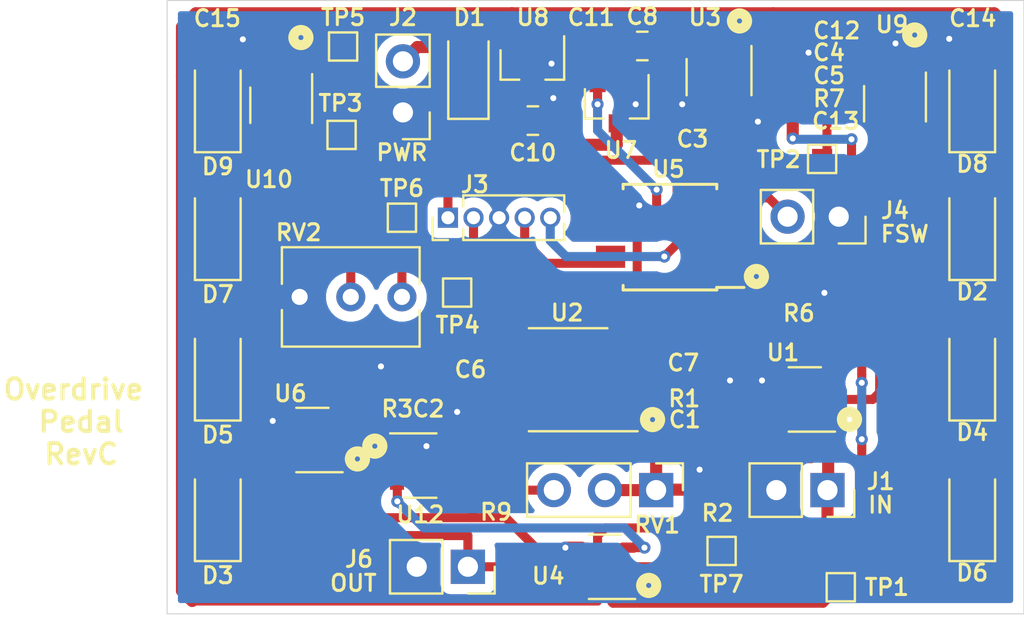
<source format=kicad_pcb>
(kicad_pcb (version 20171130) (host pcbnew "(5.1.5-0-10_14)")

  (general
    (thickness 1.6)
    (drawings 18)
    (tracks 404)
    (zones 0)
    (modules 54)
    (nets 41)
  )

  (page A4)
  (title_block
    (date 2020-04-11)
    (rev RevC)
  )

  (layers
    (0 F.Cu signal)
    (31 B.Cu signal)
    (32 B.Adhes user)
    (33 F.Adhes user)
    (34 B.Paste user)
    (35 F.Paste user)
    (36 B.SilkS user)
    (37 F.SilkS user)
    (38 B.Mask user)
    (39 F.Mask user)
    (40 Dwgs.User user)
    (41 Cmts.User user)
    (42 Eco1.User user)
    (43 Eco2.User user)
    (44 Edge.Cuts user)
    (45 Margin user)
    (46 B.CrtYd user)
    (47 F.CrtYd user)
    (48 B.Fab user hide)
    (49 F.Fab user hide)
  )

  (setup
    (last_trace_width 0.45)
    (user_trace_width 0.45)
    (user_trace_width 0.6)
    (user_trace_width 0.8)
    (user_trace_width 1)
    (user_trace_width 1.5)
    (trace_clearance 0.2)
    (zone_clearance 0.508)
    (zone_45_only no)
    (trace_min 0.2)
    (via_size 0.8)
    (via_drill 0.4)
    (via_min_size 0.4)
    (via_min_drill 0.3)
    (user_via 0.6 0.3)
    (user_via 2 1)
    (uvia_size 0.3)
    (uvia_drill 0.1)
    (uvias_allowed no)
    (uvia_min_size 0.2)
    (uvia_min_drill 0.1)
    (edge_width 0.05)
    (segment_width 0.2)
    (pcb_text_width 0.3)
    (pcb_text_size 1.5 1.5)
    (mod_edge_width 0.12)
    (mod_text_size 0.8 0.8)
    (mod_text_width 0.15)
    (pad_size 1.524 1.524)
    (pad_drill 0.762)
    (pad_to_mask_clearance 0.051)
    (solder_mask_min_width 0.25)
    (aux_axis_origin 0 0)
    (visible_elements FFFFFF7F)
    (pcbplotparams
      (layerselection 0x010fc_ffffffff)
      (usegerberextensions false)
      (usegerberattributes false)
      (usegerberadvancedattributes false)
      (creategerberjobfile false)
      (excludeedgelayer true)
      (linewidth 0.100000)
      (plotframeref false)
      (viasonmask false)
      (mode 1)
      (useauxorigin false)
      (hpglpennumber 1)
      (hpglpenspeed 20)
      (hpglpendiameter 15.000000)
      (psnegative false)
      (psa4output false)
      (plotreference true)
      (plotvalue true)
      (plotinvisibletext false)
      (padsonsilk false)
      (subtractmaskfromsilk false)
      (outputformat 1)
      (mirror false)
      (drillshape 0)
      (scaleselection 1)
      (outputdirectory "GERBERS/"))
  )

  (net 0 "")
  (net 1 GNDS)
  (net 2 /PosNeg5V_PSU/+9V_POL)
  (net 3 +5V)
  (net 4 -5V)
  (net 5 /PosNeg5V_PSU/+9V_IN)
  (net 6 "Net-(C1-Pad2)")
  (net 7 "Net-(C1-Pad1)")
  (net 8 "Net-(C2-Pad2)")
  (net 9 "Net-(C2-Pad1)")
  (net 10 "Net-(C3-Pad2)")
  (net 11 "Net-(C3-Pad1)")
  (net 12 "Net-(U2-Pad8)")
  (net 13 "Net-(U2-Pad5)")
  (net 14 "Net-(U2-Pad1)")
  (net 15 "Net-(D3-Pad1)")
  (net 16 "Net-(R2-Pad1)")
  (net 17 "Net-(J1-Pad1)")
  (net 18 "Net-(D5-Pad1)")
  (net 19 "Net-(C5-Pad1)")
  (net 20 +3V3)
  (net 21 "Net-(D2-Pad1)")
  (net 22 "Net-(D4-Pad1)")
  (net 23 "Net-(D6-Pad1)")
  (net 24 "Net-(D7-Pad1)")
  (net 25 "Net-(D8-Pad1)")
  (net 26 "Net-(D9-Pad1)")
  (net 27 /SYS_NRST)
  (net 28 /SYS_SWDIO)
  (net 29 /SYS_SWCLK)
  (net 30 "Net-(J6-Pad1)")
  (net 31 /GPIO_EXTI4_BYPASS)
  (net 32 /FX_ENABLE)
  (net 33 /CLEAN_ENABLE)
  (net 34 /TIM2_CH2_PWM)
  (net 35 /TIM2_CH1_PWM)
  (net 36 "Net-(U5-Pad12)")
  (net 37 "Net-(U5-Pad3)")
  (net 38 "Net-(R9-Pad2)")
  (net 39 "Net-(RV2-Pad2)")
  (net 40 "Net-(R6-Pad2)")

  (net_class Default "This is the default net class."
    (clearance 0.2)
    (trace_width 0.25)
    (via_dia 0.8)
    (via_drill 0.4)
    (uvia_dia 0.3)
    (uvia_drill 0.1)
    (add_net +3V3)
    (add_net +5V)
    (add_net -5V)
    (add_net /CLEAN_ENABLE)
    (add_net /FX_ENABLE)
    (add_net /GPIO_EXTI4_BYPASS)
    (add_net /PosNeg5V_PSU/+9V_IN)
    (add_net /PosNeg5V_PSU/+9V_POL)
    (add_net /SYS_NRST)
    (add_net /SYS_SWCLK)
    (add_net /SYS_SWDIO)
    (add_net /TIM2_CH1_PWM)
    (add_net /TIM2_CH2_PWM)
    (add_net GNDS)
    (add_net "Net-(C1-Pad1)")
    (add_net "Net-(C1-Pad2)")
    (add_net "Net-(C2-Pad1)")
    (add_net "Net-(C2-Pad2)")
    (add_net "Net-(C3-Pad1)")
    (add_net "Net-(C3-Pad2)")
    (add_net "Net-(C5-Pad1)")
    (add_net "Net-(D2-Pad1)")
    (add_net "Net-(D3-Pad1)")
    (add_net "Net-(D4-Pad1)")
    (add_net "Net-(D5-Pad1)")
    (add_net "Net-(D6-Pad1)")
    (add_net "Net-(D7-Pad1)")
    (add_net "Net-(D8-Pad1)")
    (add_net "Net-(D9-Pad1)")
    (add_net "Net-(J1-Pad1)")
    (add_net "Net-(J6-Pad1)")
    (add_net "Net-(R2-Pad1)")
    (add_net "Net-(R6-Pad2)")
    (add_net "Net-(R9-Pad2)")
    (add_net "Net-(RV2-Pad2)")
    (add_net "Net-(U2-Pad1)")
    (add_net "Net-(U2-Pad5)")
    (add_net "Net-(U2-Pad8)")
    (add_net "Net-(U5-Pad12)")
    (add_net "Net-(U5-Pad3)")
  )

  (module Resistor_SMD:R_0402_1005Metric (layer F.Cu) (tedit 5B301BBD) (tstamp 5EA25DA6)
    (at 139.573 104.4956 270)
    (descr "Resistor SMD 0402 (1005 Metric), square (rectangular) end terminal, IPC_7351 nominal, (Body size source: http://www.tortai-tech.com/upload/download/2011102023233369053.pdf), generated with kicad-footprint-generator")
    (tags resistor)
    (path /5EA072DE)
    (attr smd)
    (fp_text reference R9 (at 1.5748 0.0254 180) (layer F.SilkS)
      (effects (font (size 0.8 0.8) (thickness 0.15)))
    )
    (fp_text value 1K (at 0 1.17 90) (layer F.Fab)
      (effects (font (size 1 1) (thickness 0.15)))
    )
    (fp_text user %R (at 0 0 90) (layer F.Fab)
      (effects (font (size 1 1) (thickness 0.15)))
    )
    (fp_line (start 0.93 0.47) (end -0.93 0.47) (layer F.CrtYd) (width 0.05))
    (fp_line (start 0.93 -0.47) (end 0.93 0.47) (layer F.CrtYd) (width 0.05))
    (fp_line (start -0.93 -0.47) (end 0.93 -0.47) (layer F.CrtYd) (width 0.05))
    (fp_line (start -0.93 0.47) (end -0.93 -0.47) (layer F.CrtYd) (width 0.05))
    (fp_line (start 0.5 0.25) (end -0.5 0.25) (layer F.Fab) (width 0.1))
    (fp_line (start 0.5 -0.25) (end 0.5 0.25) (layer F.Fab) (width 0.1))
    (fp_line (start -0.5 -0.25) (end 0.5 -0.25) (layer F.Fab) (width 0.1))
    (fp_line (start -0.5 0.25) (end -0.5 -0.25) (layer F.Fab) (width 0.1))
    (pad 2 smd roundrect (at 0.485 0 270) (size 0.59 0.64) (layers F.Cu F.Paste F.Mask) (roundrect_rratio 0.25)
      (net 38 "Net-(R9-Pad2)"))
    (pad 1 smd roundrect (at -0.485 0 270) (size 0.59 0.64) (layers F.Cu F.Paste F.Mask) (roundrect_rratio 0.25)
      (net 8 "Net-(C2-Pad2)"))
    (model ${KISYS3DMOD}/Resistor_SMD.3dshapes/R_0402_1005Metric.wrl
      (at (xyz 0 0 0))
      (scale (xyz 1 1 1))
      (rotate (xyz 0 0 0))
    )
  )

  (module Package_SO:TSOP-6_1.65x3.05mm_P0.95mm (layer F.Cu) (tedit 5A02F25C) (tstamp 5EA209C1)
    (at 135.7884 103.759)
    (descr "TSOP-6 package (comparable to TSOT-23), https://www.vishay.com/docs/71200/71200.pdf")
    (tags "Jedec MO-193C TSOP-6L")
    (path /5EA2FFA0)
    (attr smd)
    (fp_text reference U12 (at 0 2.4384) (layer F.SilkS)
      (effects (font (size 0.8 0.8) (thickness 0.15)))
    )
    (fp_text value DG468DV_T1_E3 (at 0 2.5) (layer F.Fab)
      (effects (font (size 1 1) (thickness 0.15)))
    )
    (fp_line (start 1.76 1.77) (end -1.76 1.77) (layer F.CrtYd) (width 0.05))
    (fp_line (start 1.76 1.77) (end 1.76 -1.78) (layer F.CrtYd) (width 0.05))
    (fp_line (start -1.76 -1.78) (end -1.76 1.77) (layer F.CrtYd) (width 0.05))
    (fp_line (start -1.76 -1.78) (end 1.76 -1.78) (layer F.CrtYd) (width 0.05))
    (fp_line (start 0.825 -1.525) (end 0.825 1.525) (layer F.Fab) (width 0.1))
    (fp_line (start 0.825 1.525) (end -0.825 1.525) (layer F.Fab) (width 0.1))
    (fp_line (start -0.825 -1.1) (end -0.825 1.525) (layer F.Fab) (width 0.1))
    (fp_line (start 0.825 -1.525) (end -0.425 -1.525) (layer F.Fab) (width 0.1))
    (fp_line (start -0.825 -1.1) (end -0.425 -1.525) (layer F.Fab) (width 0.1))
    (fp_line (start 0.8 -1.6) (end -1.5 -1.6) (layer F.SilkS) (width 0.12))
    (fp_line (start -0.8 1.6) (end 0.8 1.6) (layer F.SilkS) (width 0.12))
    (fp_text user %R (at 0 0 90) (layer F.Fab)
      (effects (font (size 1 1) (thickness 0.15)))
    )
    (pad 6 smd rect (at 1.16 -0.95) (size 0.7 0.51) (layers F.Cu F.Paste F.Mask)
      (net 1 GNDS))
    (pad 5 smd rect (at 1.16 0) (size 0.7 0.51) (layers F.Cu F.Paste F.Mask)
      (net 3 +5V))
    (pad 4 smd rect (at 1.16 0.95) (size 0.7 0.51) (layers F.Cu F.Paste F.Mask)
      (net 1 GNDS))
    (pad 3 smd rect (at -1.16 0.95) (size 0.7 0.51) (layers F.Cu F.Paste F.Mask)
      (net 33 /CLEAN_ENABLE))
    (pad 2 smd rect (at -1.16 0) (size 0.7 0.51) (layers F.Cu F.Paste F.Mask)
      (net 4 -5V))
    (pad 1 smd rect (at -1.16 -0.95) (size 0.7 0.51) (layers F.Cu F.Paste F.Mask)
      (net 9 "Net-(C2-Pad1)"))
    (model ${KISYS3DMOD}/Package_SO.3dshapes/TSOP-6_1.65x3.05mm_P0.95mm.wrl
      (at (xyz 0 0 0))
      (scale (xyz 1 1 1))
      (rotate (xyz 0 0 0))
    )
  )

  (module Potentiometer_THT:Potentiometer_Vishay_T73XW_Horizontal (layer F.Cu) (tedit 5A3D4993) (tstamp 5E936679)
    (at 129.794 95.377 90)
    (descr "Potentiometer, horizontal, Vishay T73XW, http://www.vishay.com/docs/51016/t73.pdf")
    (tags "Potentiometer horizontal Vishay T73XW")
    (path /5E9406BD)
    (fp_text reference RV2 (at 3.2004 -0.0508 180) (layer F.SilkS)
      (effects (font (size 0.8 0.8) (thickness 0.15)))
    )
    (fp_text value B10K (at 0 7.09 90) (layer F.Fab)
      (effects (font (size 1 1) (thickness 0.15)))
    )
    (fp_text user %R (at 0 2.54 90) (layer F.Fab)
      (effects (font (size 1 1) (thickness 0.15)))
    )
    (fp_line (start 2.6 -1.05) (end -2.6 -1.05) (layer F.CrtYd) (width 0.05))
    (fp_line (start 2.6 6.1) (end 2.6 -1.05) (layer F.CrtYd) (width 0.05))
    (fp_line (start -2.6 6.1) (end 2.6 6.1) (layer F.CrtYd) (width 0.05))
    (fp_line (start -2.6 -1.05) (end -2.6 6.1) (layer F.CrtYd) (width 0.05))
    (fp_line (start -2.47 -0.88) (end -2.47 5.96) (layer F.SilkS) (width 0.12))
    (fp_line (start 2.47 -0.88) (end 2.47 5.96) (layer F.SilkS) (width 0.12))
    (fp_line (start 0.65 5.96) (end 2.47 5.96) (layer F.SilkS) (width 0.12))
    (fp_line (start -2.47 5.96) (end -0.65 5.96) (layer F.SilkS) (width 0.12))
    (fp_line (start 0.65 -0.88) (end 2.47 -0.88) (layer F.SilkS) (width 0.12))
    (fp_line (start -2.47 -0.88) (end -0.65 -0.88) (layer F.SilkS) (width 0.12))
    (fp_line (start -2.35 -0.76) (end 2.35 -0.76) (layer F.Fab) (width 0.1))
    (fp_line (start -2.35 5.84) (end -2.35 -0.76) (layer F.Fab) (width 0.1))
    (fp_line (start 2.35 5.84) (end -2.35 5.84) (layer F.Fab) (width 0.1))
    (fp_line (start 2.35 -0.76) (end 2.35 5.84) (layer F.Fab) (width 0.1))
    (pad 1 thru_hole circle (at 0 0 90) (size 1.44 1.44) (drill 0.8) (layers *.Cu *.Mask)
      (net 1 GNDS))
    (pad 2 thru_hole circle (at 0 2.54 90) (size 1.44 1.44) (drill 0.8) (layers *.Cu *.Mask)
      (net 39 "Net-(RV2-Pad2)"))
    (pad 3 thru_hole circle (at 0 5.08 90) (size 1.44 1.44) (drill 0.8) (layers *.Cu *.Mask)
      (net 20 +3V3))
    (model ${KISYS3DMOD}/Potentiometer_THT.3dshapes/Potentiometer_Vishay_T73XW_Horizontal.wrl
      (at (xyz 0 0 0))
      (scale (xyz 1 1 1))
      (rotate (xyz 0 0 0))
    )
  )

  (module Connector_PinHeader_1.27mm:PinHeader_1x05_P1.27mm_Vertical (layer F.Cu) (tedit 59FED6E3) (tstamp 5E936970)
    (at 137.16 91.44 90)
    (descr "Through hole straight pin header, 1x05, 1.27mm pitch, single row")
    (tags "Through hole pin header THT 1x05 1.27mm single row")
    (path /5F17BC8C)
    (fp_text reference J3 (at 1.651 1.3335 180) (layer F.SilkS)
      (effects (font (size 0.8 0.8) (thickness 0.15)))
    )
    (fp_text value Conn_01x05 (at 0 6.775 90) (layer F.Fab)
      (effects (font (size 1 1) (thickness 0.15)))
    )
    (fp_text user %R (at 0 2.54) (layer F.Fab)
      (effects (font (size 1 1) (thickness 0.15)))
    )
    (fp_line (start 1.55 -1.15) (end -1.55 -1.15) (layer F.CrtYd) (width 0.05))
    (fp_line (start 1.55 6.25) (end 1.55 -1.15) (layer F.CrtYd) (width 0.05))
    (fp_line (start -1.55 6.25) (end 1.55 6.25) (layer F.CrtYd) (width 0.05))
    (fp_line (start -1.55 -1.15) (end -1.55 6.25) (layer F.CrtYd) (width 0.05))
    (fp_line (start -1.11 -0.76) (end 0 -0.76) (layer F.SilkS) (width 0.12))
    (fp_line (start -1.11 0) (end -1.11 -0.76) (layer F.SilkS) (width 0.12))
    (fp_line (start 0.563471 0.76) (end 1.11 0.76) (layer F.SilkS) (width 0.12))
    (fp_line (start -1.11 0.76) (end -0.563471 0.76) (layer F.SilkS) (width 0.12))
    (fp_line (start 1.11 0.76) (end 1.11 5.775) (layer F.SilkS) (width 0.12))
    (fp_line (start -1.11 0.76) (end -1.11 5.775) (layer F.SilkS) (width 0.12))
    (fp_line (start 0.30753 5.775) (end 1.11 5.775) (layer F.SilkS) (width 0.12))
    (fp_line (start -1.11 5.775) (end -0.30753 5.775) (layer F.SilkS) (width 0.12))
    (fp_line (start -1.05 -0.11) (end -0.525 -0.635) (layer F.Fab) (width 0.1))
    (fp_line (start -1.05 5.715) (end -1.05 -0.11) (layer F.Fab) (width 0.1))
    (fp_line (start 1.05 5.715) (end -1.05 5.715) (layer F.Fab) (width 0.1))
    (fp_line (start 1.05 -0.635) (end 1.05 5.715) (layer F.Fab) (width 0.1))
    (fp_line (start -0.525 -0.635) (end 1.05 -0.635) (layer F.Fab) (width 0.1))
    (pad 5 thru_hole oval (at 0 5.08 90) (size 1 1) (drill 0.65) (layers *.Cu *.Mask)
      (net 27 /SYS_NRST))
    (pad 4 thru_hole oval (at 0 3.81 90) (size 1 1) (drill 0.65) (layers *.Cu *.Mask)
      (net 28 /SYS_SWDIO))
    (pad 3 thru_hole oval (at 0 2.54 90) (size 1 1) (drill 0.65) (layers *.Cu *.Mask)
      (net 1 GNDS))
    (pad 2 thru_hole oval (at 0 1.27 90) (size 1 1) (drill 0.65) (layers *.Cu *.Mask)
      (net 29 /SYS_SWCLK))
    (pad 1 thru_hole rect (at 0 0 90) (size 1 1) (drill 0.65) (layers *.Cu *.Mask)
      (net 20 +3V3))
    (model ${KISYS3DMOD}/Connector_PinHeader_1.27mm.3dshapes/PinHeader_1x05_P1.27mm_Vertical.wrl
      (at (xyz 0 0 0))
      (scale (xyz 1 1 1))
      (rotate (xyz 0 0 0))
    )
  )

  (module Resistor_SMD:R_0402_1005Metric (layer F.Cu) (tedit 5B301BBD) (tstamp 5E90F0BD)
    (at 154.5844 95.1738 180)
    (descr "Resistor SMD 0402 (1005 Metric), square (rectangular) end terminal, IPC_7351 nominal, (Body size source: http://www.tortai-tech.com/upload/download/2011102023233369053.pdf), generated with kicad-footprint-generator")
    (tags resistor)
    (path /5E92EBB9)
    (attr smd)
    (fp_text reference R6 (at 0 -1.016) (layer F.SilkS)
      (effects (font (size 0.8 0.8) (thickness 0.15)))
    )
    (fp_text value 10K (at 0 1.17) (layer F.Fab)
      (effects (font (size 1 1) (thickness 0.15)))
    )
    (fp_text user %R (at 0 0) (layer F.Fab)
      (effects (font (size 1 1) (thickness 0.15)))
    )
    (fp_line (start 0.93 0.47) (end -0.93 0.47) (layer F.CrtYd) (width 0.05))
    (fp_line (start 0.93 -0.47) (end 0.93 0.47) (layer F.CrtYd) (width 0.05))
    (fp_line (start -0.93 -0.47) (end 0.93 -0.47) (layer F.CrtYd) (width 0.05))
    (fp_line (start -0.93 0.47) (end -0.93 -0.47) (layer F.CrtYd) (width 0.05))
    (fp_line (start 0.5 0.25) (end -0.5 0.25) (layer F.Fab) (width 0.1))
    (fp_line (start 0.5 -0.25) (end 0.5 0.25) (layer F.Fab) (width 0.1))
    (fp_line (start -0.5 -0.25) (end 0.5 -0.25) (layer F.Fab) (width 0.1))
    (fp_line (start -0.5 0.25) (end -0.5 -0.25) (layer F.Fab) (width 0.1))
    (pad 2 smd roundrect (at 0.485 0 180) (size 0.59 0.64) (layers F.Cu F.Paste F.Mask) (roundrect_rratio 0.25)
      (net 40 "Net-(R6-Pad2)"))
    (pad 1 smd roundrect (at -0.485 0 180) (size 0.59 0.64) (layers F.Cu F.Paste F.Mask) (roundrect_rratio 0.25)
      (net 1 GNDS))
    (model ${KISYS3DMOD}/Resistor_SMD.3dshapes/R_0402_1005Metric.wrl
      (at (xyz 0 0 0))
      (scale (xyz 1 1 1))
      (rotate (xyz 0 0 0))
    )
  )

  (module Capacitor_SMD:C_0805_2012Metric_Pad1.15x1.40mm_HandSolder (layer F.Cu) (tedit 5B36C52B) (tstamp 5E8046BB)
    (at 141.3764 86.614)
    (descr "Capacitor SMD 0805 (2012 Metric), square (rectangular) end terminal, IPC_7351 nominal with elongated pad for handsoldering. (Body size source: https://docs.google.com/spreadsheets/d/1BsfQQcO9C6DZCsRaXUlFlo91Tg2WpOkGARC1WS5S8t0/edit?usp=sharing), generated with kicad-footprint-generator")
    (tags "capacitor handsolder")
    (path /5E6165F4/5F1633CE)
    (attr smd)
    (fp_text reference C10 (at 0 1.6002) (layer F.SilkS)
      (effects (font (size 0.8 0.8) (thickness 0.15)))
    )
    (fp_text value 1uF (at 0 1.65) (layer F.Fab)
      (effects (font (size 1 1) (thickness 0.15)))
    )
    (fp_text user %R (at 0 0) (layer F.Fab)
      (effects (font (size 1 1) (thickness 0.15)))
    )
    (fp_line (start 1.85 0.95) (end -1.85 0.95) (layer F.CrtYd) (width 0.05))
    (fp_line (start 1.85 -0.95) (end 1.85 0.95) (layer F.CrtYd) (width 0.05))
    (fp_line (start -1.85 -0.95) (end 1.85 -0.95) (layer F.CrtYd) (width 0.05))
    (fp_line (start -1.85 0.95) (end -1.85 -0.95) (layer F.CrtYd) (width 0.05))
    (fp_line (start -0.261252 0.71) (end 0.261252 0.71) (layer F.SilkS) (width 0.12))
    (fp_line (start -0.261252 -0.71) (end 0.261252 -0.71) (layer F.SilkS) (width 0.12))
    (fp_line (start 1 0.6) (end -1 0.6) (layer F.Fab) (width 0.1))
    (fp_line (start 1 -0.6) (end 1 0.6) (layer F.Fab) (width 0.1))
    (fp_line (start -1 -0.6) (end 1 -0.6) (layer F.Fab) (width 0.1))
    (fp_line (start -1 0.6) (end -1 -0.6) (layer F.Fab) (width 0.1))
    (pad 2 smd roundrect (at 1.025 0) (size 1.15 1.4) (layers F.Cu F.Paste F.Mask) (roundrect_rratio 0.217391)
      (net 1 GNDS))
    (pad 1 smd roundrect (at -1.025 0) (size 1.15 1.4) (layers F.Cu F.Paste F.Mask) (roundrect_rratio 0.217391)
      (net 2 /PosNeg5V_PSU/+9V_POL))
    (model ${KISYS3DMOD}/Capacitor_SMD.3dshapes/C_0805_2012Metric.wrl
      (at (xyz 0 0 0))
      (scale (xyz 1 1 1))
      (rotate (xyz 0 0 0))
    )
  )

  (module Capacitor_SMD:C_0805_2012Metric_Pad1.15x1.40mm_HandSolder (layer F.Cu) (tedit 5B36C52B) (tstamp 5E811ADD)
    (at 146.812 82.9056 180)
    (descr "Capacitor SMD 0805 (2012 Metric), square (rectangular) end terminal, IPC_7351 nominal with elongated pad for handsoldering. (Body size source: https://docs.google.com/spreadsheets/d/1BsfQQcO9C6DZCsRaXUlFlo91Tg2WpOkGARC1WS5S8t0/edit?usp=sharing), generated with kicad-footprint-generator")
    (tags "capacitor handsolder")
    (path /5E6165F4/5F16B014)
    (attr smd)
    (fp_text reference C8 (at 0 1.4732) (layer F.SilkS)
      (effects (font (size 0.8 0.8) (thickness 0.15)))
    )
    (fp_text value 1uF (at 0 1.65) (layer F.Fab)
      (effects (font (size 1 1) (thickness 0.15)))
    )
    (fp_text user %R (at 0 0) (layer F.Fab)
      (effects (font (size 1 1) (thickness 0.15)))
    )
    (fp_line (start 1.85 0.95) (end -1.85 0.95) (layer F.CrtYd) (width 0.05))
    (fp_line (start 1.85 -0.95) (end 1.85 0.95) (layer F.CrtYd) (width 0.05))
    (fp_line (start -1.85 -0.95) (end 1.85 -0.95) (layer F.CrtYd) (width 0.05))
    (fp_line (start -1.85 0.95) (end -1.85 -0.95) (layer F.CrtYd) (width 0.05))
    (fp_line (start -0.261252 0.71) (end 0.261252 0.71) (layer F.SilkS) (width 0.12))
    (fp_line (start -0.261252 -0.71) (end 0.261252 -0.71) (layer F.SilkS) (width 0.12))
    (fp_line (start 1 0.6) (end -1 0.6) (layer F.Fab) (width 0.1))
    (fp_line (start 1 -0.6) (end 1 0.6) (layer F.Fab) (width 0.1))
    (fp_line (start -1 -0.6) (end 1 -0.6) (layer F.Fab) (width 0.1))
    (fp_line (start -1 0.6) (end -1 -0.6) (layer F.Fab) (width 0.1))
    (pad 2 smd roundrect (at 1.025 0 180) (size 1.15 1.4) (layers F.Cu F.Paste F.Mask) (roundrect_rratio 0.217391)
      (net 1 GNDS))
    (pad 1 smd roundrect (at -1.025 0 180) (size 1.15 1.4) (layers F.Cu F.Paste F.Mask) (roundrect_rratio 0.217391)
      (net 2 /PosNeg5V_PSU/+9V_POL))
    (model ${KISYS3DMOD}/Capacitor_SMD.3dshapes/C_0805_2012Metric.wrl
      (at (xyz 0 0 0))
      (scale (xyz 1 1 1))
      (rotate (xyz 0 0 0))
    )
  )

  (module TestPoint:TestPoint_Pad_1.0x1.0mm (layer F.Cu) (tedit 5A0F774F) (tstamp 5E80EB45)
    (at 150.749 108.0008 180)
    (descr "SMD rectangular pad as test Point, square 1.0mm side length")
    (tags "test point SMD pad rectangle square")
    (path /5E6165F4/5E83A778)
    (attr virtual)
    (fp_text reference TP7 (at 0 -1.651) (layer F.SilkS)
      (effects (font (size 0.8 0.8) (thickness 0.15)))
    )
    (fp_text value TestPoint (at 0 1.55) (layer F.Fab)
      (effects (font (size 1 1) (thickness 0.15)))
    )
    (fp_line (start 1 1) (end -1 1) (layer F.CrtYd) (width 0.05))
    (fp_line (start 1 1) (end 1 -1) (layer F.CrtYd) (width 0.05))
    (fp_line (start -1 -1) (end -1 1) (layer F.CrtYd) (width 0.05))
    (fp_line (start -1 -1) (end 1 -1) (layer F.CrtYd) (width 0.05))
    (fp_line (start -0.7 0.7) (end -0.7 -0.7) (layer F.SilkS) (width 0.12))
    (fp_line (start 0.7 0.7) (end -0.7 0.7) (layer F.SilkS) (width 0.12))
    (fp_line (start 0.7 -0.7) (end 0.7 0.7) (layer F.SilkS) (width 0.12))
    (fp_line (start -0.7 -0.7) (end 0.7 -0.7) (layer F.SilkS) (width 0.12))
    (fp_text user %R (at 0 -1.45) (layer F.Fab)
      (effects (font (size 1 1) (thickness 0.15)))
    )
    (pad 1 smd rect (at 0 0 180) (size 1 1) (layers F.Cu F.Mask)
      (net 4 -5V))
  )

  (module TestPoint:TestPoint_Pad_1.0x1.0mm (layer F.Cu) (tedit 5A0F774F) (tstamp 5E80EB37)
    (at 134.874 91.44 180)
    (descr "SMD rectangular pad as test Point, square 1.0mm side length")
    (tags "test point SMD pad rectangle square")
    (path /5E6165F4/5E8384A9)
    (attr virtual)
    (fp_text reference TP6 (at 0 1.4605) (layer F.SilkS)
      (effects (font (size 0.8 0.8) (thickness 0.15)))
    )
    (fp_text value TestPoint (at 0 1.55) (layer F.Fab)
      (effects (font (size 1 1) (thickness 0.15)))
    )
    (fp_line (start 1 1) (end -1 1) (layer F.CrtYd) (width 0.05))
    (fp_line (start 1 1) (end 1 -1) (layer F.CrtYd) (width 0.05))
    (fp_line (start -1 -1) (end -1 1) (layer F.CrtYd) (width 0.05))
    (fp_line (start -1 -1) (end 1 -1) (layer F.CrtYd) (width 0.05))
    (fp_line (start -0.7 0.7) (end -0.7 -0.7) (layer F.SilkS) (width 0.12))
    (fp_line (start 0.7 0.7) (end -0.7 0.7) (layer F.SilkS) (width 0.12))
    (fp_line (start 0.7 -0.7) (end 0.7 0.7) (layer F.SilkS) (width 0.12))
    (fp_line (start -0.7 -0.7) (end 0.7 -0.7) (layer F.SilkS) (width 0.12))
    (fp_text user %R (at 0 -1.45) (layer F.Fab)
      (effects (font (size 1 1) (thickness 0.15)))
    )
    (pad 1 smd rect (at 0 0 180) (size 1 1) (layers F.Cu F.Mask)
      (net 20 +3V3))
  )

  (module TestPoint:TestPoint_Pad_1.0x1.0mm (layer F.Cu) (tedit 5A0F774F) (tstamp 5E80EB29)
    (at 131.953 82.931)
    (descr "SMD rectangular pad as test Point, square 1.0mm side length")
    (tags "test point SMD pad rectangle square")
    (path /5E6165F4/5E835E7F)
    (attr virtual)
    (fp_text reference TP5 (at 0 -1.448) (layer F.SilkS)
      (effects (font (size 0.8 0.8) (thickness 0.15)))
    )
    (fp_text value TestPoint (at 0 1.55) (layer F.Fab)
      (effects (font (size 1 1) (thickness 0.15)))
    )
    (fp_line (start 1 1) (end -1 1) (layer F.CrtYd) (width 0.05))
    (fp_line (start 1 1) (end 1 -1) (layer F.CrtYd) (width 0.05))
    (fp_line (start -1 -1) (end -1 1) (layer F.CrtYd) (width 0.05))
    (fp_line (start -1 -1) (end 1 -1) (layer F.CrtYd) (width 0.05))
    (fp_line (start -0.7 0.7) (end -0.7 -0.7) (layer F.SilkS) (width 0.12))
    (fp_line (start 0.7 0.7) (end -0.7 0.7) (layer F.SilkS) (width 0.12))
    (fp_line (start 0.7 -0.7) (end 0.7 0.7) (layer F.SilkS) (width 0.12))
    (fp_line (start -0.7 -0.7) (end 0.7 -0.7) (layer F.SilkS) (width 0.12))
    (fp_text user %R (at 0 -1.45) (layer F.Fab)
      (effects (font (size 1 1) (thickness 0.15)))
    )
    (pad 1 smd rect (at 0 0) (size 1 1) (layers F.Cu F.Mask)
      (net 3 +5V))
  )

  (module TestPoint:TestPoint_Pad_1.0x1.0mm (layer F.Cu) (tedit 5A0F774F) (tstamp 5E80FF99)
    (at 137.6172 95.1611 90)
    (descr "SMD rectangular pad as test Point, square 1.0mm side length")
    (tags "test point SMD pad rectangle square")
    (path /5E87D864)
    (attr virtual)
    (fp_text reference TP4 (at -1.6129 0.0254 180) (layer F.SilkS)
      (effects (font (size 0.8 0.8) (thickness 0.15)))
    )
    (fp_text value TestPoint (at 0 1.55 90) (layer F.Fab)
      (effects (font (size 1 1) (thickness 0.15)))
    )
    (fp_line (start 1 1) (end -1 1) (layer F.CrtYd) (width 0.05))
    (fp_line (start 1 1) (end 1 -1) (layer F.CrtYd) (width 0.05))
    (fp_line (start -1 -1) (end -1 1) (layer F.CrtYd) (width 0.05))
    (fp_line (start -1 -1) (end 1 -1) (layer F.CrtYd) (width 0.05))
    (fp_line (start -0.7 0.7) (end -0.7 -0.7) (layer F.SilkS) (width 0.12))
    (fp_line (start 0.7 0.7) (end -0.7 0.7) (layer F.SilkS) (width 0.12))
    (fp_line (start 0.7 -0.7) (end 0.7 0.7) (layer F.SilkS) (width 0.12))
    (fp_line (start -0.7 -0.7) (end 0.7 -0.7) (layer F.SilkS) (width 0.12))
    (fp_text user %R (at 0 -1.45 90) (layer F.Fab)
      (effects (font (size 1 1) (thickness 0.15)))
    )
    (pad 1 smd rect (at 0 0 90) (size 1 1) (layers F.Cu F.Mask)
      (net 32 /FX_ENABLE))
  )

  (module TestPoint:TestPoint_Pad_1.0x1.0mm (layer F.Cu) (tedit 5A0F774F) (tstamp 5E80EB0D)
    (at 131.8768 87.3252)
    (descr "SMD rectangular pad as test Point, square 1.0mm side length")
    (tags "test point SMD pad rectangle square")
    (path /5E84562F)
    (attr virtual)
    (fp_text reference TP3 (at -0.0508 -1.5748) (layer F.SilkS)
      (effects (font (size 0.8 0.8) (thickness 0.15)))
    )
    (fp_text value TestPoint (at 0 1.55) (layer F.Fab)
      (effects (font (size 1 1) (thickness 0.15)))
    )
    (fp_line (start 1 1) (end -1 1) (layer F.CrtYd) (width 0.05))
    (fp_line (start 1 1) (end 1 -1) (layer F.CrtYd) (width 0.05))
    (fp_line (start -1 -1) (end -1 1) (layer F.CrtYd) (width 0.05))
    (fp_line (start -1 -1) (end 1 -1) (layer F.CrtYd) (width 0.05))
    (fp_line (start -0.7 0.7) (end -0.7 -0.7) (layer F.SilkS) (width 0.12))
    (fp_line (start 0.7 0.7) (end -0.7 0.7) (layer F.SilkS) (width 0.12))
    (fp_line (start 0.7 -0.7) (end 0.7 0.7) (layer F.SilkS) (width 0.12))
    (fp_line (start -0.7 -0.7) (end 0.7 -0.7) (layer F.SilkS) (width 0.12))
    (fp_text user %R (at 0 -1.45) (layer F.Fab)
      (effects (font (size 1 1) (thickness 0.15)))
    )
    (pad 1 smd rect (at 0 0) (size 1 1) (layers F.Cu F.Mask)
      (net 35 /TIM2_CH1_PWM))
  )

  (module TestPoint:TestPoint_Pad_1.0x1.0mm (layer F.Cu) (tedit 5A0F774F) (tstamp 5E80EAFF)
    (at 155.7401 88.519)
    (descr "SMD rectangular pad as test Point, square 1.0mm side length")
    (tags "test point SMD pad rectangle square")
    (path /5E848751)
    (attr virtual)
    (fp_text reference TP2 (at -2.159 0.0254 180) (layer F.SilkS)
      (effects (font (size 0.8 0.8) (thickness 0.15)))
    )
    (fp_text value TestPoint (at 0 1.55) (layer F.Fab)
      (effects (font (size 1 1) (thickness 0.15)))
    )
    (fp_line (start 1 1) (end -1 1) (layer F.CrtYd) (width 0.05))
    (fp_line (start 1 1) (end 1 -1) (layer F.CrtYd) (width 0.05))
    (fp_line (start -1 -1) (end -1 1) (layer F.CrtYd) (width 0.05))
    (fp_line (start -1 -1) (end 1 -1) (layer F.CrtYd) (width 0.05))
    (fp_line (start -0.7 0.7) (end -0.7 -0.7) (layer F.SilkS) (width 0.12))
    (fp_line (start 0.7 0.7) (end -0.7 0.7) (layer F.SilkS) (width 0.12))
    (fp_line (start 0.7 -0.7) (end 0.7 0.7) (layer F.SilkS) (width 0.12))
    (fp_line (start -0.7 -0.7) (end 0.7 -0.7) (layer F.SilkS) (width 0.12))
    (fp_text user %R (at 0 -1.45) (layer F.Fab)
      (effects (font (size 1 1) (thickness 0.15)))
    )
    (pad 1 smd rect (at 0 0) (size 1 1) (layers F.Cu F.Mask)
      (net 34 /TIM2_CH2_PWM))
  )

  (module TestPoint:TestPoint_Pad_1.0x1.0mm (layer F.Cu) (tedit 5A0F774F) (tstamp 5E80EAF1)
    (at 156.6672 109.8042 270)
    (descr "SMD rectangular pad as test Point, square 1.0mm side length")
    (tags "test point SMD pad rectangle square")
    (path /5E874744)
    (attr virtual)
    (fp_text reference TP1 (at 0 -2.286 180) (layer F.SilkS)
      (effects (font (size 0.8 0.8) (thickness 0.15)))
    )
    (fp_text value TestPoint (at 0 1.55 90) (layer F.Fab)
      (effects (font (size 1 1) (thickness 0.15)))
    )
    (fp_line (start 1 1) (end -1 1) (layer F.CrtYd) (width 0.05))
    (fp_line (start 1 1) (end 1 -1) (layer F.CrtYd) (width 0.05))
    (fp_line (start -1 -1) (end -1 1) (layer F.CrtYd) (width 0.05))
    (fp_line (start -1 -1) (end 1 -1) (layer F.CrtYd) (width 0.05))
    (fp_line (start -0.7 0.7) (end -0.7 -0.7) (layer F.SilkS) (width 0.12))
    (fp_line (start 0.7 0.7) (end -0.7 0.7) (layer F.SilkS) (width 0.12))
    (fp_line (start 0.7 -0.7) (end 0.7 0.7) (layer F.SilkS) (width 0.12))
    (fp_line (start -0.7 -0.7) (end 0.7 -0.7) (layer F.SilkS) (width 0.12))
    (fp_text user %R (at 0 -1.45 90) (layer F.Fab)
      (effects (font (size 1 1) (thickness 0.15)))
    )
    (pad 1 smd rect (at 0 0 270) (size 1 1) (layers F.Cu F.Mask)
      (net 33 /CLEAN_ENABLE))
  )

  (module Package_TO_SOT_SMD:SOT-23-5_HandSoldering (layer F.Cu) (tedit 5A0AB76C) (tstamp 5E811B0D)
    (at 150.622 84.455 270)
    (descr "5-pin SOT23 package")
    (tags "SOT-23-5 hand-soldering")
    (path /5E6165F4/5E6AE9A9)
    (attr smd)
    (fp_text reference U3 (at -2.9718 0.6985 180) (layer F.SilkS)
      (effects (font (size 0.8 0.8) (thickness 0.15)))
    )
    (fp_text value TPS60400 (at 0 2.9 90) (layer F.Fab)
      (effects (font (size 1 1) (thickness 0.15)))
    )
    (fp_line (start 2.38 1.8) (end -2.38 1.8) (layer F.CrtYd) (width 0.05))
    (fp_line (start 2.38 1.8) (end 2.38 -1.8) (layer F.CrtYd) (width 0.05))
    (fp_line (start -2.38 -1.8) (end -2.38 1.8) (layer F.CrtYd) (width 0.05))
    (fp_line (start -2.38 -1.8) (end 2.38 -1.8) (layer F.CrtYd) (width 0.05))
    (fp_line (start 0.9 -1.55) (end 0.9 1.55) (layer F.Fab) (width 0.1))
    (fp_line (start 0.9 1.55) (end -0.9 1.55) (layer F.Fab) (width 0.1))
    (fp_line (start -0.9 -0.9) (end -0.9 1.55) (layer F.Fab) (width 0.1))
    (fp_line (start 0.9 -1.55) (end -0.25 -1.55) (layer F.Fab) (width 0.1))
    (fp_line (start -0.9 -0.9) (end -0.25 -1.55) (layer F.Fab) (width 0.1))
    (fp_line (start 0.9 -1.61) (end -1.55 -1.61) (layer F.SilkS) (width 0.12))
    (fp_line (start -0.9 1.61) (end 0.9 1.61) (layer F.SilkS) (width 0.12))
    (fp_text user %R (at 0 0) (layer F.Fab)
      (effects (font (size 1 1) (thickness 0.15)))
    )
    (pad 5 smd rect (at 1.35 -0.95 270) (size 1.56 0.65) (layers F.Cu F.Paste F.Mask)
      (net 10 "Net-(C3-Pad2)"))
    (pad 4 smd rect (at 1.35 0.95 270) (size 1.56 0.65) (layers F.Cu F.Paste F.Mask)
      (net 1 GNDS))
    (pad 3 smd rect (at -1.35 0.95 270) (size 1.56 0.65) (layers F.Cu F.Paste F.Mask)
      (net 11 "Net-(C3-Pad1)"))
    (pad 2 smd rect (at -1.35 0 270) (size 1.56 0.65) (layers F.Cu F.Paste F.Mask)
      (net 3 +5V))
    (pad 1 smd rect (at -1.35 -0.95 270) (size 1.56 0.65) (layers F.Cu F.Paste F.Mask)
      (net 19 "Net-(C5-Pad1)"))
    (model ${KISYS3DMOD}/Package_TO_SOT_SMD.3dshapes/SOT-23-5.wrl
      (at (xyz 0 0 0))
      (scale (xyz 1 1 1))
      (rotate (xyz 0 0 0))
    )
  )

  (module Package_TO_SOT_SMD:TSOT-23-6_HandSoldering (layer F.Cu) (tedit 5A02FF57) (tstamp 5E8049FE)
    (at 128.905 85.852 270)
    (descr "6-pin TSOT23 package, http://cds.linear.com/docs/en/packaging/SOT_6_05-08-1636.pdf")
    (tags "TSOT-23-6 MK06A TSOT-6 Hand-soldering")
    (path /5EA2BA44/5EA83B69)
    (attr smd)
    (fp_text reference U10 (at 3.683 0.635 180) (layer F.SilkS)
      (effects (font (size 0.8 0.8) (thickness 0.15)))
    )
    (fp_text value PAM2812 (at 0 2.5 90) (layer F.Fab)
      (effects (font (size 1 1) (thickness 0.15)))
    )
    (fp_line (start 2.96 1.7) (end -2.96 1.7) (layer F.CrtYd) (width 0.05))
    (fp_line (start 2.96 1.7) (end 2.96 -1.7) (layer F.CrtYd) (width 0.05))
    (fp_line (start -2.96 -1.7) (end -2.96 1.7) (layer F.CrtYd) (width 0.05))
    (fp_line (start -2.96 -1.7) (end 2.96 -1.7) (layer F.CrtYd) (width 0.05))
    (fp_line (start 0.88 -1.45) (end 0.88 1.45) (layer F.Fab) (width 0.1))
    (fp_line (start 0.88 1.45) (end -0.88 1.45) (layer F.Fab) (width 0.1))
    (fp_line (start -0.88 -1) (end -0.88 1.45) (layer F.Fab) (width 0.1))
    (fp_line (start 0.88 -1.45) (end -0.43 -1.45) (layer F.Fab) (width 0.1))
    (fp_line (start -0.88 -1) (end -0.43 -1.45) (layer F.Fab) (width 0.1))
    (fp_line (start 0.88 -1.51) (end -1.55 -1.51) (layer F.SilkS) (width 0.12))
    (fp_line (start -0.88 1.56) (end 0.88 1.56) (layer F.SilkS) (width 0.12))
    (fp_text user %R (at 0 0) (layer F.Fab)
      (effects (font (size 1 1) (thickness 0.15)))
    )
    (pad 6 smd rect (at 1.71 -0.95 270) (size 2 0.65) (layers F.Cu F.Paste F.Mask)
      (net 15 "Net-(D3-Pad1)"))
    (pad 5 smd rect (at 1.71 0 270) (size 2 0.65) (layers F.Cu F.Paste F.Mask)
      (net 18 "Net-(D5-Pad1)"))
    (pad 4 smd rect (at 1.71 0.95 270) (size 2 0.65) (layers F.Cu F.Paste F.Mask)
      (net 24 "Net-(D7-Pad1)"))
    (pad 3 smd rect (at -1.71 0.95 270) (size 2 0.65) (layers F.Cu F.Paste F.Mask)
      (net 26 "Net-(D9-Pad1)"))
    (pad 2 smd rect (at -1.71 0 270) (size 2 0.65) (layers F.Cu F.Paste F.Mask)
      (net 1 GNDS))
    (pad 1 smd rect (at -1.71 -0.95 270) (size 2 0.65) (layers F.Cu F.Paste F.Mask)
      (net 35 /TIM2_CH1_PWM))
    (model ${KISYS3DMOD}/Package_TO_SOT_SMD.3dshapes/TSOT-23-6.wrl
      (at (xyz 0 0 0))
      (scale (xyz 1 1 1))
      (rotate (xyz 0 0 0))
    )
  )

  (module Package_TO_SOT_SMD:TSOT-23-6_HandSoldering (layer F.Cu) (tedit 5A02FF57) (tstamp 5E8049E8)
    (at 159.385 85.7758 270)
    (descr "6-pin TSOT23 package, http://cds.linear.com/docs/en/packaging/SOT_6_05-08-1636.pdf")
    (tags "TSOT-23-6 MK06A TSOT-6 Hand-soldering")
    (path /5EA2BA44/5EA74434)
    (attr smd)
    (fp_text reference U9 (at -3.937 0.1778 180) (layer F.SilkS)
      (effects (font (size 0.8 0.8) (thickness 0.15)))
    )
    (fp_text value PAM2812 (at 0 2.5 90) (layer F.Fab)
      (effects (font (size 1 1) (thickness 0.15)))
    )
    (fp_line (start 2.96 1.7) (end -2.96 1.7) (layer F.CrtYd) (width 0.05))
    (fp_line (start 2.96 1.7) (end 2.96 -1.7) (layer F.CrtYd) (width 0.05))
    (fp_line (start -2.96 -1.7) (end -2.96 1.7) (layer F.CrtYd) (width 0.05))
    (fp_line (start -2.96 -1.7) (end 2.96 -1.7) (layer F.CrtYd) (width 0.05))
    (fp_line (start 0.88 -1.45) (end 0.88 1.45) (layer F.Fab) (width 0.1))
    (fp_line (start 0.88 1.45) (end -0.88 1.45) (layer F.Fab) (width 0.1))
    (fp_line (start -0.88 -1) (end -0.88 1.45) (layer F.Fab) (width 0.1))
    (fp_line (start 0.88 -1.45) (end -0.43 -1.45) (layer F.Fab) (width 0.1))
    (fp_line (start -0.88 -1) (end -0.43 -1.45) (layer F.Fab) (width 0.1))
    (fp_line (start 0.88 -1.51) (end -1.55 -1.51) (layer F.SilkS) (width 0.12))
    (fp_line (start -0.88 1.56) (end 0.88 1.56) (layer F.SilkS) (width 0.12))
    (fp_text user %R (at 0 0) (layer F.Fab)
      (effects (font (size 1 1) (thickness 0.15)))
    )
    (pad 6 smd rect (at 1.71 -0.95 270) (size 2 0.65) (layers F.Cu F.Paste F.Mask)
      (net 21 "Net-(D2-Pad1)"))
    (pad 5 smd rect (at 1.71 0 270) (size 2 0.65) (layers F.Cu F.Paste F.Mask)
      (net 22 "Net-(D4-Pad1)"))
    (pad 4 smd rect (at 1.71 0.95 270) (size 2 0.65) (layers F.Cu F.Paste F.Mask)
      (net 23 "Net-(D6-Pad1)"))
    (pad 3 smd rect (at -1.71 0.95 270) (size 2 0.65) (layers F.Cu F.Paste F.Mask)
      (net 25 "Net-(D8-Pad1)"))
    (pad 2 smd rect (at -1.71 0 270) (size 2 0.65) (layers F.Cu F.Paste F.Mask)
      (net 1 GNDS))
    (pad 1 smd rect (at -1.71 -0.95 270) (size 2 0.65) (layers F.Cu F.Paste F.Mask)
      (net 34 /TIM2_CH2_PWM))
    (model ${KISYS3DMOD}/Package_TO_SOT_SMD.3dshapes/TSOT-23-6.wrl
      (at (xyz 0 0 0))
      (scale (xyz 1 1 1))
      (rotate (xyz 0 0 0))
    )
  )

  (module Package_TO_SOT_SMD:SOT-23 (layer F.Cu) (tedit 5A02FF57) (tstamp 5E8049D2)
    (at 141.351 83.82 270)
    (descr "SOT-23, Standard")
    (tags SOT-23)
    (path /5E6165F4/5F1525EA)
    (attr smd)
    (fp_text reference U8 (at -2.3368 -0.0254 180) (layer F.SilkS)
      (effects (font (size 0.8 0.8) (thickness 0.15)))
    )
    (fp_text value SE8250X2 (at 0 2.5 90) (layer F.Fab)
      (effects (font (size 1 1) (thickness 0.15)))
    )
    (fp_line (start 0.76 1.58) (end -0.7 1.58) (layer F.SilkS) (width 0.12))
    (fp_line (start 0.76 -1.58) (end -1.4 -1.58) (layer F.SilkS) (width 0.12))
    (fp_line (start -1.7 1.75) (end -1.7 -1.75) (layer F.CrtYd) (width 0.05))
    (fp_line (start 1.7 1.75) (end -1.7 1.75) (layer F.CrtYd) (width 0.05))
    (fp_line (start 1.7 -1.75) (end 1.7 1.75) (layer F.CrtYd) (width 0.05))
    (fp_line (start -1.7 -1.75) (end 1.7 -1.75) (layer F.CrtYd) (width 0.05))
    (fp_line (start 0.76 -1.58) (end 0.76 -0.65) (layer F.SilkS) (width 0.12))
    (fp_line (start 0.76 1.58) (end 0.76 0.65) (layer F.SilkS) (width 0.12))
    (fp_line (start -0.7 1.52) (end 0.7 1.52) (layer F.Fab) (width 0.1))
    (fp_line (start 0.7 -1.52) (end 0.7 1.52) (layer F.Fab) (width 0.1))
    (fp_line (start -0.7 -0.95) (end -0.15 -1.52) (layer F.Fab) (width 0.1))
    (fp_line (start -0.15 -1.52) (end 0.7 -1.52) (layer F.Fab) (width 0.1))
    (fp_line (start -0.7 -0.95) (end -0.7 1.5) (layer F.Fab) (width 0.1))
    (fp_text user %R (at 0 0) (layer F.Fab)
      (effects (font (size 1 1) (thickness 0.15)))
    )
    (pad 3 smd rect (at 1 0 270) (size 0.9 0.8) (layers F.Cu F.Paste F.Mask)
      (net 2 /PosNeg5V_PSU/+9V_POL))
    (pad 2 smd rect (at -1 0.95 270) (size 0.9 0.8) (layers F.Cu F.Paste F.Mask)
      (net 3 +5V))
    (pad 1 smd rect (at -1 -0.95 270) (size 0.9 0.8) (layers F.Cu F.Paste F.Mask)
      (net 1 GNDS))
    (model ${KISYS3DMOD}/Package_TO_SOT_SMD.3dshapes/SOT-23.wrl
      (at (xyz 0 0 0))
      (scale (xyz 1 1 1))
      (rotate (xyz 0 0 0))
    )
  )

  (module Package_TO_SOT_SMD:SOT-23 (layer F.Cu) (tedit 5A02FF57) (tstamp 5E8049BD)
    (at 145.542 85.7504 270)
    (descr "SOT-23, Standard")
    (tags SOT-23)
    (path /5E6165F4/5F16B006)
    (attr smd)
    (fp_text reference U7 (at 2.3368 -0.2032 180) (layer F.SilkS)
      (effects (font (size 0.8 0.8) (thickness 0.15)))
    )
    (fp_text value SE8233X2 (at 0 2.5 90) (layer F.Fab)
      (effects (font (size 1 1) (thickness 0.15)))
    )
    (fp_line (start 0.76 1.58) (end -0.7 1.58) (layer F.SilkS) (width 0.12))
    (fp_line (start 0.76 -1.58) (end -1.4 -1.58) (layer F.SilkS) (width 0.12))
    (fp_line (start -1.7 1.75) (end -1.7 -1.75) (layer F.CrtYd) (width 0.05))
    (fp_line (start 1.7 1.75) (end -1.7 1.75) (layer F.CrtYd) (width 0.05))
    (fp_line (start 1.7 -1.75) (end 1.7 1.75) (layer F.CrtYd) (width 0.05))
    (fp_line (start -1.7 -1.75) (end 1.7 -1.75) (layer F.CrtYd) (width 0.05))
    (fp_line (start 0.76 -1.58) (end 0.76 -0.65) (layer F.SilkS) (width 0.12))
    (fp_line (start 0.76 1.58) (end 0.76 0.65) (layer F.SilkS) (width 0.12))
    (fp_line (start -0.7 1.52) (end 0.7 1.52) (layer F.Fab) (width 0.1))
    (fp_line (start 0.7 -1.52) (end 0.7 1.52) (layer F.Fab) (width 0.1))
    (fp_line (start -0.7 -0.95) (end -0.15 -1.52) (layer F.Fab) (width 0.1))
    (fp_line (start -0.15 -1.52) (end 0.7 -1.52) (layer F.Fab) (width 0.1))
    (fp_line (start -0.7 -0.95) (end -0.7 1.5) (layer F.Fab) (width 0.1))
    (fp_text user %R (at 0 0) (layer F.Fab)
      (effects (font (size 1 1) (thickness 0.15)))
    )
    (pad 3 smd rect (at 1 0 270) (size 0.9 0.8) (layers F.Cu F.Paste F.Mask)
      (net 2 /PosNeg5V_PSU/+9V_POL))
    (pad 2 smd rect (at -1 0.95 270) (size 0.9 0.8) (layers F.Cu F.Paste F.Mask)
      (net 20 +3V3))
    (pad 1 smd rect (at -1 -0.95 270) (size 0.9 0.8) (layers F.Cu F.Paste F.Mask)
      (net 1 GNDS))
    (model ${KISYS3DMOD}/Package_TO_SOT_SMD.3dshapes/SOT-23.wrl
      (at (xyz 0 0 0))
      (scale (xyz 1 1 1))
      (rotate (xyz 0 0 0))
    )
  )

  (module Package_SO:TSOP-6_1.65x3.05mm_P0.95mm (layer F.Cu) (tedit 5A02F25C) (tstamp 5E8049A8)
    (at 130.429 102.489 180)
    (descr "TSOP-6 package (comparable to TSOT-23), https://www.vishay.com/docs/71200/71200.pdf")
    (tags "Jedec MO-193C TSOP-6L")
    (path /5F0A1072)
    (attr smd)
    (fp_text reference U6 (at 1.0922 2.3114) (layer F.SilkS)
      (effects (font (size 0.8 0.8) (thickness 0.15)))
    )
    (fp_text value DG468DV_T1_E3 (at 0 2.5) (layer F.Fab)
      (effects (font (size 1 1) (thickness 0.15)))
    )
    (fp_line (start 1.76 1.77) (end -1.76 1.77) (layer F.CrtYd) (width 0.05))
    (fp_line (start 1.76 1.77) (end 1.76 -1.78) (layer F.CrtYd) (width 0.05))
    (fp_line (start -1.76 -1.78) (end -1.76 1.77) (layer F.CrtYd) (width 0.05))
    (fp_line (start -1.76 -1.78) (end 1.76 -1.78) (layer F.CrtYd) (width 0.05))
    (fp_line (start 0.825 -1.525) (end 0.825 1.525) (layer F.Fab) (width 0.1))
    (fp_line (start 0.825 1.525) (end -0.825 1.525) (layer F.Fab) (width 0.1))
    (fp_line (start -0.825 -1.1) (end -0.825 1.525) (layer F.Fab) (width 0.1))
    (fp_line (start 0.825 -1.525) (end -0.425 -1.525) (layer F.Fab) (width 0.1))
    (fp_line (start -0.825 -1.1) (end -0.425 -1.525) (layer F.Fab) (width 0.1))
    (fp_line (start 0.8 -1.6) (end -1.5 -1.6) (layer F.SilkS) (width 0.12))
    (fp_line (start -0.8 1.6) (end 0.8 1.6) (layer F.SilkS) (width 0.12))
    (fp_text user %R (at 0 0 90) (layer F.Fab)
      (effects (font (size 1 1) (thickness 0.15)))
    )
    (pad 6 smd rect (at 1.16 -0.95 180) (size 0.7 0.51) (layers F.Cu F.Paste F.Mask)
      (net 30 "Net-(J6-Pad1)"))
    (pad 5 smd rect (at 1.16 0 180) (size 0.7 0.51) (layers F.Cu F.Paste F.Mask)
      (net 3 +5V))
    (pad 4 smd rect (at 1.16 0.95 180) (size 0.7 0.51) (layers F.Cu F.Paste F.Mask)
      (net 1 GNDS))
    (pad 3 smd rect (at -1.16 0.95 180) (size 0.7 0.51) (layers F.Cu F.Paste F.Mask)
      (net 32 /FX_ENABLE))
    (pad 2 smd rect (at -1.16 0 180) (size 0.7 0.51) (layers F.Cu F.Paste F.Mask)
      (net 4 -5V))
    (pad 1 smd rect (at -1.16 -0.95 180) (size 0.7 0.51) (layers F.Cu F.Paste F.Mask)
      (net 9 "Net-(C2-Pad1)"))
    (model ${KISYS3DMOD}/Package_SO.3dshapes/TSOP-6_1.65x3.05mm_P0.95mm.wrl
      (at (xyz 0 0 0))
      (scale (xyz 1 1 1))
      (rotate (xyz 0 0 0))
    )
  )

  (module Package_SO:TSSOP-14_4.4x5mm_P0.65mm (layer F.Cu) (tedit 5A02F25C) (tstamp 5E804992)
    (at 148.1836 92.4052 180)
    (descr "14-Lead Plastic Thin Shrink Small Outline (ST)-4.4 mm Body [TSSOP] (see Microchip Packaging Specification 00000049BS.pdf)")
    (tags "SSOP 0.65")
    (path /5F03AFFB)
    (attr smd)
    (fp_text reference U5 (at 0.0762 3.3782) (layer F.SilkS)
      (effects (font (size 0.8 0.8) (thickness 0.15)))
    )
    (fp_text value STM32L011D4Px (at 0 3.55) (layer F.Fab)
      (effects (font (size 1 1) (thickness 0.15)))
    )
    (fp_text user %R (at 0 0) (layer F.Fab)
      (effects (font (size 1 1) (thickness 0.15)))
    )
    (fp_line (start -2.325 -2.5) (end -3.675 -2.5) (layer F.SilkS) (width 0.15))
    (fp_line (start -2.325 2.625) (end 2.325 2.625) (layer F.SilkS) (width 0.15))
    (fp_line (start -2.325 -2.625) (end 2.325 -2.625) (layer F.SilkS) (width 0.15))
    (fp_line (start -2.325 2.625) (end -2.325 2.4) (layer F.SilkS) (width 0.15))
    (fp_line (start 2.325 2.625) (end 2.325 2.4) (layer F.SilkS) (width 0.15))
    (fp_line (start 2.325 -2.625) (end 2.325 -2.4) (layer F.SilkS) (width 0.15))
    (fp_line (start -2.325 -2.625) (end -2.325 -2.5) (layer F.SilkS) (width 0.15))
    (fp_line (start -3.95 2.8) (end 3.95 2.8) (layer F.CrtYd) (width 0.05))
    (fp_line (start -3.95 -2.8) (end 3.95 -2.8) (layer F.CrtYd) (width 0.05))
    (fp_line (start 3.95 -2.8) (end 3.95 2.8) (layer F.CrtYd) (width 0.05))
    (fp_line (start -3.95 -2.8) (end -3.95 2.8) (layer F.CrtYd) (width 0.05))
    (fp_line (start -2.2 -1.5) (end -1.2 -2.5) (layer F.Fab) (width 0.15))
    (fp_line (start -2.2 2.5) (end -2.2 -1.5) (layer F.Fab) (width 0.15))
    (fp_line (start 2.2 2.5) (end -2.2 2.5) (layer F.Fab) (width 0.15))
    (fp_line (start 2.2 -2.5) (end 2.2 2.5) (layer F.Fab) (width 0.15))
    (fp_line (start -1.2 -2.5) (end 2.2 -2.5) (layer F.Fab) (width 0.15))
    (pad 14 smd rect (at 2.95 -1.95 180) (size 1.45 0.45) (layers F.Cu F.Paste F.Mask)
      (net 29 /SYS_SWCLK))
    (pad 13 smd rect (at 2.95 -1.3 180) (size 1.45 0.45) (layers F.Cu F.Paste F.Mask)
      (net 28 /SYS_SWDIO))
    (pad 12 smd rect (at 2.95 -0.65 180) (size 1.45 0.45) (layers F.Cu F.Paste F.Mask)
      (net 36 "Net-(U5-Pad12)"))
    (pad 11 smd rect (at 2.95 0 180) (size 1.45 0.45) (layers F.Cu F.Paste F.Mask)
      (net 32 /FX_ENABLE))
    (pad 10 smd rect (at 2.95 0.65 180) (size 1.45 0.45) (layers F.Cu F.Paste F.Mask)
      (net 20 +3V3))
    (pad 9 smd rect (at 2.95 1.3 180) (size 1.45 0.45) (layers F.Cu F.Paste F.Mask)
      (net 1 GNDS))
    (pad 8 smd rect (at 2.95 1.95 180) (size 1.45 0.45) (layers F.Cu F.Paste F.Mask)
      (net 39 "Net-(RV2-Pad2)"))
    (pad 7 smd rect (at -2.95 1.95 180) (size 1.45 0.45) (layers F.Cu F.Paste F.Mask)
      (net 31 /GPIO_EXTI4_BYPASS))
    (pad 6 smd rect (at -2.95 1.3 180) (size 1.45 0.45) (layers F.Cu F.Paste F.Mask)
      (net 34 /TIM2_CH2_PWM))
    (pad 5 smd rect (at -2.95 0.65 180) (size 1.45 0.45) (layers F.Cu F.Paste F.Mask)
      (net 35 /TIM2_CH1_PWM))
    (pad 4 smd rect (at -2.95 0 180) (size 1.45 0.45) (layers F.Cu F.Paste F.Mask)
      (net 27 /SYS_NRST))
    (pad 3 smd rect (at -2.95 -0.65 180) (size 1.45 0.45) (layers F.Cu F.Paste F.Mask)
      (net 37 "Net-(U5-Pad3)"))
    (pad 2 smd rect (at -2.95 -1.3 180) (size 1.45 0.45) (layers F.Cu F.Paste F.Mask)
      (net 33 /CLEAN_ENABLE))
    (pad 1 smd rect (at -2.95 -1.95 180) (size 1.45 0.45) (layers F.Cu F.Paste F.Mask)
      (net 40 "Net-(R6-Pad2)"))
    (model ${KISYS3DMOD}/Package_SO.3dshapes/TSSOP-14_4.4x5mm_P0.65mm.wrl
      (at (xyz 0 0 0))
      (scale (xyz 1 1 1))
      (rotate (xyz 0 0 0))
    )
  )

  (module Package_SO:TSOP-6_1.65x3.05mm_P0.95mm (layer F.Cu) (tedit 5A02F25C) (tstamp 5E813ED6)
    (at 144.9578 108.7882 180)
    (descr "TSOP-6 package (comparable to TSOT-23), https://www.vishay.com/docs/71200/71200.pdf")
    (tags "Jedec MO-193C TSOP-6L")
    (path /5F0BB35F)
    (attr smd)
    (fp_text reference U4 (at 2.8194 -0.4572) (layer F.SilkS)
      (effects (font (size 0.8 0.8) (thickness 0.15)))
    )
    (fp_text value DG468DV_T1_E3 (at 0 2.5) (layer F.Fab)
      (effects (font (size 1 1) (thickness 0.15)))
    )
    (fp_line (start 1.76 1.77) (end -1.76 1.77) (layer F.CrtYd) (width 0.05))
    (fp_line (start 1.76 1.77) (end 1.76 -1.78) (layer F.CrtYd) (width 0.05))
    (fp_line (start -1.76 -1.78) (end -1.76 1.77) (layer F.CrtYd) (width 0.05))
    (fp_line (start -1.76 -1.78) (end 1.76 -1.78) (layer F.CrtYd) (width 0.05))
    (fp_line (start 0.825 -1.525) (end 0.825 1.525) (layer F.Fab) (width 0.1))
    (fp_line (start 0.825 1.525) (end -0.825 1.525) (layer F.Fab) (width 0.1))
    (fp_line (start -0.825 -1.1) (end -0.825 1.525) (layer F.Fab) (width 0.1))
    (fp_line (start 0.825 -1.525) (end -0.425 -1.525) (layer F.Fab) (width 0.1))
    (fp_line (start -0.825 -1.1) (end -0.425 -1.525) (layer F.Fab) (width 0.1))
    (fp_line (start 0.8 -1.6) (end -1.5 -1.6) (layer F.SilkS) (width 0.12))
    (fp_line (start -0.8 1.6) (end 0.8 1.6) (layer F.SilkS) (width 0.12))
    (fp_text user %R (at 0 0 90) (layer F.Fab)
      (effects (font (size 1 1) (thickness 0.15)))
    )
    (pad 6 smd rect (at 1.16 -0.95 180) (size 0.7 0.51) (layers F.Cu F.Paste F.Mask)
      (net 30 "Net-(J6-Pad1)"))
    (pad 5 smd rect (at 1.16 0 180) (size 0.7 0.51) (layers F.Cu F.Paste F.Mask)
      (net 3 +5V))
    (pad 4 smd rect (at 1.16 0.95 180) (size 0.7 0.51) (layers F.Cu F.Paste F.Mask)
      (net 1 GNDS))
    (pad 3 smd rect (at -1.16 0.95 180) (size 0.7 0.51) (layers F.Cu F.Paste F.Mask)
      (net 33 /CLEAN_ENABLE))
    (pad 2 smd rect (at -1.16 0 180) (size 0.7 0.51) (layers F.Cu F.Paste F.Mask)
      (net 4 -5V))
    (pad 1 smd rect (at -1.16 -0.95 180) (size 0.7 0.51) (layers F.Cu F.Paste F.Mask)
      (net 17 "Net-(J1-Pad1)"))
    (model ${KISYS3DMOD}/Package_SO.3dshapes/TSOP-6_1.65x3.05mm_P0.95mm.wrl
      (at (xyz 0 0 0))
      (scale (xyz 1 1 1))
      (rotate (xyz 0 0 0))
    )
  )

  (module Package_SO:SOIC-8_3.9x4.9mm_P1.27mm (layer F.Cu) (tedit 5D9F72B1) (tstamp 5E804944)
    (at 143.129 99.4918 180)
    (descr "SOIC, 8 Pin (JEDEC MS-012AA, https://www.analog.com/media/en/package-pcb-resources/package/pkg_pdf/soic_narrow-r/r_8.pdf), generated with kicad-footprint-generator ipc_gullwing_generator.py")
    (tags "SOIC SO")
    (path /5E6CAB10)
    (attr smd)
    (fp_text reference U2 (at 0.0508 3.3274) (layer F.SilkS)
      (effects (font (size 0.8 0.8) (thickness 0.15)))
    )
    (fp_text value TL071 (at 0 3.4) (layer F.Fab)
      (effects (font (size 1 1) (thickness 0.15)))
    )
    (fp_text user %R (at 0 0) (layer F.Fab)
      (effects (font (size 1 1) (thickness 0.15)))
    )
    (fp_line (start 3.7 -2.7) (end -3.7 -2.7) (layer F.CrtYd) (width 0.05))
    (fp_line (start 3.7 2.7) (end 3.7 -2.7) (layer F.CrtYd) (width 0.05))
    (fp_line (start -3.7 2.7) (end 3.7 2.7) (layer F.CrtYd) (width 0.05))
    (fp_line (start -3.7 -2.7) (end -3.7 2.7) (layer F.CrtYd) (width 0.05))
    (fp_line (start -1.95 -1.475) (end -0.975 -2.45) (layer F.Fab) (width 0.1))
    (fp_line (start -1.95 2.45) (end -1.95 -1.475) (layer F.Fab) (width 0.1))
    (fp_line (start 1.95 2.45) (end -1.95 2.45) (layer F.Fab) (width 0.1))
    (fp_line (start 1.95 -2.45) (end 1.95 2.45) (layer F.Fab) (width 0.1))
    (fp_line (start -0.975 -2.45) (end 1.95 -2.45) (layer F.Fab) (width 0.1))
    (fp_line (start 0 -2.56) (end -3.45 -2.56) (layer F.SilkS) (width 0.12))
    (fp_line (start 0 -2.56) (end 1.95 -2.56) (layer F.SilkS) (width 0.12))
    (fp_line (start 0 2.56) (end -1.95 2.56) (layer F.SilkS) (width 0.12))
    (fp_line (start 0 2.56) (end 1.95 2.56) (layer F.SilkS) (width 0.12))
    (pad 8 smd roundrect (at 2.475 -1.905 180) (size 1.95 0.6) (layers F.Cu F.Paste F.Mask) (roundrect_rratio 0.25)
      (net 12 "Net-(U2-Pad8)"))
    (pad 7 smd roundrect (at 2.475 -0.635 180) (size 1.95 0.6) (layers F.Cu F.Paste F.Mask) (roundrect_rratio 0.25)
      (net 3 +5V))
    (pad 6 smd roundrect (at 2.475 0.635 180) (size 1.95 0.6) (layers F.Cu F.Paste F.Mask) (roundrect_rratio 0.25)
      (net 8 "Net-(C2-Pad2)"))
    (pad 5 smd roundrect (at 2.475 1.905 180) (size 1.95 0.6) (layers F.Cu F.Paste F.Mask) (roundrect_rratio 0.25)
      (net 13 "Net-(U2-Pad5)"))
    (pad 4 smd roundrect (at -2.475 1.905 180) (size 1.95 0.6) (layers F.Cu F.Paste F.Mask) (roundrect_rratio 0.25)
      (net 4 -5V))
    (pad 3 smd roundrect (at -2.475 0.635 180) (size 1.95 0.6) (layers F.Cu F.Paste F.Mask) (roundrect_rratio 0.25)
      (net 7 "Net-(C1-Pad1)"))
    (pad 2 smd roundrect (at -2.475 -0.635 180) (size 1.95 0.6) (layers F.Cu F.Paste F.Mask) (roundrect_rratio 0.25)
      (net 16 "Net-(R2-Pad1)"))
    (pad 1 smd roundrect (at -2.475 -1.905 180) (size 1.95 0.6) (layers F.Cu F.Paste F.Mask) (roundrect_rratio 0.25)
      (net 14 "Net-(U2-Pad1)"))
    (model ${KISYS3DMOD}/Package_SO.3dshapes/SOIC-8_3.9x4.9mm_P1.27mm.wrl
      (at (xyz 0 0 0))
      (scale (xyz 1 1 1))
      (rotate (xyz 0 0 0))
    )
  )

  (module Package_SO:TSOP-6_1.65x3.05mm_P0.95mm (layer F.Cu) (tedit 5A02F25C) (tstamp 5E80B71D)
    (at 154.8808 100.4722 180)
    (descr "TSOP-6 package (comparable to TSOT-23), https://www.vishay.com/docs/71200/71200.pdf")
    (tags "Jedec MO-193C TSOP-6L")
    (path /5F096F0E)
    (attr smd)
    (fp_text reference U1 (at 1.0838 2.3266) (layer F.SilkS)
      (effects (font (size 0.8 0.8) (thickness 0.15)))
    )
    (fp_text value DG468DV_T1_E3 (at 0 2.5) (layer F.Fab)
      (effects (font (size 1 1) (thickness 0.15)))
    )
    (fp_line (start 1.76 1.77) (end -1.76 1.77) (layer F.CrtYd) (width 0.05))
    (fp_line (start 1.76 1.77) (end 1.76 -1.78) (layer F.CrtYd) (width 0.05))
    (fp_line (start -1.76 -1.78) (end -1.76 1.77) (layer F.CrtYd) (width 0.05))
    (fp_line (start -1.76 -1.78) (end 1.76 -1.78) (layer F.CrtYd) (width 0.05))
    (fp_line (start 0.825 -1.525) (end 0.825 1.525) (layer F.Fab) (width 0.1))
    (fp_line (start 0.825 1.525) (end -0.825 1.525) (layer F.Fab) (width 0.1))
    (fp_line (start -0.825 -1.1) (end -0.825 1.525) (layer F.Fab) (width 0.1))
    (fp_line (start 0.825 -1.525) (end -0.425 -1.525) (layer F.Fab) (width 0.1))
    (fp_line (start -0.825 -1.1) (end -0.425 -1.525) (layer F.Fab) (width 0.1))
    (fp_line (start 0.8 -1.6) (end -1.5 -1.6) (layer F.SilkS) (width 0.12))
    (fp_line (start -0.8 1.6) (end 0.8 1.6) (layer F.SilkS) (width 0.12))
    (fp_text user %R (at 0 0 90) (layer F.Fab)
      (effects (font (size 1 1) (thickness 0.15)))
    )
    (pad 6 smd rect (at 1.16 -0.95 180) (size 0.7 0.51) (layers F.Cu F.Paste F.Mask)
      (net 6 "Net-(C1-Pad2)"))
    (pad 5 smd rect (at 1.16 0 180) (size 0.7 0.51) (layers F.Cu F.Paste F.Mask)
      (net 3 +5V))
    (pad 4 smd rect (at 1.16 0.95 180) (size 0.7 0.51) (layers F.Cu F.Paste F.Mask)
      (net 1 GNDS))
    (pad 3 smd rect (at -1.16 0.95 180) (size 0.7 0.51) (layers F.Cu F.Paste F.Mask)
      (net 32 /FX_ENABLE))
    (pad 2 smd rect (at -1.16 0 180) (size 0.7 0.51) (layers F.Cu F.Paste F.Mask)
      (net 4 -5V))
    (pad 1 smd rect (at -1.16 -0.95 180) (size 0.7 0.51) (layers F.Cu F.Paste F.Mask)
      (net 17 "Net-(J1-Pad1)"))
    (model ${KISYS3DMOD}/Package_SO.3dshapes/TSOP-6_1.65x3.05mm_P0.95mm.wrl
      (at (xyz 0 0 0))
      (scale (xyz 1 1 1))
      (rotate (xyz 0 0 0))
    )
  )

  (module Connector_PinSocket_2.54mm:PinSocket_1x02_P2.54mm_Vertical (layer F.Cu) (tedit 5A19A420) (tstamp 5E8048F3)
    (at 156.5656 91.3892 270)
    (descr "Through hole straight socket strip, 1x02, 2.54mm pitch, single row (from Kicad 4.0.7), script generated")
    (tags "Through hole socket strip THT 1x02 2.54mm single row")
    (path /5F133D8E)
    (fp_text reference J4 (at -0.3048 -2.794 180) (layer F.SilkS)
      (effects (font (size 0.8 0.8) (thickness 0.15)))
    )
    (fp_text value SW_SPST (at 0 5.31 90) (layer F.Fab)
      (effects (font (size 1 1) (thickness 0.15)))
    )
    (fp_text user %R (at 0 1.27) (layer F.Fab)
      (effects (font (size 1 1) (thickness 0.15)))
    )
    (fp_line (start -1.8 4.3) (end -1.8 -1.8) (layer F.CrtYd) (width 0.05))
    (fp_line (start 1.75 4.3) (end -1.8 4.3) (layer F.CrtYd) (width 0.05))
    (fp_line (start 1.75 -1.8) (end 1.75 4.3) (layer F.CrtYd) (width 0.05))
    (fp_line (start -1.8 -1.8) (end 1.75 -1.8) (layer F.CrtYd) (width 0.05))
    (fp_line (start 0 -1.33) (end 1.33 -1.33) (layer F.SilkS) (width 0.12))
    (fp_line (start 1.33 -1.33) (end 1.33 0) (layer F.SilkS) (width 0.12))
    (fp_line (start 1.33 1.27) (end 1.33 3.87) (layer F.SilkS) (width 0.12))
    (fp_line (start -1.33 3.87) (end 1.33 3.87) (layer F.SilkS) (width 0.12))
    (fp_line (start -1.33 1.27) (end -1.33 3.87) (layer F.SilkS) (width 0.12))
    (fp_line (start -1.33 1.27) (end 1.33 1.27) (layer F.SilkS) (width 0.12))
    (fp_line (start -1.27 3.81) (end -1.27 -1.27) (layer F.Fab) (width 0.1))
    (fp_line (start 1.27 3.81) (end -1.27 3.81) (layer F.Fab) (width 0.1))
    (fp_line (start 1.27 -0.635) (end 1.27 3.81) (layer F.Fab) (width 0.1))
    (fp_line (start 0.635 -1.27) (end 1.27 -0.635) (layer F.Fab) (width 0.1))
    (fp_line (start -1.27 -1.27) (end 0.635 -1.27) (layer F.Fab) (width 0.1))
    (pad 2 thru_hole oval (at 0 2.54 270) (size 1.7 1.7) (drill 1) (layers *.Cu *.Mask)
      (net 31 /GPIO_EXTI4_BYPASS))
    (pad 1 thru_hole rect (at 0 0 270) (size 1.7 1.7) (drill 1) (layers *.Cu *.Mask)
      (net 1 GNDS))
    (model ${KISYS3DMOD}/Connector_PinSocket_2.54mm.3dshapes/PinSocket_1x02_P2.54mm_Vertical.wrl
      (at (xyz 0 0 0))
      (scale (xyz 1 1 1))
      (rotate (xyz 0 0 0))
    )
  )

  (module Connector_PinHeader_2.54mm:PinHeader_1x03_P2.54mm_Vertical (layer F.Cu) (tedit 59FED5CC) (tstamp 5E8048C3)
    (at 147.4978 104.9782 270)
    (descr "Through hole straight pin header, 1x03, 2.54mm pitch, single row")
    (tags "Through hole pin header THT 1x03 2.54mm single row")
    (path /5EF6924D)
    (fp_text reference RV1 (at 1.7272 -0.0508 180) (layer F.SilkS)
      (effects (font (size 0.8 0.8) (thickness 0.15)))
    )
    (fp_text value B10K (at 0 7.41 90) (layer F.Fab)
      (effects (font (size 1 1) (thickness 0.15)))
    )
    (fp_text user %R (at 0 2.54) (layer F.Fab)
      (effects (font (size 1 1) (thickness 0.15)))
    )
    (fp_line (start 1.8 -1.8) (end -1.8 -1.8) (layer F.CrtYd) (width 0.05))
    (fp_line (start 1.8 6.85) (end 1.8 -1.8) (layer F.CrtYd) (width 0.05))
    (fp_line (start -1.8 6.85) (end 1.8 6.85) (layer F.CrtYd) (width 0.05))
    (fp_line (start -1.8 -1.8) (end -1.8 6.85) (layer F.CrtYd) (width 0.05))
    (fp_line (start -1.33 -1.33) (end 0 -1.33) (layer F.SilkS) (width 0.12))
    (fp_line (start -1.33 0) (end -1.33 -1.33) (layer F.SilkS) (width 0.12))
    (fp_line (start -1.33 1.27) (end 1.33 1.27) (layer F.SilkS) (width 0.12))
    (fp_line (start 1.33 1.27) (end 1.33 6.41) (layer F.SilkS) (width 0.12))
    (fp_line (start -1.33 1.27) (end -1.33 6.41) (layer F.SilkS) (width 0.12))
    (fp_line (start -1.33 6.41) (end 1.33 6.41) (layer F.SilkS) (width 0.12))
    (fp_line (start -1.27 -0.635) (end -0.635 -1.27) (layer F.Fab) (width 0.1))
    (fp_line (start -1.27 6.35) (end -1.27 -0.635) (layer F.Fab) (width 0.1))
    (fp_line (start 1.27 6.35) (end -1.27 6.35) (layer F.Fab) (width 0.1))
    (fp_line (start 1.27 -1.27) (end 1.27 6.35) (layer F.Fab) (width 0.1))
    (fp_line (start -0.635 -1.27) (end 1.27 -1.27) (layer F.Fab) (width 0.1))
    (pad 3 thru_hole oval (at 0 5.08 270) (size 1.7 1.7) (drill 1) (layers *.Cu *.Mask)
      (net 38 "Net-(R9-Pad2)"))
    (pad 2 thru_hole oval (at 0 2.54 270) (size 1.7 1.7) (drill 1) (layers *.Cu *.Mask)
      (net 16 "Net-(R2-Pad1)"))
    (pad 1 thru_hole rect (at 0 0 270) (size 1.7 1.7) (drill 1) (layers *.Cu *.Mask)
      (net 16 "Net-(R2-Pad1)"))
    (model ${KISYS3DMOD}/Connector_PinHeader_2.54mm.3dshapes/PinHeader_1x03_P2.54mm_Vertical.wrl
      (at (xyz 0 0 0))
      (scale (xyz 1 1 1))
      (rotate (xyz 0 0 0))
    )
  )

  (module Resistor_SMD:R_0402_1005Metric (layer F.Cu) (tedit 5B301BBD) (tstamp 5E811A86)
    (at 153.797 85.5218)
    (descr "Resistor SMD 0402 (1005 Metric), square (rectangular) end terminal, IPC_7351 nominal, (Body size source: http://www.tortai-tech.com/upload/download/2011102023233369053.pdf), generated with kicad-footprint-generator")
    (tags resistor)
    (path /5E6165F4/5E827438)
    (attr smd)
    (fp_text reference R7 (at 2.286 0) (layer F.SilkS)
      (effects (font (size 0.8 0.8) (thickness 0.15)))
    )
    (fp_text value 100R (at 0 1.17) (layer F.Fab)
      (effects (font (size 1 1) (thickness 0.15)))
    )
    (fp_text user %R (at 0 0) (layer F.Fab)
      (effects (font (size 1 1) (thickness 0.15)))
    )
    (fp_line (start 0.93 0.47) (end -0.93 0.47) (layer F.CrtYd) (width 0.05))
    (fp_line (start 0.93 -0.47) (end 0.93 0.47) (layer F.CrtYd) (width 0.05))
    (fp_line (start -0.93 -0.47) (end 0.93 -0.47) (layer F.CrtYd) (width 0.05))
    (fp_line (start -0.93 0.47) (end -0.93 -0.47) (layer F.CrtYd) (width 0.05))
    (fp_line (start 0.5 0.25) (end -0.5 0.25) (layer F.Fab) (width 0.1))
    (fp_line (start 0.5 -0.25) (end 0.5 0.25) (layer F.Fab) (width 0.1))
    (fp_line (start -0.5 -0.25) (end 0.5 -0.25) (layer F.Fab) (width 0.1))
    (fp_line (start -0.5 0.25) (end -0.5 -0.25) (layer F.Fab) (width 0.1))
    (pad 2 smd roundrect (at 0.485 0) (size 0.59 0.64) (layers F.Cu F.Paste F.Mask) (roundrect_rratio 0.25)
      (net 4 -5V))
    (pad 1 smd roundrect (at -0.485 0) (size 0.59 0.64) (layers F.Cu F.Paste F.Mask) (roundrect_rratio 0.25)
      (net 19 "Net-(C5-Pad1)"))
    (model ${KISYS3DMOD}/Resistor_SMD.3dshapes/R_0402_1005Metric.wrl
      (at (xyz 0 0 0))
      (scale (xyz 1 1 1))
      (rotate (xyz 0 0 0))
    )
  )

  (module Resistor_SMD:R_0402_1005Metric (layer F.Cu) (tedit 5B301BBD) (tstamp 5E804861)
    (at 134.6708 99.3394 90)
    (descr "Resistor SMD 0402 (1005 Metric), square (rectangular) end terminal, IPC_7351 nominal, (Body size source: http://www.tortai-tech.com/upload/download/2011102023233369053.pdf), generated with kicad-footprint-generator")
    (tags resistor)
    (path /5E60389F)
    (attr smd)
    (fp_text reference R3 (at -1.6002 -0.0254 180) (layer F.SilkS)
      (effects (font (size 0.8 0.8) (thickness 0.15)))
    )
    (fp_text value 10M (at 0 1.17 90) (layer F.Fab)
      (effects (font (size 1 1) (thickness 0.15)))
    )
    (fp_text user %R (at 0 0 90) (layer F.Fab)
      (effects (font (size 1 1) (thickness 0.15)))
    )
    (fp_line (start 0.93 0.47) (end -0.93 0.47) (layer F.CrtYd) (width 0.05))
    (fp_line (start 0.93 -0.47) (end 0.93 0.47) (layer F.CrtYd) (width 0.05))
    (fp_line (start -0.93 -0.47) (end 0.93 -0.47) (layer F.CrtYd) (width 0.05))
    (fp_line (start -0.93 0.47) (end -0.93 -0.47) (layer F.CrtYd) (width 0.05))
    (fp_line (start 0.5 0.25) (end -0.5 0.25) (layer F.Fab) (width 0.1))
    (fp_line (start 0.5 -0.25) (end 0.5 0.25) (layer F.Fab) (width 0.1))
    (fp_line (start -0.5 -0.25) (end 0.5 -0.25) (layer F.Fab) (width 0.1))
    (fp_line (start -0.5 0.25) (end -0.5 -0.25) (layer F.Fab) (width 0.1))
    (pad 2 smd roundrect (at 0.485 0 90) (size 0.59 0.64) (layers F.Cu F.Paste F.Mask) (roundrect_rratio 0.25)
      (net 1 GNDS))
    (pad 1 smd roundrect (at -0.485 0 90) (size 0.59 0.64) (layers F.Cu F.Paste F.Mask) (roundrect_rratio 0.25)
      (net 9 "Net-(C2-Pad1)"))
    (model ${KISYS3DMOD}/Resistor_SMD.3dshapes/R_0402_1005Metric.wrl
      (at (xyz 0 0 0))
      (scale (xyz 1 1 1))
      (rotate (xyz 0 0 0))
    )
  )

  (module Resistor_SMD:R_0402_1005Metric (layer F.Cu) (tedit 5B301BBD) (tstamp 5E804852)
    (at 150.5458 104.4702 90)
    (descr "Resistor SMD 0402 (1005 Metric), square (rectangular) end terminal, IPC_7351 nominal, (Body size source: http://www.tortai-tech.com/upload/download/2011102023233369053.pdf), generated with kicad-footprint-generator")
    (tags resistor)
    (path /5E60257F)
    (attr smd)
    (fp_text reference R2 (at -1.651 0 180) (layer F.SilkS)
      (effects (font (size 0.8 0.8) (thickness 0.15)))
    )
    (fp_text value 2K7 (at 0 1.17 90) (layer F.Fab)
      (effects (font (size 1 1) (thickness 0.15)))
    )
    (fp_text user %R (at 0 0 90) (layer F.Fab)
      (effects (font (size 1 1) (thickness 0.15)))
    )
    (fp_line (start 0.93 0.47) (end -0.93 0.47) (layer F.CrtYd) (width 0.05))
    (fp_line (start 0.93 -0.47) (end 0.93 0.47) (layer F.CrtYd) (width 0.05))
    (fp_line (start -0.93 -0.47) (end 0.93 -0.47) (layer F.CrtYd) (width 0.05))
    (fp_line (start -0.93 0.47) (end -0.93 -0.47) (layer F.CrtYd) (width 0.05))
    (fp_line (start 0.5 0.25) (end -0.5 0.25) (layer F.Fab) (width 0.1))
    (fp_line (start 0.5 -0.25) (end 0.5 0.25) (layer F.Fab) (width 0.1))
    (fp_line (start -0.5 -0.25) (end 0.5 -0.25) (layer F.Fab) (width 0.1))
    (fp_line (start -0.5 0.25) (end -0.5 -0.25) (layer F.Fab) (width 0.1))
    (pad 2 smd roundrect (at 0.485 0 90) (size 0.59 0.64) (layers F.Cu F.Paste F.Mask) (roundrect_rratio 0.25)
      (net 1 GNDS))
    (pad 1 smd roundrect (at -0.485 0 90) (size 0.59 0.64) (layers F.Cu F.Paste F.Mask) (roundrect_rratio 0.25)
      (net 16 "Net-(R2-Pad1)"))
    (model ${KISYS3DMOD}/Resistor_SMD.3dshapes/R_0402_1005Metric.wrl
      (at (xyz 0 0 0))
      (scale (xyz 1 1 1))
      (rotate (xyz 0 0 0))
    )
  )

  (module Resistor_SMD:R_0402_1005Metric (layer F.Cu) (tedit 5B301BBD) (tstamp 5E804843)
    (at 150.6728 100.3427)
    (descr "Resistor SMD 0402 (1005 Metric), square (rectangular) end terminal, IPC_7351 nominal, (Body size source: http://www.tortai-tech.com/upload/download/2011102023233369053.pdf), generated with kicad-footprint-generator")
    (tags resistor)
    (path /5E66BD48)
    (attr smd)
    (fp_text reference R1 (at -1.778 0.0889) (layer F.SilkS)
      (effects (font (size 0.8 0.8) (thickness 0.15)))
    )
    (fp_text value 10M (at 0 1.17) (layer F.Fab)
      (effects (font (size 1 1) (thickness 0.15)))
    )
    (fp_text user %R (at 0 0) (layer F.Fab)
      (effects (font (size 1 1) (thickness 0.15)))
    )
    (fp_line (start 0.93 0.47) (end -0.93 0.47) (layer F.CrtYd) (width 0.05))
    (fp_line (start 0.93 -0.47) (end 0.93 0.47) (layer F.CrtYd) (width 0.05))
    (fp_line (start -0.93 -0.47) (end 0.93 -0.47) (layer F.CrtYd) (width 0.05))
    (fp_line (start -0.93 0.47) (end -0.93 -0.47) (layer F.CrtYd) (width 0.05))
    (fp_line (start 0.5 0.25) (end -0.5 0.25) (layer F.Fab) (width 0.1))
    (fp_line (start 0.5 -0.25) (end 0.5 0.25) (layer F.Fab) (width 0.1))
    (fp_line (start -0.5 -0.25) (end 0.5 -0.25) (layer F.Fab) (width 0.1))
    (fp_line (start -0.5 0.25) (end -0.5 -0.25) (layer F.Fab) (width 0.1))
    (pad 2 smd roundrect (at 0.485 0) (size 0.59 0.64) (layers F.Cu F.Paste F.Mask) (roundrect_rratio 0.25)
      (net 1 GNDS))
    (pad 1 smd roundrect (at -0.485 0) (size 0.59 0.64) (layers F.Cu F.Paste F.Mask) (roundrect_rratio 0.25)
      (net 7 "Net-(C1-Pad1)"))
    (model ${KISYS3DMOD}/Resistor_SMD.3dshapes/R_0402_1005Metric.wrl
      (at (xyz 0 0 0))
      (scale (xyz 1 1 1))
      (rotate (xyz 0 0 0))
    )
  )

  (module Connector_PinSocket_2.54mm:PinSocket_1x02_P2.54mm_Vertical (layer F.Cu) (tedit 5A19A420) (tstamp 5E804821)
    (at 138.1506 108.7882 270)
    (descr "Through hole straight socket strip, 1x02, 2.54mm pitch, single row (from Kicad 4.0.7), script generated")
    (tags "Through hole socket strip THT 1x02 2.54mm single row")
    (path /5E80BF31)
    (fp_text reference J6 (at -0.381 5.4102 180) (layer F.SilkS)
      (effects (font (size 0.8 0.8) (thickness 0.15)))
    )
    (fp_text value AudioJack2-Connector (at 0 5.31 90) (layer F.Fab)
      (effects (font (size 1 1) (thickness 0.15)))
    )
    (fp_text user %R (at 0 1.27) (layer F.Fab)
      (effects (font (size 1 1) (thickness 0.15)))
    )
    (fp_line (start -1.8 4.3) (end -1.8 -1.8) (layer F.CrtYd) (width 0.05))
    (fp_line (start 1.75 4.3) (end -1.8 4.3) (layer F.CrtYd) (width 0.05))
    (fp_line (start 1.75 -1.8) (end 1.75 4.3) (layer F.CrtYd) (width 0.05))
    (fp_line (start -1.8 -1.8) (end 1.75 -1.8) (layer F.CrtYd) (width 0.05))
    (fp_line (start 0 -1.33) (end 1.33 -1.33) (layer F.SilkS) (width 0.12))
    (fp_line (start 1.33 -1.33) (end 1.33 0) (layer F.SilkS) (width 0.12))
    (fp_line (start 1.33 1.27) (end 1.33 3.87) (layer F.SilkS) (width 0.12))
    (fp_line (start -1.33 3.87) (end 1.33 3.87) (layer F.SilkS) (width 0.12))
    (fp_line (start -1.33 1.27) (end -1.33 3.87) (layer F.SilkS) (width 0.12))
    (fp_line (start -1.33 1.27) (end 1.33 1.27) (layer F.SilkS) (width 0.12))
    (fp_line (start -1.27 3.81) (end -1.27 -1.27) (layer F.Fab) (width 0.1))
    (fp_line (start 1.27 3.81) (end -1.27 3.81) (layer F.Fab) (width 0.1))
    (fp_line (start 1.27 -0.635) (end 1.27 3.81) (layer F.Fab) (width 0.1))
    (fp_line (start 0.635 -1.27) (end 1.27 -0.635) (layer F.Fab) (width 0.1))
    (fp_line (start -1.27 -1.27) (end 0.635 -1.27) (layer F.Fab) (width 0.1))
    (pad 2 thru_hole oval (at 0 2.54 270) (size 1.7 1.7) (drill 1) (layers *.Cu *.Mask)
      (net 1 GNDS))
    (pad 1 thru_hole rect (at 0 0 270) (size 1.7 1.7) (drill 1) (layers *.Cu *.Mask)
      (net 30 "Net-(J6-Pad1)"))
    (model ${KISYS3DMOD}/Connector_PinSocket_2.54mm.3dshapes/PinSocket_1x02_P2.54mm_Vertical.wrl
      (at (xyz 0 0 0))
      (scale (xyz 1 1 1))
      (rotate (xyz 0 0 0))
    )
  )

  (module Connector_PinHeader_2.54mm:PinHeader_1x02_P2.54mm_Vertical (layer F.Cu) (tedit 59FED5CC) (tstamp 5E8047F2)
    (at 134.9248 86.2076 180)
    (descr "Through hole straight pin header, 1x02, 2.54mm pitch, single row")
    (tags "Through hole pin header THT 1x02 2.54mm single row")
    (path /5EF640F9)
    (fp_text reference J2 (at 0 4.7244) (layer F.SilkS)
      (effects (font (size 0.8 0.8) (thickness 0.15)))
    )
    (fp_text value Barrel_Jack (at 0 4.87) (layer F.Fab)
      (effects (font (size 1 1) (thickness 0.15)))
    )
    (fp_text user %R (at 0 1.27 90) (layer F.Fab)
      (effects (font (size 1 1) (thickness 0.15)))
    )
    (fp_line (start 1.8 -1.8) (end -1.8 -1.8) (layer F.CrtYd) (width 0.05))
    (fp_line (start 1.8 4.35) (end 1.8 -1.8) (layer F.CrtYd) (width 0.05))
    (fp_line (start -1.8 4.35) (end 1.8 4.35) (layer F.CrtYd) (width 0.05))
    (fp_line (start -1.8 -1.8) (end -1.8 4.35) (layer F.CrtYd) (width 0.05))
    (fp_line (start -1.33 -1.33) (end 0 -1.33) (layer F.SilkS) (width 0.12))
    (fp_line (start -1.33 0) (end -1.33 -1.33) (layer F.SilkS) (width 0.12))
    (fp_line (start -1.33 1.27) (end 1.33 1.27) (layer F.SilkS) (width 0.12))
    (fp_line (start 1.33 1.27) (end 1.33 3.87) (layer F.SilkS) (width 0.12))
    (fp_line (start -1.33 1.27) (end -1.33 3.87) (layer F.SilkS) (width 0.12))
    (fp_line (start -1.33 3.87) (end 1.33 3.87) (layer F.SilkS) (width 0.12))
    (fp_line (start -1.27 -0.635) (end -0.635 -1.27) (layer F.Fab) (width 0.1))
    (fp_line (start -1.27 3.81) (end -1.27 -0.635) (layer F.Fab) (width 0.1))
    (fp_line (start 1.27 3.81) (end -1.27 3.81) (layer F.Fab) (width 0.1))
    (fp_line (start 1.27 -1.27) (end 1.27 3.81) (layer F.Fab) (width 0.1))
    (fp_line (start -0.635 -1.27) (end 1.27 -1.27) (layer F.Fab) (width 0.1))
    (pad 2 thru_hole oval (at 0 2.54 180) (size 1.7 1.7) (drill 1) (layers *.Cu *.Mask)
      (net 5 /PosNeg5V_PSU/+9V_IN))
    (pad 1 thru_hole rect (at 0 0 180) (size 1.7 1.7) (drill 1) (layers *.Cu *.Mask)
      (net 1 GNDS))
    (model ${KISYS3DMOD}/Connector_PinHeader_2.54mm.3dshapes/PinHeader_1x02_P2.54mm_Vertical.wrl
      (at (xyz 0 0 0))
      (scale (xyz 1 1 1))
      (rotate (xyz 0 0 0))
    )
  )

  (module Connector_PinSocket_2.54mm:PinSocket_1x02_P2.54mm_Vertical (layer F.Cu) (tedit 5A19A420) (tstamp 5E80B6DE)
    (at 156.0068 104.9782 270)
    (descr "Through hole straight socket strip, 1x02, 2.54mm pitch, single row (from Kicad 4.0.7), script generated")
    (tags "Through hole socket strip THT 1x02 2.54mm single row")
    (path /5E8062AC)
    (fp_text reference J1 (at -0.4318 -2.6416 180) (layer F.SilkS)
      (effects (font (size 0.8 0.8) (thickness 0.15)))
    )
    (fp_text value AudioJack2-Connector (at 0 5.31 90) (layer F.Fab)
      (effects (font (size 1 1) (thickness 0.15)))
    )
    (fp_text user %R (at 0 1.27) (layer F.Fab)
      (effects (font (size 1 1) (thickness 0.15)))
    )
    (fp_line (start -1.8 4.3) (end -1.8 -1.8) (layer F.CrtYd) (width 0.05))
    (fp_line (start 1.75 4.3) (end -1.8 4.3) (layer F.CrtYd) (width 0.05))
    (fp_line (start 1.75 -1.8) (end 1.75 4.3) (layer F.CrtYd) (width 0.05))
    (fp_line (start -1.8 -1.8) (end 1.75 -1.8) (layer F.CrtYd) (width 0.05))
    (fp_line (start 0 -1.33) (end 1.33 -1.33) (layer F.SilkS) (width 0.12))
    (fp_line (start 1.33 -1.33) (end 1.33 0) (layer F.SilkS) (width 0.12))
    (fp_line (start 1.33 1.27) (end 1.33 3.87) (layer F.SilkS) (width 0.12))
    (fp_line (start -1.33 3.87) (end 1.33 3.87) (layer F.SilkS) (width 0.12))
    (fp_line (start -1.33 1.27) (end -1.33 3.87) (layer F.SilkS) (width 0.12))
    (fp_line (start -1.33 1.27) (end 1.33 1.27) (layer F.SilkS) (width 0.12))
    (fp_line (start -1.27 3.81) (end -1.27 -1.27) (layer F.Fab) (width 0.1))
    (fp_line (start 1.27 3.81) (end -1.27 3.81) (layer F.Fab) (width 0.1))
    (fp_line (start 1.27 -0.635) (end 1.27 3.81) (layer F.Fab) (width 0.1))
    (fp_line (start 0.635 -1.27) (end 1.27 -0.635) (layer F.Fab) (width 0.1))
    (fp_line (start -1.27 -1.27) (end 0.635 -1.27) (layer F.Fab) (width 0.1))
    (pad 2 thru_hole oval (at 0 2.54 270) (size 1.7 1.7) (drill 1) (layers *.Cu *.Mask)
      (net 1 GNDS))
    (pad 1 thru_hole rect (at 0 0 270) (size 1.7 1.7) (drill 1) (layers *.Cu *.Mask)
      (net 17 "Net-(J1-Pad1)"))
    (model ${KISYS3DMOD}/Connector_PinSocket_2.54mm.3dshapes/PinSocket_1x02_P2.54mm_Vertical.wrl
      (at (xyz 0 0 0))
      (scale (xyz 1 1 1))
      (rotate (xyz 0 0 0))
    )
  )

  (module LED_SMD:LED_1206_3216Metric_Pad1.42x1.75mm_HandSolder (layer F.Cu) (tedit 5B4B45C9) (tstamp 5E8047C6)
    (at 125.73 85.725 90)
    (descr "LED SMD 1206 (3216 Metric), square (rectangular) end terminal, IPC_7351 nominal, (Body size source: http://www.tortai-tech.com/upload/download/2011102023233369053.pdf), generated with kicad-footprint-generator")
    (tags "LED handsolder")
    (path /5EA2BA44/5EA93D06)
    (attr smd)
    (fp_text reference D9 (at -3.175 0 180) (layer F.SilkS)
      (effects (font (size 0.8 0.8) (thickness 0.15)))
    )
    (fp_text value LED (at 0 1.82 90) (layer F.Fab)
      (effects (font (size 1 1) (thickness 0.15)))
    )
    (fp_text user %R (at 0 0 90) (layer F.Fab)
      (effects (font (size 1 1) (thickness 0.15)))
    )
    (fp_line (start 2.45 1.12) (end -2.45 1.12) (layer F.CrtYd) (width 0.05))
    (fp_line (start 2.45 -1.12) (end 2.45 1.12) (layer F.CrtYd) (width 0.05))
    (fp_line (start -2.45 -1.12) (end 2.45 -1.12) (layer F.CrtYd) (width 0.05))
    (fp_line (start -2.45 1.12) (end -2.45 -1.12) (layer F.CrtYd) (width 0.05))
    (fp_line (start -2.46 1.135) (end 1.6 1.135) (layer F.SilkS) (width 0.12))
    (fp_line (start -2.46 -1.135) (end -2.46 1.135) (layer F.SilkS) (width 0.12))
    (fp_line (start 1.6 -1.135) (end -2.46 -1.135) (layer F.SilkS) (width 0.12))
    (fp_line (start 1.6 0.8) (end 1.6 -0.8) (layer F.Fab) (width 0.1))
    (fp_line (start -1.6 0.8) (end 1.6 0.8) (layer F.Fab) (width 0.1))
    (fp_line (start -1.6 -0.4) (end -1.6 0.8) (layer F.Fab) (width 0.1))
    (fp_line (start -1.2 -0.8) (end -1.6 -0.4) (layer F.Fab) (width 0.1))
    (fp_line (start 1.6 -0.8) (end -1.2 -0.8) (layer F.Fab) (width 0.1))
    (pad 2 smd roundrect (at 1.4875 0 90) (size 1.425 1.75) (layers F.Cu F.Paste F.Mask) (roundrect_rratio 0.175439)
      (net 3 +5V))
    (pad 1 smd roundrect (at -1.4875 0 90) (size 1.425 1.75) (layers F.Cu F.Paste F.Mask) (roundrect_rratio 0.175439)
      (net 26 "Net-(D9-Pad1)"))
    (model ${KISYS3DMOD}/LED_SMD.3dshapes/LED_1206_3216Metric.wrl
      (at (xyz 0 0 0))
      (scale (xyz 1 1 1))
      (rotate (xyz 0 0 0))
    )
  )

  (module LED_SMD:LED_1206_3216Metric_Pad1.42x1.75mm_HandSolder (layer F.Cu) (tedit 5B4B45C9) (tstamp 5E8047B3)
    (at 163.195 85.725 90)
    (descr "LED SMD 1206 (3216 Metric), square (rectangular) end terminal, IPC_7351 nominal, (Body size source: http://www.tortai-tech.com/upload/download/2011102023233369053.pdf), generated with kicad-footprint-generator")
    (tags "LED handsolder")
    (path /5EA2BA44/5EA92B8E)
    (attr smd)
    (fp_text reference D8 (at -3.048 0 180) (layer F.SilkS)
      (effects (font (size 0.8 0.8) (thickness 0.15)))
    )
    (fp_text value LED (at 0 1.82 90) (layer F.Fab)
      (effects (font (size 1 1) (thickness 0.15)))
    )
    (fp_text user %R (at 0 0 90) (layer F.Fab)
      (effects (font (size 1 1) (thickness 0.15)))
    )
    (fp_line (start 2.45 1.12) (end -2.45 1.12) (layer F.CrtYd) (width 0.05))
    (fp_line (start 2.45 -1.12) (end 2.45 1.12) (layer F.CrtYd) (width 0.05))
    (fp_line (start -2.45 -1.12) (end 2.45 -1.12) (layer F.CrtYd) (width 0.05))
    (fp_line (start -2.45 1.12) (end -2.45 -1.12) (layer F.CrtYd) (width 0.05))
    (fp_line (start -2.46 1.135) (end 1.6 1.135) (layer F.SilkS) (width 0.12))
    (fp_line (start -2.46 -1.135) (end -2.46 1.135) (layer F.SilkS) (width 0.12))
    (fp_line (start 1.6 -1.135) (end -2.46 -1.135) (layer F.SilkS) (width 0.12))
    (fp_line (start 1.6 0.8) (end 1.6 -0.8) (layer F.Fab) (width 0.1))
    (fp_line (start -1.6 0.8) (end 1.6 0.8) (layer F.Fab) (width 0.1))
    (fp_line (start -1.6 -0.4) (end -1.6 0.8) (layer F.Fab) (width 0.1))
    (fp_line (start -1.2 -0.8) (end -1.6 -0.4) (layer F.Fab) (width 0.1))
    (fp_line (start 1.6 -0.8) (end -1.2 -0.8) (layer F.Fab) (width 0.1))
    (pad 2 smd roundrect (at 1.4875 0 90) (size 1.425 1.75) (layers F.Cu F.Paste F.Mask) (roundrect_rratio 0.175439)
      (net 3 +5V))
    (pad 1 smd roundrect (at -1.4875 0 90) (size 1.425 1.75) (layers F.Cu F.Paste F.Mask) (roundrect_rratio 0.175439)
      (net 25 "Net-(D8-Pad1)"))
    (model ${KISYS3DMOD}/LED_SMD.3dshapes/LED_1206_3216Metric.wrl
      (at (xyz 0 0 0))
      (scale (xyz 1 1 1))
      (rotate (xyz 0 0 0))
    )
  )

  (module LED_SMD:LED_1206_3216Metric_Pad1.42x1.75mm_HandSolder (layer F.Cu) (tedit 5B4B45C9) (tstamp 5E8047A0)
    (at 125.73 92.075 90)
    (descr "LED SMD 1206 (3216 Metric), square (rectangular) end terminal, IPC_7351 nominal, (Body size source: http://www.tortai-tech.com/upload/download/2011102023233369053.pdf), generated with kicad-footprint-generator")
    (tags "LED handsolder")
    (path /5EA2BA44/5EA9393C)
    (attr smd)
    (fp_text reference D7 (at -3.175 0 180) (layer F.SilkS)
      (effects (font (size 0.8 0.8) (thickness 0.15)))
    )
    (fp_text value LED (at 0 1.82 90) (layer F.Fab)
      (effects (font (size 1 1) (thickness 0.15)))
    )
    (fp_text user %R (at 0 0 90) (layer F.Fab)
      (effects (font (size 1 1) (thickness 0.15)))
    )
    (fp_line (start 2.45 1.12) (end -2.45 1.12) (layer F.CrtYd) (width 0.05))
    (fp_line (start 2.45 -1.12) (end 2.45 1.12) (layer F.CrtYd) (width 0.05))
    (fp_line (start -2.45 -1.12) (end 2.45 -1.12) (layer F.CrtYd) (width 0.05))
    (fp_line (start -2.45 1.12) (end -2.45 -1.12) (layer F.CrtYd) (width 0.05))
    (fp_line (start -2.46 1.135) (end 1.6 1.135) (layer F.SilkS) (width 0.12))
    (fp_line (start -2.46 -1.135) (end -2.46 1.135) (layer F.SilkS) (width 0.12))
    (fp_line (start 1.6 -1.135) (end -2.46 -1.135) (layer F.SilkS) (width 0.12))
    (fp_line (start 1.6 0.8) (end 1.6 -0.8) (layer F.Fab) (width 0.1))
    (fp_line (start -1.6 0.8) (end 1.6 0.8) (layer F.Fab) (width 0.1))
    (fp_line (start -1.6 -0.4) (end -1.6 0.8) (layer F.Fab) (width 0.1))
    (fp_line (start -1.2 -0.8) (end -1.6 -0.4) (layer F.Fab) (width 0.1))
    (fp_line (start 1.6 -0.8) (end -1.2 -0.8) (layer F.Fab) (width 0.1))
    (pad 2 smd roundrect (at 1.4875 0 90) (size 1.425 1.75) (layers F.Cu F.Paste F.Mask) (roundrect_rratio 0.175439)
      (net 3 +5V))
    (pad 1 smd roundrect (at -1.4875 0 90) (size 1.425 1.75) (layers F.Cu F.Paste F.Mask) (roundrect_rratio 0.175439)
      (net 24 "Net-(D7-Pad1)"))
    (model ${KISYS3DMOD}/LED_SMD.3dshapes/LED_1206_3216Metric.wrl
      (at (xyz 0 0 0))
      (scale (xyz 1 1 1))
      (rotate (xyz 0 0 0))
    )
  )

  (module LED_SMD:LED_1206_3216Metric_Pad1.42x1.75mm_HandSolder (layer F.Cu) (tedit 5B4B45C9) (tstamp 5E81DCCC)
    (at 163.195 106.045 90)
    (descr "LED SMD 1206 (3216 Metric), square (rectangular) end terminal, IPC_7351 nominal, (Body size source: http://www.tortai-tech.com/upload/download/2011102023233369053.pdf), generated with kicad-footprint-generator")
    (tags "LED handsolder")
    (path /5EA2BA44/5EA9295D)
    (attr smd)
    (fp_text reference D6 (at -3.048 0 180) (layer F.SilkS)
      (effects (font (size 0.8 0.8) (thickness 0.15)))
    )
    (fp_text value LED (at 0 1.82 90) (layer F.Fab)
      (effects (font (size 1 1) (thickness 0.15)))
    )
    (fp_text user %R (at 0 0 90) (layer F.Fab)
      (effects (font (size 1 1) (thickness 0.15)))
    )
    (fp_line (start 2.45 1.12) (end -2.45 1.12) (layer F.CrtYd) (width 0.05))
    (fp_line (start 2.45 -1.12) (end 2.45 1.12) (layer F.CrtYd) (width 0.05))
    (fp_line (start -2.45 -1.12) (end 2.45 -1.12) (layer F.CrtYd) (width 0.05))
    (fp_line (start -2.45 1.12) (end -2.45 -1.12) (layer F.CrtYd) (width 0.05))
    (fp_line (start -2.46 1.135) (end 1.6 1.135) (layer F.SilkS) (width 0.12))
    (fp_line (start -2.46 -1.135) (end -2.46 1.135) (layer F.SilkS) (width 0.12))
    (fp_line (start 1.6 -1.135) (end -2.46 -1.135) (layer F.SilkS) (width 0.12))
    (fp_line (start 1.6 0.8) (end 1.6 -0.8) (layer F.Fab) (width 0.1))
    (fp_line (start -1.6 0.8) (end 1.6 0.8) (layer F.Fab) (width 0.1))
    (fp_line (start -1.6 -0.4) (end -1.6 0.8) (layer F.Fab) (width 0.1))
    (fp_line (start -1.2 -0.8) (end -1.6 -0.4) (layer F.Fab) (width 0.1))
    (fp_line (start 1.6 -0.8) (end -1.2 -0.8) (layer F.Fab) (width 0.1))
    (pad 2 smd roundrect (at 1.4875 0 90) (size 1.425 1.75) (layers F.Cu F.Paste F.Mask) (roundrect_rratio 0.175439)
      (net 3 +5V))
    (pad 1 smd roundrect (at -1.4875 0 90) (size 1.425 1.75) (layers F.Cu F.Paste F.Mask) (roundrect_rratio 0.175439)
      (net 23 "Net-(D6-Pad1)"))
    (model ${KISYS3DMOD}/LED_SMD.3dshapes/LED_1206_3216Metric.wrl
      (at (xyz 0 0 0))
      (scale (xyz 1 1 1))
      (rotate (xyz 0 0 0))
    )
  )

  (module LED_SMD:LED_1206_3216Metric_Pad1.42x1.75mm_HandSolder (layer F.Cu) (tedit 5B4B45C9) (tstamp 5E80477A)
    (at 125.73 99.06 90)
    (descr "LED SMD 1206 (3216 Metric), square (rectangular) end terminal, IPC_7351 nominal, (Body size source: http://www.tortai-tech.com/upload/download/2011102023233369053.pdf), generated with kicad-footprint-generator")
    (tags "LED handsolder")
    (path /5EA2BA44/5EA933E2)
    (attr smd)
    (fp_text reference D5 (at -3.175 0 180) (layer F.SilkS)
      (effects (font (size 0.8 0.8) (thickness 0.15)))
    )
    (fp_text value LED (at 0 1.82 90) (layer F.Fab)
      (effects (font (size 1 1) (thickness 0.15)))
    )
    (fp_text user %R (at 0 0 90) (layer F.Fab)
      (effects (font (size 1 1) (thickness 0.15)))
    )
    (fp_line (start 2.45 1.12) (end -2.45 1.12) (layer F.CrtYd) (width 0.05))
    (fp_line (start 2.45 -1.12) (end 2.45 1.12) (layer F.CrtYd) (width 0.05))
    (fp_line (start -2.45 -1.12) (end 2.45 -1.12) (layer F.CrtYd) (width 0.05))
    (fp_line (start -2.45 1.12) (end -2.45 -1.12) (layer F.CrtYd) (width 0.05))
    (fp_line (start -2.46 1.135) (end 1.6 1.135) (layer F.SilkS) (width 0.12))
    (fp_line (start -2.46 -1.135) (end -2.46 1.135) (layer F.SilkS) (width 0.12))
    (fp_line (start 1.6 -1.135) (end -2.46 -1.135) (layer F.SilkS) (width 0.12))
    (fp_line (start 1.6 0.8) (end 1.6 -0.8) (layer F.Fab) (width 0.1))
    (fp_line (start -1.6 0.8) (end 1.6 0.8) (layer F.Fab) (width 0.1))
    (fp_line (start -1.6 -0.4) (end -1.6 0.8) (layer F.Fab) (width 0.1))
    (fp_line (start -1.2 -0.8) (end -1.6 -0.4) (layer F.Fab) (width 0.1))
    (fp_line (start 1.6 -0.8) (end -1.2 -0.8) (layer F.Fab) (width 0.1))
    (pad 2 smd roundrect (at 1.4875 0 90) (size 1.425 1.75) (layers F.Cu F.Paste F.Mask) (roundrect_rratio 0.175439)
      (net 3 +5V))
    (pad 1 smd roundrect (at -1.4875 0 90) (size 1.425 1.75) (layers F.Cu F.Paste F.Mask) (roundrect_rratio 0.175439)
      (net 18 "Net-(D5-Pad1)"))
    (model ${KISYS3DMOD}/LED_SMD.3dshapes/LED_1206_3216Metric.wrl
      (at (xyz 0 0 0))
      (scale (xyz 1 1 1))
      (rotate (xyz 0 0 0))
    )
  )

  (module LED_SMD:LED_1206_3216Metric_Pad1.42x1.75mm_HandSolder (layer F.Cu) (tedit 5B4B45C9) (tstamp 5E804767)
    (at 163.195 99.06 90)
    (descr "LED SMD 1206 (3216 Metric), square (rectangular) end terminal, IPC_7351 nominal, (Body size source: http://www.tortai-tech.com/upload/download/2011102023233369053.pdf), generated with kicad-footprint-generator")
    (tags "LED handsolder")
    (path /5EA2BA44/5EA924ED)
    (attr smd)
    (fp_text reference D4 (at -3.048 0 180) (layer F.SilkS)
      (effects (font (size 0.8 0.8) (thickness 0.15)))
    )
    (fp_text value LED (at 0 1.82 90) (layer F.Fab)
      (effects (font (size 1 1) (thickness 0.15)))
    )
    (fp_text user %R (at 0 0 90) (layer F.Fab)
      (effects (font (size 1 1) (thickness 0.15)))
    )
    (fp_line (start 2.45 1.12) (end -2.45 1.12) (layer F.CrtYd) (width 0.05))
    (fp_line (start 2.45 -1.12) (end 2.45 1.12) (layer F.CrtYd) (width 0.05))
    (fp_line (start -2.45 -1.12) (end 2.45 -1.12) (layer F.CrtYd) (width 0.05))
    (fp_line (start -2.45 1.12) (end -2.45 -1.12) (layer F.CrtYd) (width 0.05))
    (fp_line (start -2.46 1.135) (end 1.6 1.135) (layer F.SilkS) (width 0.12))
    (fp_line (start -2.46 -1.135) (end -2.46 1.135) (layer F.SilkS) (width 0.12))
    (fp_line (start 1.6 -1.135) (end -2.46 -1.135) (layer F.SilkS) (width 0.12))
    (fp_line (start 1.6 0.8) (end 1.6 -0.8) (layer F.Fab) (width 0.1))
    (fp_line (start -1.6 0.8) (end 1.6 0.8) (layer F.Fab) (width 0.1))
    (fp_line (start -1.6 -0.4) (end -1.6 0.8) (layer F.Fab) (width 0.1))
    (fp_line (start -1.2 -0.8) (end -1.6 -0.4) (layer F.Fab) (width 0.1))
    (fp_line (start 1.6 -0.8) (end -1.2 -0.8) (layer F.Fab) (width 0.1))
    (pad 2 smd roundrect (at 1.4875 0 90) (size 1.425 1.75) (layers F.Cu F.Paste F.Mask) (roundrect_rratio 0.175439)
      (net 3 +5V))
    (pad 1 smd roundrect (at -1.4875 0 90) (size 1.425 1.75) (layers F.Cu F.Paste F.Mask) (roundrect_rratio 0.175439)
      (net 22 "Net-(D4-Pad1)"))
    (model ${KISYS3DMOD}/LED_SMD.3dshapes/LED_1206_3216Metric.wrl
      (at (xyz 0 0 0))
      (scale (xyz 1 1 1))
      (rotate (xyz 0 0 0))
    )
  )

  (module LED_SMD:LED_1206_3216Metric_Pad1.42x1.75mm_HandSolder (layer F.Cu) (tedit 5B4B45C9) (tstamp 5E804754)
    (at 125.73 106.045 90)
    (descr "LED SMD 1206 (3216 Metric), square (rectangular) end terminal, IPC_7351 nominal, (Body size source: http://www.tortai-tech.com/upload/download/2011102023233369053.pdf), generated with kicad-footprint-generator")
    (tags "LED handsolder")
    (path /5EA2BA44/5EA92F52)
    (attr smd)
    (fp_text reference D3 (at -3.175 0 180) (layer F.SilkS)
      (effects (font (size 0.8 0.8) (thickness 0.15)))
    )
    (fp_text value LED (at 0 1.82 90) (layer F.Fab)
      (effects (font (size 1 1) (thickness 0.15)))
    )
    (fp_text user %R (at 0 0 90) (layer F.Fab)
      (effects (font (size 1 1) (thickness 0.15)))
    )
    (fp_line (start 2.45 1.12) (end -2.45 1.12) (layer F.CrtYd) (width 0.05))
    (fp_line (start 2.45 -1.12) (end 2.45 1.12) (layer F.CrtYd) (width 0.05))
    (fp_line (start -2.45 -1.12) (end 2.45 -1.12) (layer F.CrtYd) (width 0.05))
    (fp_line (start -2.45 1.12) (end -2.45 -1.12) (layer F.CrtYd) (width 0.05))
    (fp_line (start -2.46 1.135) (end 1.6 1.135) (layer F.SilkS) (width 0.12))
    (fp_line (start -2.46 -1.135) (end -2.46 1.135) (layer F.SilkS) (width 0.12))
    (fp_line (start 1.6 -1.135) (end -2.46 -1.135) (layer F.SilkS) (width 0.12))
    (fp_line (start 1.6 0.8) (end 1.6 -0.8) (layer F.Fab) (width 0.1))
    (fp_line (start -1.6 0.8) (end 1.6 0.8) (layer F.Fab) (width 0.1))
    (fp_line (start -1.6 -0.4) (end -1.6 0.8) (layer F.Fab) (width 0.1))
    (fp_line (start -1.2 -0.8) (end -1.6 -0.4) (layer F.Fab) (width 0.1))
    (fp_line (start 1.6 -0.8) (end -1.2 -0.8) (layer F.Fab) (width 0.1))
    (pad 2 smd roundrect (at 1.4875 0 90) (size 1.425 1.75) (layers F.Cu F.Paste F.Mask) (roundrect_rratio 0.175439)
      (net 3 +5V))
    (pad 1 smd roundrect (at -1.4875 0 90) (size 1.425 1.75) (layers F.Cu F.Paste F.Mask) (roundrect_rratio 0.175439)
      (net 15 "Net-(D3-Pad1)"))
    (model ${KISYS3DMOD}/LED_SMD.3dshapes/LED_1206_3216Metric.wrl
      (at (xyz 0 0 0))
      (scale (xyz 1 1 1))
      (rotate (xyz 0 0 0))
    )
  )

  (module LED_SMD:LED_1206_3216Metric_Pad1.42x1.75mm_HandSolder (layer F.Cu) (tedit 5B4B45C9) (tstamp 5E804741)
    (at 163.195 92.075 90)
    (descr "LED SMD 1206 (3216 Metric), square (rectangular) end terminal, IPC_7351 nominal, (Body size source: http://www.tortai-tech.com/upload/download/2011102023233369053.pdf), generated with kicad-footprint-generator")
    (tags "LED handsolder")
    (path /5EA2BA44/5EA77769)
    (attr smd)
    (fp_text reference D2 (at -3.048 0 180) (layer F.SilkS)
      (effects (font (size 0.8 0.8) (thickness 0.15)))
    )
    (fp_text value LED (at 0 1.82 90) (layer F.Fab)
      (effects (font (size 1 1) (thickness 0.15)))
    )
    (fp_text user %R (at 0 0 90) (layer F.Fab)
      (effects (font (size 1 1) (thickness 0.15)))
    )
    (fp_line (start 2.45 1.12) (end -2.45 1.12) (layer F.CrtYd) (width 0.05))
    (fp_line (start 2.45 -1.12) (end 2.45 1.12) (layer F.CrtYd) (width 0.05))
    (fp_line (start -2.45 -1.12) (end 2.45 -1.12) (layer F.CrtYd) (width 0.05))
    (fp_line (start -2.45 1.12) (end -2.45 -1.12) (layer F.CrtYd) (width 0.05))
    (fp_line (start -2.46 1.135) (end 1.6 1.135) (layer F.SilkS) (width 0.12))
    (fp_line (start -2.46 -1.135) (end -2.46 1.135) (layer F.SilkS) (width 0.12))
    (fp_line (start 1.6 -1.135) (end -2.46 -1.135) (layer F.SilkS) (width 0.12))
    (fp_line (start 1.6 0.8) (end 1.6 -0.8) (layer F.Fab) (width 0.1))
    (fp_line (start -1.6 0.8) (end 1.6 0.8) (layer F.Fab) (width 0.1))
    (fp_line (start -1.6 -0.4) (end -1.6 0.8) (layer F.Fab) (width 0.1))
    (fp_line (start -1.2 -0.8) (end -1.6 -0.4) (layer F.Fab) (width 0.1))
    (fp_line (start 1.6 -0.8) (end -1.2 -0.8) (layer F.Fab) (width 0.1))
    (pad 2 smd roundrect (at 1.4875 0 90) (size 1.425 1.75) (layers F.Cu F.Paste F.Mask) (roundrect_rratio 0.175439)
      (net 3 +5V))
    (pad 1 smd roundrect (at -1.4875 0 90) (size 1.425 1.75) (layers F.Cu F.Paste F.Mask) (roundrect_rratio 0.175439)
      (net 21 "Net-(D2-Pad1)"))
    (model ${KISYS3DMOD}/LED_SMD.3dshapes/LED_1206_3216Metric.wrl
      (at (xyz 0 0 0))
      (scale (xyz 1 1 1))
      (rotate (xyz 0 0 0))
    )
  )

  (module Diode_SMD:D_SOD-123F (layer F.Cu) (tedit 587F7769) (tstamp 5E80472E)
    (at 138.176 84.328 90)
    (descr D_SOD-123F)
    (tags D_SOD-123F)
    (path /5E6165F4/5E6728BA)
    (attr smd)
    (fp_text reference D1 (at 2.8448 0.0508 180) (layer F.SilkS)
      (effects (font (size 0.8 0.8) (thickness 0.15)))
    )
    (fp_text value B0520LW-RH (at 0 2.1 90) (layer F.Fab)
      (effects (font (size 1 1) (thickness 0.15)))
    )
    (fp_line (start -2.2 -1) (end 1.65 -1) (layer F.SilkS) (width 0.12))
    (fp_line (start -2.2 1) (end 1.65 1) (layer F.SilkS) (width 0.12))
    (fp_line (start -2.2 -1.15) (end -2.2 1.15) (layer F.CrtYd) (width 0.05))
    (fp_line (start 2.2 1.15) (end -2.2 1.15) (layer F.CrtYd) (width 0.05))
    (fp_line (start 2.2 -1.15) (end 2.2 1.15) (layer F.CrtYd) (width 0.05))
    (fp_line (start -2.2 -1.15) (end 2.2 -1.15) (layer F.CrtYd) (width 0.05))
    (fp_line (start -1.4 -0.9) (end 1.4 -0.9) (layer F.Fab) (width 0.1))
    (fp_line (start 1.4 -0.9) (end 1.4 0.9) (layer F.Fab) (width 0.1))
    (fp_line (start 1.4 0.9) (end -1.4 0.9) (layer F.Fab) (width 0.1))
    (fp_line (start -1.4 0.9) (end -1.4 -0.9) (layer F.Fab) (width 0.1))
    (fp_line (start -0.75 0) (end -0.35 0) (layer F.Fab) (width 0.1))
    (fp_line (start -0.35 0) (end -0.35 -0.55) (layer F.Fab) (width 0.1))
    (fp_line (start -0.35 0) (end -0.35 0.55) (layer F.Fab) (width 0.1))
    (fp_line (start -0.35 0) (end 0.25 -0.4) (layer F.Fab) (width 0.1))
    (fp_line (start 0.25 -0.4) (end 0.25 0.4) (layer F.Fab) (width 0.1))
    (fp_line (start 0.25 0.4) (end -0.35 0) (layer F.Fab) (width 0.1))
    (fp_line (start 0.25 0) (end 0.75 0) (layer F.Fab) (width 0.1))
    (fp_line (start -2.2 -1) (end -2.2 1) (layer F.SilkS) (width 0.12))
    (fp_text user %R (at -0.127 -1.905 90) (layer F.Fab)
      (effects (font (size 1 1) (thickness 0.15)))
    )
    (pad 2 smd rect (at 1.4 0 90) (size 1.1 1.1) (layers F.Cu F.Paste F.Mask)
      (net 5 /PosNeg5V_PSU/+9V_IN))
    (pad 1 smd rect (at -1.4 0 90) (size 1.1 1.1) (layers F.Cu F.Paste F.Mask)
      (net 2 /PosNeg5V_PSU/+9V_POL))
    (model ${KISYS3DMOD}/Diode_SMD.3dshapes/D_SOD-123F.wrl
      (at (xyz 0 0 0))
      (scale (xyz 1 1 1))
      (rotate (xyz 0 0 0))
    )
  )

  (module Capacitor_SMD:C_0402_1005Metric (layer F.Cu) (tedit 5B301BBE) (tstamp 5E804706)
    (at 125.73 82.5754)
    (descr "Capacitor SMD 0402 (1005 Metric), square (rectangular) end terminal, IPC_7351 nominal, (Body size source: http://www.tortai-tech.com/upload/download/2011102023233369053.pdf), generated with kicad-footprint-generator")
    (tags capacitor)
    (path /5EA2BA44/5EA83B6F)
    (attr smd)
    (fp_text reference C15 (at -0.0254 -1.0414) (layer F.SilkS)
      (effects (font (size 0.8 0.8) (thickness 0.15)))
    )
    (fp_text value 1u (at 0 1.17) (layer F.Fab)
      (effects (font (size 1 1) (thickness 0.15)))
    )
    (fp_text user %R (at 0 0) (layer F.Fab)
      (effects (font (size 1 1) (thickness 0.15)))
    )
    (fp_line (start 0.93 0.47) (end -0.93 0.47) (layer F.CrtYd) (width 0.05))
    (fp_line (start 0.93 -0.47) (end 0.93 0.47) (layer F.CrtYd) (width 0.05))
    (fp_line (start -0.93 -0.47) (end 0.93 -0.47) (layer F.CrtYd) (width 0.05))
    (fp_line (start -0.93 0.47) (end -0.93 -0.47) (layer F.CrtYd) (width 0.05))
    (fp_line (start 0.5 0.25) (end -0.5 0.25) (layer F.Fab) (width 0.1))
    (fp_line (start 0.5 -0.25) (end 0.5 0.25) (layer F.Fab) (width 0.1))
    (fp_line (start -0.5 -0.25) (end 0.5 -0.25) (layer F.Fab) (width 0.1))
    (fp_line (start -0.5 0.25) (end -0.5 -0.25) (layer F.Fab) (width 0.1))
    (pad 2 smd roundrect (at 0.485 0) (size 0.59 0.64) (layers F.Cu F.Paste F.Mask) (roundrect_rratio 0.25)
      (net 1 GNDS))
    (pad 1 smd roundrect (at -0.485 0) (size 0.59 0.64) (layers F.Cu F.Paste F.Mask) (roundrect_rratio 0.25)
      (net 3 +5V))
    (model ${KISYS3DMOD}/Capacitor_SMD.3dshapes/C_0402_1005Metric.wrl
      (at (xyz 0 0 0))
      (scale (xyz 1 1 1))
      (rotate (xyz 0 0 0))
    )
  )

  (module Capacitor_SMD:C_0402_1005Metric (layer F.Cu) (tedit 5B301BBE) (tstamp 5E8046F7)
    (at 163.2204 82.55 180)
    (descr "Capacitor SMD 0402 (1005 Metric), square (rectangular) end terminal, IPC_7351 nominal, (Body size source: http://www.tortai-tech.com/upload/download/2011102023233369053.pdf), generated with kicad-footprint-generator")
    (tags capacitor)
    (path /5EA2BA44/5EA747EC)
    (attr smd)
    (fp_text reference C14 (at 0 1.016) (layer F.SilkS)
      (effects (font (size 0.8 0.8) (thickness 0.15)))
    )
    (fp_text value 1u (at 0 1.17) (layer F.Fab)
      (effects (font (size 1 1) (thickness 0.15)))
    )
    (fp_text user %R (at 0 0) (layer F.Fab)
      (effects (font (size 1 1) (thickness 0.15)))
    )
    (fp_line (start 0.93 0.47) (end -0.93 0.47) (layer F.CrtYd) (width 0.05))
    (fp_line (start 0.93 -0.47) (end 0.93 0.47) (layer F.CrtYd) (width 0.05))
    (fp_line (start -0.93 -0.47) (end 0.93 -0.47) (layer F.CrtYd) (width 0.05))
    (fp_line (start -0.93 0.47) (end -0.93 -0.47) (layer F.CrtYd) (width 0.05))
    (fp_line (start 0.5 0.25) (end -0.5 0.25) (layer F.Fab) (width 0.1))
    (fp_line (start 0.5 -0.25) (end 0.5 0.25) (layer F.Fab) (width 0.1))
    (fp_line (start -0.5 -0.25) (end 0.5 -0.25) (layer F.Fab) (width 0.1))
    (fp_line (start -0.5 0.25) (end -0.5 -0.25) (layer F.Fab) (width 0.1))
    (pad 2 smd roundrect (at 0.485 0 180) (size 0.59 0.64) (layers F.Cu F.Paste F.Mask) (roundrect_rratio 0.25)
      (net 1 GNDS))
    (pad 1 smd roundrect (at -0.485 0 180) (size 0.59 0.64) (layers F.Cu F.Paste F.Mask) (roundrect_rratio 0.25)
      (net 3 +5V))
    (model ${KISYS3DMOD}/Capacitor_SMD.3dshapes/C_0402_1005Metric.wrl
      (at (xyz 0 0 0))
      (scale (xyz 1 1 1))
      (rotate (xyz 0 0 0))
    )
  )

  (module Capacitor_SMD:C_0402_1005Metric (layer F.Cu) (tedit 5B301BBE) (tstamp 5E811B46)
    (at 153.797 86.6648 180)
    (descr "Capacitor SMD 0402 (1005 Metric), square (rectangular) end terminal, IPC_7351 nominal, (Body size source: http://www.tortai-tech.com/upload/download/2011102023233369053.pdf), generated with kicad-footprint-generator")
    (tags capacitor)
    (path /5E6165F4/5E8237A8)
    (attr smd)
    (fp_text reference C13 (at -2.6162 0.0254) (layer F.SilkS)
      (effects (font (size 0.8 0.8) (thickness 0.15)))
    )
    (fp_text value 1uF (at 0 1.17) (layer F.Fab)
      (effects (font (size 1 1) (thickness 0.15)))
    )
    (fp_text user %R (at 0 0) (layer F.Fab)
      (effects (font (size 1 1) (thickness 0.15)))
    )
    (fp_line (start 0.93 0.47) (end -0.93 0.47) (layer F.CrtYd) (width 0.05))
    (fp_line (start 0.93 -0.47) (end 0.93 0.47) (layer F.CrtYd) (width 0.05))
    (fp_line (start -0.93 -0.47) (end 0.93 -0.47) (layer F.CrtYd) (width 0.05))
    (fp_line (start -0.93 0.47) (end -0.93 -0.47) (layer F.CrtYd) (width 0.05))
    (fp_line (start 0.5 0.25) (end -0.5 0.25) (layer F.Fab) (width 0.1))
    (fp_line (start 0.5 -0.25) (end 0.5 0.25) (layer F.Fab) (width 0.1))
    (fp_line (start -0.5 -0.25) (end 0.5 -0.25) (layer F.Fab) (width 0.1))
    (fp_line (start -0.5 0.25) (end -0.5 -0.25) (layer F.Fab) (width 0.1))
    (pad 2 smd roundrect (at 0.485 0 180) (size 0.59 0.64) (layers F.Cu F.Paste F.Mask) (roundrect_rratio 0.25)
      (net 1 GNDS))
    (pad 1 smd roundrect (at -0.485 0 180) (size 0.59 0.64) (layers F.Cu F.Paste F.Mask) (roundrect_rratio 0.25)
      (net 4 -5V))
    (model ${KISYS3DMOD}/Capacitor_SMD.3dshapes/C_0402_1005Metric.wrl
      (at (xyz 0 0 0))
      (scale (xyz 1 1 1))
      (rotate (xyz 0 0 0))
    )
  )

  (module Capacitor_SMD:C_0402_1005Metric (layer F.Cu) (tedit 5B301BBE) (tstamp 5E8050D4)
    (at 153.797 82.169)
    (descr "Capacitor SMD 0402 (1005 Metric), square (rectangular) end terminal, IPC_7351 nominal, (Body size source: http://www.tortai-tech.com/upload/download/2011102023233369053.pdf), generated with kicad-footprint-generator")
    (tags capacitor)
    (path /5E6165F4/5F16440D)
    (attr smd)
    (fp_text reference C12 (at 2.667 -0.0254) (layer F.SilkS)
      (effects (font (size 0.8 0.8) (thickness 0.15)))
    )
    (fp_text value 10uF (at 0 1.17) (layer F.Fab)
      (effects (font (size 1 1) (thickness 0.15)))
    )
    (fp_text user %R (at 0 0) (layer F.Fab)
      (effects (font (size 1 1) (thickness 0.15)))
    )
    (fp_line (start 0.93 0.47) (end -0.93 0.47) (layer F.CrtYd) (width 0.05))
    (fp_line (start 0.93 -0.47) (end 0.93 0.47) (layer F.CrtYd) (width 0.05))
    (fp_line (start -0.93 -0.47) (end 0.93 -0.47) (layer F.CrtYd) (width 0.05))
    (fp_line (start -0.93 0.47) (end -0.93 -0.47) (layer F.CrtYd) (width 0.05))
    (fp_line (start 0.5 0.25) (end -0.5 0.25) (layer F.Fab) (width 0.1))
    (fp_line (start 0.5 -0.25) (end 0.5 0.25) (layer F.Fab) (width 0.1))
    (fp_line (start -0.5 -0.25) (end 0.5 -0.25) (layer F.Fab) (width 0.1))
    (fp_line (start -0.5 0.25) (end -0.5 -0.25) (layer F.Fab) (width 0.1))
    (pad 2 smd roundrect (at 0.485 0) (size 0.59 0.64) (layers F.Cu F.Paste F.Mask) (roundrect_rratio 0.25)
      (net 1 GNDS))
    (pad 1 smd roundrect (at -0.485 0) (size 0.59 0.64) (layers F.Cu F.Paste F.Mask) (roundrect_rratio 0.25)
      (net 3 +5V))
    (model ${KISYS3DMOD}/Capacitor_SMD.3dshapes/C_0402_1005Metric.wrl
      (at (xyz 0 0 0))
      (scale (xyz 1 1 1))
      (rotate (xyz 0 0 0))
    )
  )

  (module Capacitor_SMD:C_0402_1005Metric (layer F.Cu) (tedit 5B301BBE) (tstamp 5E8046CA)
    (at 144.272 82.931 90)
    (descr "Capacitor SMD 0402 (1005 Metric), square (rectangular) end terminal, IPC_7351 nominal, (Body size source: http://www.tortai-tech.com/upload/download/2011102023233369053.pdf), generated with kicad-footprint-generator")
    (tags capacitor)
    (path /5E6165F4/5F16B01C)
    (attr smd)
    (fp_text reference C11 (at 1.4478 0 180) (layer F.SilkS)
      (effects (font (size 0.8 0.8) (thickness 0.15)))
    )
    (fp_text value 10uF (at 0 1.17 90) (layer F.Fab)
      (effects (font (size 1 1) (thickness 0.15)))
    )
    (fp_text user %R (at 0 0 90) (layer F.Fab)
      (effects (font (size 1 1) (thickness 0.15)))
    )
    (fp_line (start 0.93 0.47) (end -0.93 0.47) (layer F.CrtYd) (width 0.05))
    (fp_line (start 0.93 -0.47) (end 0.93 0.47) (layer F.CrtYd) (width 0.05))
    (fp_line (start -0.93 -0.47) (end 0.93 -0.47) (layer F.CrtYd) (width 0.05))
    (fp_line (start -0.93 0.47) (end -0.93 -0.47) (layer F.CrtYd) (width 0.05))
    (fp_line (start 0.5 0.25) (end -0.5 0.25) (layer F.Fab) (width 0.1))
    (fp_line (start 0.5 -0.25) (end 0.5 0.25) (layer F.Fab) (width 0.1))
    (fp_line (start -0.5 -0.25) (end 0.5 -0.25) (layer F.Fab) (width 0.1))
    (fp_line (start -0.5 0.25) (end -0.5 -0.25) (layer F.Fab) (width 0.1))
    (pad 2 smd roundrect (at 0.485 0 90) (size 0.59 0.64) (layers F.Cu F.Paste F.Mask) (roundrect_rratio 0.25)
      (net 1 GNDS))
    (pad 1 smd roundrect (at -0.485 0 90) (size 0.59 0.64) (layers F.Cu F.Paste F.Mask) (roundrect_rratio 0.25)
      (net 20 +3V3))
    (model ${KISYS3DMOD}/Capacitor_SMD.3dshapes/C_0402_1005Metric.wrl
      (at (xyz 0 0 0))
      (scale (xyz 1 1 1))
      (rotate (xyz 0 0 0))
    )
  )

  (module Capacitor_SMD:C_0402_1005Metric (layer F.Cu) (tedit 5B301BBE) (tstamp 5E80468E)
    (at 150.6728 98.5647)
    (descr "Capacitor SMD 0402 (1005 Metric), square (rectangular) end terminal, IPC_7351 nominal, (Body size source: http://www.tortai-tech.com/upload/download/2011102023233369053.pdf), generated with kicad-footprint-generator")
    (tags capacitor)
    (path /5E6165F4/5EB4CD19)
    (attr smd)
    (fp_text reference C7 (at -1.8288 0.0889) (layer F.SilkS)
      (effects (font (size 0.8 0.8) (thickness 0.15)))
    )
    (fp_text value 100nF (at 0 1.17) (layer F.Fab)
      (effects (font (size 1 1) (thickness 0.15)))
    )
    (fp_text user %R (at 0 0) (layer F.Fab)
      (effects (font (size 1 1) (thickness 0.15)))
    )
    (fp_line (start 0.93 0.47) (end -0.93 0.47) (layer F.CrtYd) (width 0.05))
    (fp_line (start 0.93 -0.47) (end 0.93 0.47) (layer F.CrtYd) (width 0.05))
    (fp_line (start -0.93 -0.47) (end 0.93 -0.47) (layer F.CrtYd) (width 0.05))
    (fp_line (start -0.93 0.47) (end -0.93 -0.47) (layer F.CrtYd) (width 0.05))
    (fp_line (start 0.5 0.25) (end -0.5 0.25) (layer F.Fab) (width 0.1))
    (fp_line (start 0.5 -0.25) (end 0.5 0.25) (layer F.Fab) (width 0.1))
    (fp_line (start -0.5 -0.25) (end 0.5 -0.25) (layer F.Fab) (width 0.1))
    (fp_line (start -0.5 0.25) (end -0.5 -0.25) (layer F.Fab) (width 0.1))
    (pad 2 smd roundrect (at 0.485 0) (size 0.59 0.64) (layers F.Cu F.Paste F.Mask) (roundrect_rratio 0.25)
      (net 1 GNDS))
    (pad 1 smd roundrect (at -0.485 0) (size 0.59 0.64) (layers F.Cu F.Paste F.Mask) (roundrect_rratio 0.25)
      (net 4 -5V))
    (model ${KISYS3DMOD}/Capacitor_SMD.3dshapes/C_0402_1005Metric.wrl
      (at (xyz 0 0 0))
      (scale (xyz 1 1 1))
      (rotate (xyz 0 0 0))
    )
  )

  (module Capacitor_SMD:C_0402_1005Metric (layer F.Cu) (tedit 5B301BBE) (tstamp 5E80467F)
    (at 138.4046 100.6094 270)
    (descr "Capacitor SMD 0402 (1005 Metric), square (rectangular) end terminal, IPC_7351 nominal, (Body size source: http://www.tortai-tech.com/upload/download/2011102023233369053.pdf), generated with kicad-footprint-generator")
    (tags capacitor)
    (path /5E6165F4/5EB4CD26)
    (attr smd)
    (fp_text reference C6 (at -1.6256 0.127 180) (layer F.SilkS)
      (effects (font (size 0.8 0.8) (thickness 0.15)))
    )
    (fp_text value 100nF (at 0 1.17 90) (layer F.Fab)
      (effects (font (size 1 1) (thickness 0.15)))
    )
    (fp_text user %R (at 0 0 90) (layer F.Fab)
      (effects (font (size 1 1) (thickness 0.15)))
    )
    (fp_line (start 0.93 0.47) (end -0.93 0.47) (layer F.CrtYd) (width 0.05))
    (fp_line (start 0.93 -0.47) (end 0.93 0.47) (layer F.CrtYd) (width 0.05))
    (fp_line (start -0.93 -0.47) (end 0.93 -0.47) (layer F.CrtYd) (width 0.05))
    (fp_line (start -0.93 0.47) (end -0.93 -0.47) (layer F.CrtYd) (width 0.05))
    (fp_line (start 0.5 0.25) (end -0.5 0.25) (layer F.Fab) (width 0.1))
    (fp_line (start 0.5 -0.25) (end 0.5 0.25) (layer F.Fab) (width 0.1))
    (fp_line (start -0.5 -0.25) (end 0.5 -0.25) (layer F.Fab) (width 0.1))
    (fp_line (start -0.5 0.25) (end -0.5 -0.25) (layer F.Fab) (width 0.1))
    (pad 2 smd roundrect (at 0.485 0 270) (size 0.59 0.64) (layers F.Cu F.Paste F.Mask) (roundrect_rratio 0.25)
      (net 1 GNDS))
    (pad 1 smd roundrect (at -0.485 0 270) (size 0.59 0.64) (layers F.Cu F.Paste F.Mask) (roundrect_rratio 0.25)
      (net 3 +5V))
    (model ${KISYS3DMOD}/Capacitor_SMD.3dshapes/C_0402_1005Metric.wrl
      (at (xyz 0 0 0))
      (scale (xyz 1 1 1))
      (rotate (xyz 0 0 0))
    )
  )

  (module Capacitor_SMD:C_0402_1005Metric (layer F.Cu) (tedit 5B301BBE) (tstamp 5E811A05)
    (at 153.797 84.3788)
    (descr "Capacitor SMD 0402 (1005 Metric), square (rectangular) end terminal, IPC_7351 nominal, (Body size source: http://www.tortai-tech.com/upload/download/2011102023233369053.pdf), generated with kicad-footprint-generator")
    (tags capacitor)
    (path /5E6165F4/5E6B7FA9)
    (attr smd)
    (fp_text reference C5 (at 2.286 0) (layer F.SilkS)
      (effects (font (size 0.8 0.8) (thickness 0.15)))
    )
    (fp_text value 1uF (at 0 1.17) (layer F.Fab)
      (effects (font (size 1 1) (thickness 0.15)))
    )
    (fp_text user %R (at 0 0) (layer F.Fab)
      (effects (font (size 1 1) (thickness 0.15)))
    )
    (fp_line (start 0.93 0.47) (end -0.93 0.47) (layer F.CrtYd) (width 0.05))
    (fp_line (start 0.93 -0.47) (end 0.93 0.47) (layer F.CrtYd) (width 0.05))
    (fp_line (start -0.93 -0.47) (end 0.93 -0.47) (layer F.CrtYd) (width 0.05))
    (fp_line (start -0.93 0.47) (end -0.93 -0.47) (layer F.CrtYd) (width 0.05))
    (fp_line (start 0.5 0.25) (end -0.5 0.25) (layer F.Fab) (width 0.1))
    (fp_line (start 0.5 -0.25) (end 0.5 0.25) (layer F.Fab) (width 0.1))
    (fp_line (start -0.5 -0.25) (end 0.5 -0.25) (layer F.Fab) (width 0.1))
    (fp_line (start -0.5 0.25) (end -0.5 -0.25) (layer F.Fab) (width 0.1))
    (pad 2 smd roundrect (at 0.485 0) (size 0.59 0.64) (layers F.Cu F.Paste F.Mask) (roundrect_rratio 0.25)
      (net 1 GNDS))
    (pad 1 smd roundrect (at -0.485 0) (size 0.59 0.64) (layers F.Cu F.Paste F.Mask) (roundrect_rratio 0.25)
      (net 19 "Net-(C5-Pad1)"))
    (model ${KISYS3DMOD}/Capacitor_SMD.3dshapes/C_0402_1005Metric.wrl
      (at (xyz 0 0 0))
      (scale (xyz 1 1 1))
      (rotate (xyz 0 0 0))
    )
  )

  (module Capacitor_SMD:C_0402_1005Metric (layer F.Cu) (tedit 5B301BBE) (tstamp 5E811A47)
    (at 153.797 83.2358)
    (descr "Capacitor SMD 0402 (1005 Metric), square (rectangular) end terminal, IPC_7351 nominal, (Body size source: http://www.tortai-tech.com/upload/download/2011102023233369053.pdf), generated with kicad-footprint-generator")
    (tags capacitor)
    (path /5E6165F4/5E6B5D25)
    (attr smd)
    (fp_text reference C4 (at 2.286 0) (layer F.SilkS)
      (effects (font (size 0.8 0.8) (thickness 0.15)))
    )
    (fp_text value 1uF (at 0 1.17) (layer F.Fab)
      (effects (font (size 1 1) (thickness 0.15)))
    )
    (fp_text user %R (at 0 0) (layer F.Fab)
      (effects (font (size 1 1) (thickness 0.15)))
    )
    (fp_line (start 0.93 0.47) (end -0.93 0.47) (layer F.CrtYd) (width 0.05))
    (fp_line (start 0.93 -0.47) (end 0.93 0.47) (layer F.CrtYd) (width 0.05))
    (fp_line (start -0.93 -0.47) (end 0.93 -0.47) (layer F.CrtYd) (width 0.05))
    (fp_line (start -0.93 0.47) (end -0.93 -0.47) (layer F.CrtYd) (width 0.05))
    (fp_line (start 0.5 0.25) (end -0.5 0.25) (layer F.Fab) (width 0.1))
    (fp_line (start 0.5 -0.25) (end 0.5 0.25) (layer F.Fab) (width 0.1))
    (fp_line (start -0.5 -0.25) (end 0.5 -0.25) (layer F.Fab) (width 0.1))
    (fp_line (start -0.5 0.25) (end -0.5 -0.25) (layer F.Fab) (width 0.1))
    (pad 2 smd roundrect (at 0.485 0) (size 0.59 0.64) (layers F.Cu F.Paste F.Mask) (roundrect_rratio 0.25)
      (net 1 GNDS))
    (pad 1 smd roundrect (at -0.485 0) (size 0.59 0.64) (layers F.Cu F.Paste F.Mask) (roundrect_rratio 0.25)
      (net 3 +5V))
    (model ${KISYS3DMOD}/Capacitor_SMD.3dshapes/C_0402_1005Metric.wrl
      (at (xyz 0 0 0))
      (scale (xyz 1 1 1))
      (rotate (xyz 0 0 0))
    )
  )

  (module Capacitor_SMD:C_0402_1005Metric (layer F.Cu) (tedit 5B301BBE) (tstamp 5E811AB3)
    (at 151.13 87.503)
    (descr "Capacitor SMD 0402 (1005 Metric), square (rectangular) end terminal, IPC_7351 nominal, (Body size source: http://www.tortai-tech.com/upload/download/2011102023233369053.pdf), generated with kicad-footprint-generator")
    (tags capacitor)
    (path /5E6165F4/5E6ACD77)
    (attr smd)
    (fp_text reference C3 (at -1.8288 0.0254) (layer F.SilkS)
      (effects (font (size 0.8 0.8) (thickness 0.15)))
    )
    (fp_text value 1uF (at 0 1.17) (layer F.Fab)
      (effects (font (size 1 1) (thickness 0.15)))
    )
    (fp_text user %R (at 0 0) (layer F.Fab)
      (effects (font (size 1 1) (thickness 0.15)))
    )
    (fp_line (start 0.93 0.47) (end -0.93 0.47) (layer F.CrtYd) (width 0.05))
    (fp_line (start 0.93 -0.47) (end 0.93 0.47) (layer F.CrtYd) (width 0.05))
    (fp_line (start -0.93 -0.47) (end 0.93 -0.47) (layer F.CrtYd) (width 0.05))
    (fp_line (start -0.93 0.47) (end -0.93 -0.47) (layer F.CrtYd) (width 0.05))
    (fp_line (start 0.5 0.25) (end -0.5 0.25) (layer F.Fab) (width 0.1))
    (fp_line (start 0.5 -0.25) (end 0.5 0.25) (layer F.Fab) (width 0.1))
    (fp_line (start -0.5 -0.25) (end 0.5 -0.25) (layer F.Fab) (width 0.1))
    (fp_line (start -0.5 0.25) (end -0.5 -0.25) (layer F.Fab) (width 0.1))
    (pad 2 smd roundrect (at 0.485 0) (size 0.59 0.64) (layers F.Cu F.Paste F.Mask) (roundrect_rratio 0.25)
      (net 10 "Net-(C3-Pad2)"))
    (pad 1 smd roundrect (at -0.485 0) (size 0.59 0.64) (layers F.Cu F.Paste F.Mask) (roundrect_rratio 0.25)
      (net 11 "Net-(C3-Pad1)"))
    (model ${KISYS3DMOD}/Capacitor_SMD.3dshapes/C_0402_1005Metric.wrl
      (at (xyz 0 0 0))
      (scale (xyz 1 1 1))
      (rotate (xyz 0 0 0))
    )
  )

  (module Capacitor_SMD:C_0402_1005Metric (layer F.Cu) (tedit 5B301BBE) (tstamp 5E804643)
    (at 136.1948 99.3394 90)
    (descr "Capacitor SMD 0402 (1005 Metric), square (rectangular) end terminal, IPC_7351 nominal, (Body size source: http://www.tortai-tech.com/upload/download/2011102023233369053.pdf), generated with kicad-footprint-generator")
    (tags capacitor)
    (path /5E68E4E0)
    (attr smd)
    (fp_text reference C2 (at -1.6002 0 180) (layer F.SilkS)
      (effects (font (size 0.8 0.8) (thickness 0.15)))
    )
    (fp_text value 10uF (at 0 1.17 90) (layer F.Fab)
      (effects (font (size 1 1) (thickness 0.15)))
    )
    (fp_text user %R (at 0 0 90) (layer F.Fab)
      (effects (font (size 1 1) (thickness 0.15)))
    )
    (fp_line (start 0.93 0.47) (end -0.93 0.47) (layer F.CrtYd) (width 0.05))
    (fp_line (start 0.93 -0.47) (end 0.93 0.47) (layer F.CrtYd) (width 0.05))
    (fp_line (start -0.93 -0.47) (end 0.93 -0.47) (layer F.CrtYd) (width 0.05))
    (fp_line (start -0.93 0.47) (end -0.93 -0.47) (layer F.CrtYd) (width 0.05))
    (fp_line (start 0.5 0.25) (end -0.5 0.25) (layer F.Fab) (width 0.1))
    (fp_line (start 0.5 -0.25) (end 0.5 0.25) (layer F.Fab) (width 0.1))
    (fp_line (start -0.5 -0.25) (end 0.5 -0.25) (layer F.Fab) (width 0.1))
    (fp_line (start -0.5 0.25) (end -0.5 -0.25) (layer F.Fab) (width 0.1))
    (pad 2 smd roundrect (at 0.485 0 90) (size 0.59 0.64) (layers F.Cu F.Paste F.Mask) (roundrect_rratio 0.25)
      (net 8 "Net-(C2-Pad2)"))
    (pad 1 smd roundrect (at -0.485 0 90) (size 0.59 0.64) (layers F.Cu F.Paste F.Mask) (roundrect_rratio 0.25)
      (net 9 "Net-(C2-Pad1)"))
    (model ${KISYS3DMOD}/Capacitor_SMD.3dshapes/C_0402_1005Metric.wrl
      (at (xyz 0 0 0))
      (scale (xyz 1 1 1))
      (rotate (xyz 0 0 0))
    )
  )

  (module Capacitor_SMD:C_0402_1005Metric (layer F.Cu) (tedit 5B301BBE) (tstamp 5E804634)
    (at 150.6728 101.4222)
    (descr "Capacitor SMD 0402 (1005 Metric), square (rectangular) end terminal, IPC_7351 nominal, (Body size source: http://www.tortai-tech.com/upload/download/2011102023233369053.pdf), generated with kicad-footprint-generator")
    (tags capacitor)
    (path /5E68E561)
    (attr smd)
    (fp_text reference C1 (at -1.7526 0.0508) (layer F.SilkS)
      (effects (font (size 0.8 0.8) (thickness 0.15)))
    )
    (fp_text value 10uF (at 0 1.17) (layer F.Fab)
      (effects (font (size 1 1) (thickness 0.15)))
    )
    (fp_text user %R (at 0 0) (layer F.Fab)
      (effects (font (size 1 1) (thickness 0.15)))
    )
    (fp_line (start 0.93 0.47) (end -0.93 0.47) (layer F.CrtYd) (width 0.05))
    (fp_line (start 0.93 -0.47) (end 0.93 0.47) (layer F.CrtYd) (width 0.05))
    (fp_line (start -0.93 -0.47) (end 0.93 -0.47) (layer F.CrtYd) (width 0.05))
    (fp_line (start -0.93 0.47) (end -0.93 -0.47) (layer F.CrtYd) (width 0.05))
    (fp_line (start 0.5 0.25) (end -0.5 0.25) (layer F.Fab) (width 0.1))
    (fp_line (start 0.5 -0.25) (end 0.5 0.25) (layer F.Fab) (width 0.1))
    (fp_line (start -0.5 -0.25) (end 0.5 -0.25) (layer F.Fab) (width 0.1))
    (fp_line (start -0.5 0.25) (end -0.5 -0.25) (layer F.Fab) (width 0.1))
    (pad 2 smd roundrect (at 0.485 0) (size 0.59 0.64) (layers F.Cu F.Paste F.Mask) (roundrect_rratio 0.25)
      (net 6 "Net-(C1-Pad2)"))
    (pad 1 smd roundrect (at -0.485 0) (size 0.59 0.64) (layers F.Cu F.Paste F.Mask) (roundrect_rratio 0.25)
      (net 7 "Net-(C1-Pad1)"))
    (model ${KISYS3DMOD}/Capacitor_SMD.3dshapes/C_0402_1005Metric.wrl
      (at (xyz 0 0 0))
      (scale (xyz 1 1 1))
      (rotate (xyz 0 0 0))
    )
  )

  (gr_circle (center 133.5278 102.7938) (end 133.6548 102.7938) (layer F.SilkS) (width 0.5) (tstamp 5EA2A993))
  (gr_text FSW (at 159.8422 92.2528) (layer F.SilkS) (tstamp 5E8167AC)
    (effects (font (size 0.8 0.8) (thickness 0.15)))
  )
  (gr_circle (center 152.4762 94.361) (end 152.6032 94.361) (layer F.SilkS) (width 0.5) (tstamp 5E8203B0))
  (gr_circle (center 132.6642 103.4288) (end 132.7912 103.4288) (layer F.SilkS) (width 0.5) (tstamp 5E8202A4))
  (gr_circle (center 147.1295 109.7153) (end 147.2565 109.7153) (layer F.SilkS) (width 0.5) (tstamp 5E8201A8))
  (gr_circle (center 129.8575 82.4865) (end 129.9845 82.4865) (layer F.SilkS) (width 0.5) (tstamp 5E8201A6))
  (gr_circle (center 151.638 81.661) (end 151.765 81.661) (layer F.SilkS) (width 0.5) (tstamp 5E820092))
  (gr_circle (center 160.3375 82.3595) (end 160.4645 82.3595) (layer F.SilkS) (width 0.5) (tstamp 5E82008C))
  (gr_circle (center 157.099 101.4603) (end 157.226 101.4603) (layer F.SilkS) (width 0.5) (tstamp 5E82008A))
  (gr_circle (center 147.32 101.473) (end 147.447 101.473) (layer F.SilkS) (width 0.5) (tstamp 5E820088))
  (gr_text PWR (at 134.874 88.2015) (layer F.SilkS)
    (effects (font (size 0.8 0.8) (thickness 0.15)))
  )
  (gr_text OUT (at 132.461 109.601) (layer F.SilkS) (tstamp 5E81F744)
    (effects (font (size 0.8 0.8) (thickness 0.15)))
  )
  (gr_text IN (at 158.6484 105.7148) (layer F.SilkS)
    (effects (font (size 0.8 0.8) (thickness 0.15)))
  )
  (gr_text "Overdrive \nPedal\nRevC\n\n" (at 118.9482 102.3874) (layer F.SilkS)
    (effects (font (size 1 1) (thickness 0.2)))
  )
  (gr_line (start 165.7604 111.125) (end 123.2154 111.125) (layer Edge.Cuts) (width 0.05) (tstamp 5E804274))
  (gr_line (start 165.7604 80.645) (end 165.7604 111.125) (layer Edge.Cuts) (width 0.05))
  (gr_line (start 123.2154 80.645) (end 165.7604 80.645) (layer Edge.Cuts) (width 0.05))
  (gr_line (start 123.2154 111.125) (end 123.2154 80.645) (layer Edge.Cuts) (width 0.05))

  (via (at 149.6568 103.9622) (size 0.6) (drill 0.3) (layers F.Cu B.Cu) (net 1))
  (segment (start 149.6798 103.9852) (end 149.6568 103.9622) (width 0.6) (layer F.Cu) (net 1))
  (segment (start 150.5458 103.9852) (end 149.6798 103.9852) (width 0.6) (layer F.Cu) (net 1))
  (segment (start 143.7978 107.8382) (end 142.9918 107.8382) (width 0.6) (layer F.Cu) (net 1))
  (via (at 142.9918 107.8382) (size 0.6) (drill 0.3) (layers F.Cu B.Cu) (net 1))
  (segment (start 148.797 85.805) (end 148.7932 85.8012) (width 0.6) (layer F.Cu) (net 1))
  (via (at 148.7932 85.8012) (size 0.6) (drill 0.3) (layers F.Cu B.Cu) (net 1))
  (segment (start 149.672 85.805) (end 148.797 85.805) (width 0.6) (layer F.Cu) (net 1))
  (segment (start 152.5524 86.6648) (end 153.312 86.6648) (width 0.6) (layer F.Cu) (net 1))
  (via (at 152.5524 86.6648) (size 0.6) (drill 0.3) (layers F.Cu B.Cu) (net 1))
  (segment (start 159.385 84.0658) (end 159.385 82.7786) (width 0.45) (layer F.Cu) (net 1))
  (via (at 159.385 82.7786) (size 0.6) (drill 0.3) (layers F.Cu B.Cu) (net 1))
  (segment (start 145.3298 82.4484) (end 145.787 82.9056) (width 0.6) (layer F.Cu) (net 1))
  (segment (start 144.2744 82.4484) (end 145.3298 82.4484) (width 0.6) (layer F.Cu) (net 1))
  (segment (start 144.272 82.446) (end 144.2744 82.4484) (width 0.6) (layer F.Cu) (net 1))
  (segment (start 162.7354 82.55) (end 162.052 82.55) (width 0.6) (layer F.Cu) (net 1))
  (via (at 162.052 82.55) (size 0.6) (drill 0.3) (layers F.Cu B.Cu) (net 1))
  (via (at 126.974598 82.5754) (size 0.6) (drill 0.3) (layers F.Cu B.Cu) (net 1))
  (segment (start 126.215 82.5754) (end 126.974598 82.5754) (width 0.6) (layer F.Cu) (net 1))
  (segment (start 152.7633 99.5222) (end 152.7556 99.5299) (width 0.6) (layer F.Cu) (net 1))
  (segment (start 153.7208 99.5222) (end 152.7633 99.5222) (width 0.6) (layer F.Cu) (net 1))
  (via (at 152.7556 99.5299) (size 0.6) (drill 0.3) (layers F.Cu B.Cu) (net 1))
  (via (at 151.1681 99.5299) (size 0.6) (drill 0.3) (layers F.Cu B.Cu) (net 1))
  (segment (start 151.1578 98.5647) (end 151.1578 99.5196) (width 0.45) (layer F.Cu) (net 1))
  (segment (start 151.1578 99.5196) (end 151.1681 99.5299) (width 0.45) (layer F.Cu) (net 1))
  (segment (start 151.1578 100.3427) (end 151.1578 99.5402) (width 0.45) (layer F.Cu) (net 1))
  (segment (start 151.1578 99.5402) (end 151.1681 99.5299) (width 0.45) (layer F.Cu) (net 1))
  (segment (start 146.4818 85.1162) (end 146.4818 85.376938) (width 0.6) (layer F.Cu) (net 1))
  (segment (start 146.492 85.106) (end 146.4818 85.1162) (width 0.6) (layer F.Cu) (net 1))
  (via (at 146.4818 85.801202) (size 0.6) (drill 0.3) (layers F.Cu B.Cu) (net 1))
  (segment (start 146.4818 85.376938) (end 146.4818 85.801202) (width 0.6) (layer F.Cu) (net 1))
  (via (at 142.3035 83.7819) (size 0.6) (drill 0.3) (layers F.Cu B.Cu) (net 1))
  (segment (start 142.301 82.82) (end 142.3035 82.8225) (width 0.6) (layer F.Cu) (net 1))
  (segment (start 142.3035 82.8225) (end 142.3035 83.357636) (width 0.6) (layer F.Cu) (net 1))
  (segment (start 142.3035 83.357636) (end 142.3035 83.7819) (width 0.6) (layer F.Cu) (net 1))
  (segment (start 143.1544 82.8167) (end 142.304294 82.8167) (width 0.6) (layer F.Cu) (net 1))
  (segment (start 142.304294 82.8167) (end 142.301 82.819994) (width 0.6) (layer F.Cu) (net 1))
  (segment (start 143.5251 82.446) (end 143.1544 82.8167) (width 0.6) (layer F.Cu) (net 1))
  (segment (start 144.272 82.446) (end 143.5251 82.446) (width 0.6) (layer F.Cu) (net 1))
  (via (at 142.3924 85.4964) (size 0.6) (drill 0.3) (layers F.Cu B.Cu) (net 1))
  (segment (start 142.4014 86.614) (end 142.4014 85.5054) (width 0.6) (layer F.Cu) (net 1))
  (segment (start 142.4014 85.5054) (end 142.3924 85.4964) (width 0.6) (layer F.Cu) (net 1))
  (segment (start 128.905 82.5754) (end 128.905 84.142) (width 0.45) (layer F.Cu) (net 1))
  (segment (start 126.974598 82.5754) (end 128.905 82.5754) (width 0.45) (layer F.Cu) (net 1))
  (via (at 155.067 83.235798) (size 0.6) (drill 0.3) (layers F.Cu B.Cu) (net 1))
  (segment (start 155.066998 83.2358) (end 155.067 83.235798) (width 0.6) (layer F.Cu) (net 1))
  (segment (start 154.282 83.2358) (end 155.066998 83.2358) (width 0.6) (layer F.Cu) (net 1))
  (segment (start 154.282 84.3788) (end 154.282 82.169) (width 0.6) (layer F.Cu) (net 1))
  (segment (start 155.0694 95.1738) (end 155.7274 95.1738) (width 0.45) (layer F.Cu) (net 1))
  (via (at 155.8544 95.1738) (size 0.6) (drill 0.3) (layers F.Cu B.Cu) (net 1))
  (segment (start 155.7274 95.1738) (end 155.8544 95.1738) (width 0.45) (layer F.Cu) (net 1))
  (segment (start 139.6492 91.3638) (end 139.6873 91.3638) (width 0.45) (layer F.Cu) (net 1))
  (segment (start 129.286 101.522) (end 129.269 101.539) (width 0.45) (layer F.Cu) (net 1))
  (segment (start 129.269 101.539) (end 128.458 101.539) (width 0.45) (layer F.Cu) (net 1))
  (via (at 128.458 101.539) (size 0.6) (drill 0.3) (layers F.Cu B.Cu) (net 1))
  (via (at 136.0932 102.793802) (size 0.6) (drill 0.3) (layers F.Cu B.Cu) (net 1))
  (segment (start 136.9484 102.809) (end 136.108398 102.809) (width 0.45) (layer F.Cu) (net 1))
  (segment (start 136.108398 102.809) (end 136.0932 102.793802) (width 0.45) (layer F.Cu) (net 1))
  (segment (start 136.0932 104.273802) (end 136.0932 103.218066) (width 0.45) (layer F.Cu) (net 1))
  (segment (start 136.528398 104.709) (end 136.0932 104.273802) (width 0.45) (layer F.Cu) (net 1))
  (segment (start 136.0932 103.218066) (end 136.0932 102.793802) (width 0.45) (layer F.Cu) (net 1))
  (segment (start 136.9484 104.709) (end 136.528398 104.709) (width 0.45) (layer F.Cu) (net 1))
  (segment (start 138.4046 101.0944) (end 137.6196 101.0944) (width 0.45) (layer F.Cu) (net 1))
  (segment (start 137.6196 101.0944) (end 137.6172 101.092) (width 0.45) (layer F.Cu) (net 1))
  (via (at 137.6172 101.092) (size 0.6) (drill 0.3) (layers F.Cu B.Cu) (net 1))
  (via (at 133.8326 98.8314) (size 0.6) (drill 0.3) (layers F.Cu B.Cu) (net 1))
  (segment (start 134.6478 98.8314) (end 133.858 98.8314) (width 0.45) (layer F.Cu) (net 1))
  (segment (start 134.6708 98.8544) (end 134.6478 98.8314) (width 0.45) (layer F.Cu) (net 1))
  (via (at 146.6596 90.8304) (size 0.6) (drill 0.3) (layers F.Cu B.Cu) (net 1))
  (segment (start 146.6596 90.8542) (end 146.6596 90.8304) (width 0.45) (layer F.Cu) (net 1))
  (segment (start 145.2336 91.1052) (end 146.4086 91.1052) (width 0.45) (layer F.Cu) (net 1))
  (segment (start 146.4086 91.1052) (end 146.6596 90.8542) (width 0.45) (layer F.Cu) (net 1))
  (segment (start 141.374 84.843) (end 141.351 84.82) (width 0.6) (layer F.Cu) (net 2))
  (segment (start 139.0048 84.82) (end 141.351 84.82) (width 0.6) (layer F.Cu) (net 2))
  (segment (start 138.3508 85.474) (end 139.0048 84.82) (width 0.6) (layer F.Cu) (net 2))
  (segment (start 138.176 85.474) (end 138.3508 85.474) (width 0.6) (layer F.Cu) (net 2))
  (segment (start 140.3604 86.605) (end 140.3604 84.8176) (width 0.6) (layer F.Cu) (net 2))
  (segment (start 140.3514 86.614) (end 140.3604 86.605) (width 0.6) (layer F.Cu) (net 2))
  (segment (start 145.542 87.81401) (end 145.542 86.7504) (width 0.6) (layer F.Cu) (net 2))
  (segment (start 140.39201 87.81401) (end 145.542 87.81401) (width 0.6) (layer F.Cu) (net 2))
  (segment (start 140.3514 87.7734) (end 140.39201 87.81401) (width 0.6) (layer F.Cu) (net 2))
  (segment (start 140.3514 86.614) (end 140.3514 87.7734) (width 0.6) (layer F.Cu) (net 2))
  (segment (start 147.837 83.6056) (end 147.837 82.9056) (width 0.6) (layer F.Cu) (net 2))
  (segment (start 145.646802 86.855202) (end 146.840402 86.855202) (width 0.6) (layer F.Cu) (net 2))
  (segment (start 146.840402 86.855202) (end 147.837 85.858604) (width 0.6) (layer F.Cu) (net 2))
  (segment (start 145.542 86.7504) (end 145.646802 86.855202) (width 0.6) (layer F.Cu) (net 2))
  (segment (start 147.837 85.858604) (end 147.837 83.6056) (width 0.6) (layer F.Cu) (net 2))
  (segment (start 140.485 82.736) (end 140.401 82.82) (width 0.6) (layer F.Cu) (net 3))
  (segment (start 150.622 83.105) (end 150.622 81.534) (width 0.6) (layer F.Cu) (net 3))
  (segment (start 163.195 84.2375) (end 164.8095 84.2375) (width 0.6) (layer F.Cu) (net 3))
  (segment (start 164.8095 84.2375) (end 164.846 84.274) (width 0.45) (layer F.Cu) (net 3))
  (segment (start 164.846 104.521) (end 163.2315 104.521) (width 0.6) (layer F.Cu) (net 3))
  (segment (start 164.8095 97.536) (end 163.195 97.536) (width 0.6) (layer F.Cu) (net 3))
  (segment (start 164.846 90.551) (end 163.2315 90.551) (width 0.6) (layer F.Cu) (net 3))
  (segment (start 153.3144 83.2334) (end 153.312 83.2358) (width 0.6) (layer F.Cu) (net 3))
  (segment (start 153.3144 81.28) (end 153.3144 83.2334) (width 0.6) (layer F.Cu) (net 3))
  (segment (start 140.335 82.754) (end 140.401 82.82) (width 0.6) (layer F.Cu) (net 3))
  (segment (start 140.335 81.28) (end 140.335 82.754) (width 0.6) (layer F.Cu) (net 3))
  (segment (start 125.73 84.2375) (end 124.1155 84.2375) (width 0.6) (layer F.Cu) (net 3))
  (segment (start 124.1155 84.2375) (end 123.952 84.401) (width 0.6) (layer F.Cu) (net 3))
  (segment (start 123.952 104.648) (end 125.6935 104.648) (width 0.6) (layer F.Cu) (net 3))
  (segment (start 123.952 97.536) (end 125.6935 97.536) (width 0.6) (layer F.Cu) (net 3))
  (segment (start 123.952 90.678) (end 125.6395 90.678) (width 0.6) (layer F.Cu) (net 3))
  (segment (start 164.2872 81.28) (end 164.846 81.8388) (width 0.6) (layer F.Cu) (net 3))
  (segment (start 140.335 81.28) (end 164.2872 81.28) (width 0.6) (layer F.Cu) (net 3))
  (segment (start 164.7444 82.55) (end 163.7054 82.55) (width 0.6) (layer F.Cu) (net 3))
  (segment (start 164.846 81.8388) (end 164.846 82.4484) (width 0.6) (layer F.Cu) (net 3))
  (segment (start 164.846 82.4484) (end 164.7444 82.55) (width 0.6) (layer F.Cu) (net 3))
  (segment (start 164.846 82.4484) (end 164.846 84.274) (width 0.6) (layer F.Cu) (net 3))
  (segment (start 125.5665 84.401) (end 125.73 84.2375) (width 0.6) (layer F.Cu) (net 3))
  (segment (start 124.6378 81.28) (end 123.952 81.9658) (width 0.6) (layer F.Cu) (net 3))
  (segment (start 124.0282 82.5754) (end 125.245 82.5754) (width 0.6) (layer F.Cu) (net 3))
  (segment (start 123.952 82.4992) (end 124.0282 82.5754) (width 0.6) (layer F.Cu) (net 3))
  (segment (start 123.952 81.9658) (end 123.952 82.4992) (width 0.6) (layer F.Cu) (net 3))
  (segment (start 123.952 82.4992) (end 123.952 84.401) (width 0.6) (layer F.Cu) (net 3))
  (segment (start 164.846 99.441) (end 164.846 104.521) (width 0.6) (layer F.Cu) (net 3))
  (segment (start 164.846 84.274) (end 164.846 99.441) (width 0.6) (layer F.Cu) (net 3))
  (segment (start 123.952 91.948) (end 123.952 84.401) (width 0.6) (layer F.Cu) (net 3))
  (segment (start 123.952 104.648) (end 123.952 91.948) (width 0.6) (layer F.Cu) (net 3))
  (segment (start 123.952 104.648) (end 123.952 109.982) (width 0.6) (layer F.Cu) (net 3))
  (segment (start 123.952 109.982) (end 124.46 110.49) (width 0.6) (layer F.Cu) (net 3))
  (segment (start 124.46 110.49) (end 144.5895 110.49) (width 0.45) (layer F.Cu) (net 3))
  (segment (start 154.493 100.4722) (end 153.7208 100.4722) (width 0.45) (layer F.Cu) (net 3))
  (segment (start 154.495801 100.475001) (end 154.493 100.4722) (width 0.45) (layer F.Cu) (net 3))
  (segment (start 154.495801 102.183899) (end 154.495801 100.475001) (width 0.45) (layer F.Cu) (net 3))
  (segment (start 154.1018 102.5779) (end 154.495801 102.183899) (width 0.45) (layer F.Cu) (net 3))
  (segment (start 151.8793 102.5779) (end 154.1018 102.5779) (width 0.45) (layer F.Cu) (net 3))
  (segment (start 144.5895 107.2388) (end 144.9705 106.8578) (width 0.45) (layer F.Cu) (net 3))
  (segment (start 151.29081 105.65559) (end 151.29081 103.16639) (width 0.45) (layer F.Cu) (net 3))
  (segment (start 151.29081 103.16639) (end 151.8793 102.5779) (width 0.45) (layer F.Cu) (net 3))
  (segment (start 144.9705 106.8578) (end 150.0886 106.8578) (width 0.45) (layer F.Cu) (net 3))
  (segment (start 150.0886 106.8578) (end 151.29081 105.65559) (width 0.45) (layer F.Cu) (net 3))
  (segment (start 143.8105 108.7755) (end 143.7978 108.7882) (width 0.45) (layer F.Cu) (net 3))
  (segment (start 144.5895 108.7755) (end 143.8105 108.7755) (width 0.45) (layer F.Cu) (net 3))
  (segment (start 144.5895 108.7755) (end 144.5895 107.2388) (width 0.45) (layer F.Cu) (net 3))
  (segment (start 144.5895 110.49) (end 144.5895 108.7755) (width 0.45) (layer F.Cu) (net 3))
  (segment (start 131.8895 82.8675) (end 131.953 82.931) (width 0.45) (layer F.Cu) (net 3))
  (segment (start 131.8895 81.28) (end 131.8895 82.8675) (width 0.45) (layer F.Cu) (net 3))
  (segment (start 131.8895 81.28) (end 124.6378 81.28) (width 0.6) (layer F.Cu) (net 3))
  (segment (start 140.335 81.28) (end 131.8895 81.28) (width 0.6) (layer F.Cu) (net 3))
  (segment (start 140.6516 100.1244) (end 140.654 100.1268) (width 0.45) (layer F.Cu) (net 3))
  (segment (start 138.4046 100.1244) (end 140.6516 100.1244) (width 0.45) (layer F.Cu) (net 3))
  (segment (start 138.322196 103.759) (end 136.9484 103.759) (width 0.45) (layer F.Cu) (net 3))
  (segment (start 138.3792 103.816004) (end 138.322196 103.759) (width 0.45) (layer F.Cu) (net 3))
  (segment (start 142.5448 100.4062) (end 142.2654 100.1268) (width 0.45) (layer F.Cu) (net 3))
  (segment (start 142.2654 100.1268) (end 140.654 100.1268) (width 0.45) (layer F.Cu) (net 3))
  (segment (start 142.5448 102.0572) (end 142.5448 100.4062) (width 0.45) (layer F.Cu) (net 3))
  (segment (start 142.24 102.362) (end 142.5448 102.0572) (width 0.45) (layer F.Cu) (net 3))
  (segment (start 138.5062 102.362) (end 142.24 102.362) (width 0.45) (layer F.Cu) (net 3))
  (segment (start 138.3792 102.489) (end 138.5062 102.362) (width 0.45) (layer F.Cu) (net 3))
  (segment (start 138.3792 103.816004) (end 138.3792 102.489) (width 0.45) (layer F.Cu) (net 3))
  (segment (start 138.3792 106.299) (end 138.3792 103.816004) (width 0.45) (layer F.Cu) (net 3))
  (segment (start 138.3284 106.3498) (end 138.3792 106.299) (width 0.45) (layer F.Cu) (net 3))
  (segment (start 142.4686 108.7882) (end 143.7978 108.7882) (width 0.45) (layer F.Cu) (net 3))
  (segment (start 140.0302 106.3498) (end 142.4686 108.7882) (width 0.45) (layer F.Cu) (net 3))
  (segment (start 130.1242 105.6386) (end 130.8354 106.3498) (width 0.45) (layer F.Cu) (net 3))
  (segment (start 129.269 102.489) (end 130.1242 102.489) (width 0.45) (layer F.Cu) (net 3))
  (segment (start 130.8354 106.3498) (end 140.0302 106.3498) (width 0.45) (layer F.Cu) (net 3))
  (segment (start 130.1242 102.489) (end 130.1242 105.6386) (width 0.45) (layer F.Cu) (net 3))
  (segment (start 154.282 86.6648) (end 154.282 85.5218) (width 0.6) (layer F.Cu) (net 4))
  (segment (start 154.282 86.6648) (end 154.282 87.5006) (width 0.6) (layer F.Cu) (net 4))
  (via (at 154.282 87.5006) (size 0.6) (drill 0.3) (layers F.Cu B.Cu) (net 4))
  (segment (start 155.194 103.4161) (end 155.194 102.080402) (width 0.45) (layer F.Cu) (net 4))
  (segment (start 152.5905 103.4161) (end 155.194 103.4161) (width 0.45) (layer F.Cu) (net 4))
  (segment (start 152.0571 103.9495) (end 152.5905 103.4161) (width 0.45) (layer F.Cu) (net 4))
  (segment (start 146.1178 108.7882) (end 149.9616 108.7882) (width 0.45) (layer F.Cu) (net 4))
  (segment (start 152.0571 106.6927) (end 152.0571 103.9495) (width 0.45) (layer F.Cu) (net 4))
  (segment (start 149.9616 108.7882) (end 152.0571 106.6927) (width 0.45) (layer F.Cu) (net 4))
  (via (at 157.2006 87.5411) (size 0.6) (drill 0.3) (layers F.Cu B.Cu) (net 4))
  (segment (start 154.3225 87.5411) (end 154.282 87.5006) (width 0.45) (layer B.Cu) (net 4))
  (segment (start 157.2006 87.5411) (end 154.3225 87.5411) (width 0.45) (layer B.Cu) (net 4))
  (segment (start 157.2006 89.3826) (end 157.2006 87.5411) (width 0.45) (layer F.Cu) (net 4))
  (segment (start 158.5976 90.7796) (end 157.2006 89.3826) (width 0.45) (layer F.Cu) (net 4))
  (segment (start 158.5976 100.1268) (end 158.5976 90.7796) (width 0.45) (layer F.Cu) (net 4))
  (segment (start 158.2522 100.4722) (end 158.5976 100.1268) (width 0.45) (layer F.Cu) (net 4))
  (segment (start 156.0408 100.4722) (end 158.2522 100.4722) (width 0.45) (layer F.Cu) (net 4))
  (segment (start 155.190799 100.653201) (end 155.3718 100.4722) (width 0.45) (layer F.Cu) (net 4))
  (segment (start 155.190799 102.077201) (end 155.190799 100.653201) (width 0.45) (layer F.Cu) (net 4))
  (segment (start 155.3718 100.4722) (end 156.0408 100.4722) (width 0.45) (layer F.Cu) (net 4))
  (segment (start 150.1878 97.7114) (end 150.1878 98.5647) (width 0.45) (layer F.Cu) (net 4))
  (segment (start 150.0886 97.6122) (end 150.1878 97.7114) (width 0.45) (layer F.Cu) (net 4))
  (segment (start 151.5872 97.6122) (end 150.0886 97.6122) (width 0.45) (layer F.Cu) (net 4))
  (segment (start 152.654 98.679) (end 151.5872 97.6122) (width 0.45) (layer F.Cu) (net 4))
  (segment (start 154.432 98.679) (end 152.654 98.679) (width 0.45) (layer F.Cu) (net 4))
  (segment (start 155.190799 100.653201) (end 155.190799 99.437799) (width 0.45) (layer F.Cu) (net 4))
  (segment (start 155.190799 99.437799) (end 154.432 98.679) (width 0.45) (layer F.Cu) (net 4))
  (segment (start 145.6294 97.6122) (end 145.604 97.5868) (width 0.45) (layer F.Cu) (net 4))
  (segment (start 150.0886 97.6122) (end 145.6294 97.6122) (width 0.45) (layer F.Cu) (net 4))
  (segment (start 133.8284 103.759) (end 134.6284 103.759) (width 0.45) (layer F.Cu) (net 4))
  (segment (start 133.0198 104.5676) (end 133.8284 103.759) (width 0.45) (layer F.Cu) (net 4))
  (segment (start 130.9328 104.5676) (end 133.0198 104.5676) (width 0.45) (layer F.Cu) (net 4))
  (segment (start 130.813999 104.448799) (end 130.9328 104.5676) (width 0.45) (layer F.Cu) (net 4))
  (segment (start 130.813999 102.535801) (end 130.813999 104.448799) (width 0.45) (layer F.Cu) (net 4))
  (segment (start 130.8608 102.489) (end 130.813999 102.535801) (width 0.45) (layer F.Cu) (net 4))
  (segment (start 131.589 102.489) (end 130.8608 102.489) (width 0.45) (layer F.Cu) (net 4))
  (segment (start 145.3642 96.393) (end 145.604 96.6328) (width 0.45) (layer F.Cu) (net 4))
  (segment (start 138.6078 96.393) (end 145.3642 96.393) (width 0.45) (layer F.Cu) (net 4))
  (segment (start 132.9182 102.2096) (end 132.9182 97.9932) (width 0.45) (layer F.Cu) (net 4))
  (segment (start 132.6388 102.489) (end 132.9182 102.2096) (width 0.45) (layer F.Cu) (net 4))
  (segment (start 145.604 96.6328) (end 145.604 97.5868) (width 0.45) (layer F.Cu) (net 4))
  (segment (start 132.969 97.9424) (end 138.6078 97.9424) (width 0.45) (layer F.Cu) (net 4))
  (segment (start 132.9182 97.9932) (end 132.969 97.9424) (width 0.45) (layer F.Cu) (net 4))
  (segment (start 138.6078 97.9424) (end 138.6078 96.393) (width 0.45) (layer F.Cu) (net 4))
  (segment (start 131.589 102.489) (end 132.6388 102.489) (width 0.45) (layer F.Cu) (net 4))
  (segment (start 135.636 82.9564) (end 134.9248 83.6676) (width 0.6) (layer F.Cu) (net 5))
  (segment (start 138.1476 82.9564) (end 135.636 82.9564) (width 0.6) (layer F.Cu) (net 5))
  (segment (start 138.176 82.928) (end 138.1476 82.9564) (width 0.6) (layer F.Cu) (net 5))
  (segment (start 151.1578 101.4222) (end 153.7208 101.4222) (width 0.6) (layer F.Cu) (net 6))
  (segment (start 148.8059 98.8568) (end 145.604 98.8568) (width 0.6) (layer F.Cu) (net 7))
  (segment (start 150.1878 100.2387) (end 148.8059 98.8568) (width 0.6) (layer F.Cu) (net 7))
  (segment (start 150.1878 101.4222) (end 150.1878 100.2387) (width 0.6) (layer F.Cu) (net 7))
  (segment (start 140.6516 98.8544) (end 140.654 98.8568) (width 0.45) (layer F.Cu) (net 8))
  (segment (start 136.1948 98.8544) (end 140.6516 98.8544) (width 0.45) (layer F.Cu) (net 8))
  (segment (start 139.573 104.0106) (end 139.573 103.2256) (width 0.45) (layer F.Cu) (net 8))
  (segment (start 139.573 103.2256) (end 143.7386 103.2256) (width 0.45) (layer F.Cu) (net 8))
  (segment (start 143.7386 103.2256) (end 143.7386 98.8568) (width 0.45) (layer F.Cu) (net 8))
  (segment (start 143.7386 98.8568) (end 140.654 98.8568) (width 0.45) (layer F.Cu) (net 8))
  (segment (start 134.6708 99.8244) (end 136.1948 99.8244) (width 0.45) (layer F.Cu) (net 9))
  (segment (start 134.6708 102.7666) (end 134.6708 99.8244) (width 0.45) (layer F.Cu) (net 9))
  (segment (start 134.6284 102.809) (end 134.6708 102.7666) (width 0.45) (layer F.Cu) (net 9))
  (segment (start 134.6284 102.809) (end 133.6396 102.809) (width 0.45) (layer F.Cu) (net 9))
  (segment (start 133.5786 102.87) (end 133.0096 103.439) (width 0.45) (layer F.Cu) (net 9))
  (segment (start 133.0096 103.439) (end 131.589 103.439) (width 0.45) (layer F.Cu) (net 9))
  (segment (start 151.572 87.46) (end 151.615 87.503) (width 0.6) (layer F.Cu) (net 10))
  (segment (start 151.572 85.805) (end 151.572 87.46) (width 0.6) (layer F.Cu) (net 10))
  (segment (start 150.622 87.48) (end 150.645 87.503) (width 0.6) (layer F.Cu) (net 11))
  (segment (start 150.622 84.455) (end 150.622 87.48) (width 0.6) (layer F.Cu) (net 11))
  (segment (start 149.672 83.105) (end 149.672 84.455) (width 0.6) (layer F.Cu) (net 11))
  (segment (start 149.672 84.455) (end 150.622 84.455) (width 0.6) (layer F.Cu) (net 11))
  (segment (start 125.984 107.442) (end 125.73 107.442) (width 0.45) (layer F.Cu) (net 15))
  (segment (start 127.254 106.172) (end 125.984 107.442) (width 0.45) (layer F.Cu) (net 15))
  (segment (start 127.254 100.584) (end 127.254 106.172) (width 0.45) (layer F.Cu) (net 15))
  (segment (start 129.855 87.562) (end 129.855 92.141) (width 0.45) (layer F.Cu) (net 15))
  (segment (start 128.27 93.726) (end 128.27 99.568) (width 0.45) (layer F.Cu) (net 15))
  (segment (start 129.855 92.141) (end 128.27 93.726) (width 0.45) (layer F.Cu) (net 15))
  (segment (start 128.27 99.568) (end 127.254 100.584) (width 0.45) (layer F.Cu) (net 15))
  (segment (start 147.4978 104.9782) (end 144.9578 104.9782) (width 0.6) (layer F.Cu) (net 16))
  (segment (start 147.5208 104.9552) (end 147.4978 104.9782) (width 0.6) (layer F.Cu) (net 16))
  (segment (start 150.5458 104.9552) (end 147.5208 104.9552) (width 0.6) (layer F.Cu) (net 16))
  (segment (start 147.4978 104.9782) (end 147.4978 102.87) (width 0.6) (layer F.Cu) (net 16))
  (segment (start 147.1676 100.1268) (end 145.604 100.1268) (width 0.45) (layer F.Cu) (net 16))
  (segment (start 147.4978 100.457) (end 147.1676 100.1268) (width 0.45) (layer F.Cu) (net 16))
  (segment (start 147.4978 102.87) (end 147.4978 100.457) (width 0.45) (layer F.Cu) (net 16))
  (segment (start 156.0408 104.9442) (end 156.0068 104.9782) (width 0.6) (layer F.Cu) (net 17))
  (segment (start 156.0408 101.4222) (end 156.0408 104.9442) (width 0.6) (layer F.Cu) (net 17))
  (segment (start 146.1178 109.7382) (end 154.2948 109.7382) (width 0.6) (layer F.Cu) (net 17))
  (segment (start 156.0068 108.0262) (end 156.0068 104.9782) (width 0.6) (layer F.Cu) (net 17))
  (segment (start 154.2948 109.7382) (end 156.0068 108.0262) (width 0.6) (layer F.Cu) (net 17))
  (segment (start 126.0205 100.5475) (end 125.73 100.5475) (width 0.45) (layer F.Cu) (net 18))
  (segment (start 127.381 99.187) (end 126.0205 100.5475) (width 0.45) (layer F.Cu) (net 18))
  (segment (start 128.905 91.694) (end 127.381 93.218) (width 0.45) (layer F.Cu) (net 18))
  (segment (start 127.381 93.218) (end 127.381 99.187) (width 0.45) (layer F.Cu) (net 18))
  (segment (start 128.905 87.562) (end 128.905 91.694) (width 0.45) (layer F.Cu) (net 18))
  (segment (start 153.312 84.3788) (end 151.892 84.3788) (width 0.6) (layer F.Cu) (net 19) (tstamp 5E811B63))
  (segment (start 153.312 84.3788) (end 153.312 85.5218) (width 0.6) (layer F.Cu) (net 19))
  (segment (start 151.572 84.0588) (end 151.572 83.105) (width 0.6) (layer F.Cu) (net 19))
  (segment (start 151.892 84.3788) (end 151.572 84.0588) (width 0.6) (layer F.Cu) (net 19))
  (segment (start 144.272 84.201) (end 144.272 83.416) (width 0.6) (layer F.Cu) (net 20))
  (segment (start 144.592 84.521) (end 144.272 84.201) (width 0.6) (layer F.Cu) (net 20))
  (via (at 144.5895 85.8012) (size 0.6) (drill 0.3) (layers F.Cu B.Cu) (net 20))
  (segment (start 144.5895 85.376936) (end 144.5895 85.8012) (width 0.45) (layer F.Cu) (net 20))
  (segment (start 144.592 85.106) (end 144.5895 85.1085) (width 0.45) (layer F.Cu) (net 20))
  (segment (start 144.5895 85.1085) (end 144.5895 85.376936) (width 0.45) (layer F.Cu) (net 20))
  (segment (start 137.414 91.186) (end 137.16 91.44) (width 0.45) (layer F.Cu) (net 20))
  (via (at 147.5232 90.043) (size 0.6) (drill 0.3) (layers F.Cu B.Cu) (net 20))
  (segment (start 137.16 90.1065) (end 137.16 91.44) (width 0.45) (layer F.Cu) (net 20))
  (segment (start 145.2336 91.7552) (end 147.1572 91.7552) (width 0.45) (layer F.Cu) (net 20))
  (segment (start 147.5232 91.3892) (end 147.5232 90.043) (width 0.45) (layer F.Cu) (net 20))
  (segment (start 147.1572 91.7552) (end 147.5232 91.3892) (width 0.45) (layer F.Cu) (net 20))
  (segment (start 144.5895 87.1093) (end 144.5895 85.8012) (width 0.45) (layer B.Cu) (net 20))
  (segment (start 147.5232 90.043) (end 144.5895 87.1093) (width 0.45) (layer B.Cu) (net 20))
  (segment (start 143.7513 90.1065) (end 143.7513 91.7575) (width 0.45) (layer F.Cu) (net 20))
  (segment (start 143.7536 91.7552) (end 145.2336 91.7552) (width 0.45) (layer F.Cu) (net 20))
  (segment (start 143.7513 91.7575) (end 143.7536 91.7552) (width 0.45) (layer F.Cu) (net 20))
  (segment (start 134.9375 90.1065) (end 143.7513 90.1065) (width 0.45) (layer F.Cu) (net 20))
  (segment (start 134.874 90.17) (end 134.9375 90.1065) (width 0.45) (layer F.Cu) (net 20))
  (segment (start 134.874 95.377) (end 134.874 90.17) (width 0.45) (layer F.Cu) (net 20))
  (segment (start 161.4932 91.8607) (end 163.195 93.5625) (width 0.45) (layer F.Cu) (net 21))
  (segment (start 161.4932 90.043) (end 161.4932 91.8607) (width 0.45) (layer F.Cu) (net 21))
  (segment (start 160.335 88.8848) (end 161.4932 90.043) (width 0.45) (layer F.Cu) (net 21))
  (segment (start 160.335 87.4858) (end 160.335 88.8848) (width 0.45) (layer F.Cu) (net 21))
  (segment (start 163.0315 100.5475) (end 163.195 100.5475) (width 0.45) (layer F.Cu) (net 22))
  (segment (start 161.417 98.933) (end 163.0315 100.5475) (width 0.45) (layer F.Cu) (net 22))
  (segment (start 161.417 93.1291) (end 161.417 98.933) (width 0.45) (layer F.Cu) (net 22))
  (segment (start 160.5788 92.2274) (end 161.417 93.1291) (width 0.45) (layer F.Cu) (net 22))
  (segment (start 159.385 89.1286) (end 160.5788 90.3224) (width 0.45) (layer F.Cu) (net 22))
  (segment (start 160.5788 90.3224) (end 160.5788 92.2274) (width 0.45) (layer F.Cu) (net 22))
  (segment (start 159.385 87.4858) (end 159.385 89.1286) (width 0.45) (layer F.Cu) (net 22))
  (segment (start 163.2315 107.061) (end 163.195 107.0975) (width 0.45) (layer F.Cu) (net 23))
  (segment (start 161.544 105.8815) (end 163.195 107.5325) (width 0.45) (layer F.Cu) (net 23))
  (segment (start 160.401 99.314) (end 161.544 100.457) (width 0.45) (layer F.Cu) (net 23))
  (segment (start 160.401 93.4339) (end 160.401 99.314) (width 0.45) (layer F.Cu) (net 23))
  (segment (start 159.6263 92.6592) (end 160.401 93.4339) (width 0.45) (layer F.Cu) (net 23))
  (segment (start 159.6263 90.7669) (end 159.6263 92.6592) (width 0.45) (layer F.Cu) (net 23))
  (segment (start 158.435 89.5756) (end 159.6263 90.7669) (width 0.45) (layer F.Cu) (net 23))
  (segment (start 161.544 100.457) (end 161.544 105.8815) (width 0.45) (layer F.Cu) (net 23))
  (segment (start 158.435 87.4858) (end 158.435 89.5756) (width 0.45) (layer F.Cu) (net 23))
  (segment (start 127.955 91.3375) (end 125.73 93.5625) (width 0.45) (layer F.Cu) (net 24))
  (segment (start 127.955 87.562) (end 127.955 91.3375) (width 0.45) (layer F.Cu) (net 24))
  (segment (start 163.195 85.7504) (end 163.195 87.2125) (width 0.45) (layer F.Cu) (net 25))
  (segment (start 163.1696 85.725) (end 163.195 85.7504) (width 0.45) (layer F.Cu) (net 25))
  (segment (start 158.435 85.725) (end 163.1696 85.725) (width 0.45) (layer F.Cu) (net 25))
  (segment (start 158.435 84.0658) (end 158.435 85.725) (width 0.45) (layer F.Cu) (net 25))
  (segment (start 125.7554 87.1871) (end 125.73 87.2125) (width 0.45) (layer F.Cu) (net 26))
  (segment (start 125.7554 85.7758) (end 125.7554 87.1871) (width 0.45) (layer F.Cu) (net 26))
  (segment (start 127.8686 85.7758) (end 125.7554 85.7758) (width 0.45) (layer F.Cu) (net 26))
  (segment (start 127.955 85.6894) (end 127.8686 85.7758) (width 0.45) (layer F.Cu) (net 26))
  (segment (start 127.955 84.142) (end 127.955 85.6894) (width 0.45) (layer F.Cu) (net 26))
  (segment (start 151.1336 92.4052) (end 148.8694 92.4052) (width 0.45) (layer F.Cu) (net 27))
  (via (at 147.9042 93.3704) (size 0.6) (drill 0.3) (layers F.Cu B.Cu) (net 27))
  (segment (start 148.8694 92.4052) (end 147.9042 93.3704) (width 0.45) (layer F.Cu) (net 27))
  (segment (start 143.0274 93.3704) (end 147.9042 93.3704) (width 0.45) (layer B.Cu) (net 27))
  (segment (start 142.24 92.583) (end 143.0274 93.3704) (width 0.45) (layer B.Cu) (net 27))
  (segment (start 142.24 91.44) (end 142.24 92.583) (width 0.45) (layer B.Cu) (net 27))
  (segment (start 144.2766 93.7052) (end 145.2336 93.7052) (width 0.45) (layer F.Cu) (net 28))
  (segment (start 142.0287 93.7052) (end 144.2766 93.7052) (width 0.45) (layer F.Cu) (net 28))
  (segment (start 140.97 92.6465) (end 142.0287 93.7052) (width 0.45) (layer F.Cu) (net 28))
  (segment (start 140.97 91.44) (end 140.97 92.6465) (width 0.45) (layer F.Cu) (net 28))
  (segment (start 143.7074 94.3552) (end 145.2336 94.3552) (width 0.45) (layer F.Cu) (net 29))
  (segment (start 139.5164 94.3552) (end 143.7074 94.3552) (width 0.45) (layer F.Cu) (net 29))
  (segment (start 138.43 93.2688) (end 139.5164 94.3552) (width 0.45) (layer F.Cu) (net 29))
  (segment (start 138.43 91.44) (end 138.43 93.2688) (width 0.45) (layer F.Cu) (net 29))
  (segment (start 141.3358 109.7382) (end 143.7978 109.7382) (width 0.45) (layer F.Cu) (net 30))
  (segment (start 140.3858 108.7882) (end 141.3358 109.7382) (width 0.45) (layer F.Cu) (net 30))
  (segment (start 138.1506 108.7882) (end 140.3858 108.7882) (width 0.45) (layer F.Cu) (net 30))
  (segment (start 129.269 106.536) (end 129.269 103.439) (width 0.45) (layer F.Cu) (net 30))
  (segment (start 138.1506 107.2388) (end 129.9718 107.2388) (width 0.45) (layer F.Cu) (net 30))
  (segment (start 129.9718 107.2388) (end 129.269 106.536) (width 0.45) (layer F.Cu) (net 30))
  (segment (start 138.1506 108.7882) (end 138.1506 107.2388) (width 0.45) (layer F.Cu) (net 30))
  (segment (start 151.1336 90.4552) (end 153.0916 90.4552) (width 0.45) (layer F.Cu) (net 31))
  (segment (start 153.0916 90.4552) (end 154.0256 91.3892) (width 0.45) (layer F.Cu) (net 31))
  (segment (start 146.558 92.456) (end 146.558 94.939302) (width 0.45) (layer F.Cu) (net 32))
  (segment (start 146.5072 92.4052) (end 146.558 92.456) (width 0.45) (layer F.Cu) (net 32))
  (segment (start 145.2336 92.4052) (end 146.5072 92.4052) (width 0.45) (layer F.Cu) (net 32))
  (segment (start 146.558 95.7072) (end 146.558 94.939302) (width 0.45) (layer F.Cu) (net 32))
  (segment (start 147.6248 96.774) (end 146.558 95.7072) (width 0.45) (layer F.Cu) (net 32))
  (segment (start 156.0408 98.6368) (end 155.321 97.917) (width 0.45) (layer F.Cu) (net 32))
  (segment (start 152.527 96.774) (end 147.6248 96.774) (width 0.45) (layer F.Cu) (net 32))
  (segment (start 156.0408 99.5222) (end 156.0408 98.6368) (width 0.45) (layer F.Cu) (net 32))
  (segment (start 153.67 97.917) (end 152.527 96.774) (width 0.45) (layer F.Cu) (net 32))
  (segment (start 155.321 97.917) (end 153.67 97.917) (width 0.45) (layer F.Cu) (net 32))
  (segment (start 146.558 94.939302) (end 146.558 95.25) (width 0.45) (layer F.Cu) (net 32))
  (segment (start 146.558 95.25) (end 146.4818 95.1738) (width 0.45) (layer F.Cu) (net 32))
  (segment (start 146.4818 95.1738) (end 137.6934 95.1738) (width 0.45) (layer F.Cu) (net 32))
  (segment (start 131.589 97.7476) (end 131.589 101.539) (width 0.45) (layer F.Cu) (net 32))
  (segment (start 132.1816 97.155) (end 131.589 97.7476) (width 0.45) (layer F.Cu) (net 32))
  (segment (start 137.5918 97.155) (end 132.1816 97.155) (width 0.45) (layer F.Cu) (net 32))
  (segment (start 137.6172 97.1296) (end 137.6172 95.1611) (width 0.45) (layer F.Cu) (net 32))
  (segment (start 137.5918 97.155) (end 137.6172 97.1296) (width 0.45) (layer F.Cu) (net 32))
  (via (at 157.7086 102.4509) (size 0.6) (drill 0.3) (layers F.Cu B.Cu) (net 33))
  (segment (start 157.7086 102.875164) (end 157.7086 102.4509) (width 0.45) (layer F.Cu) (net 33))
  (segment (start 157.7086 108.6866) (end 157.7086 102.875164) (width 0.45) (layer F.Cu) (net 33))
  (segment (start 145.3109 107.8382) (end 145.3007 107.8484) (width 0.45) (layer F.Cu) (net 33))
  (segment (start 146.1178 107.8382) (end 145.3109 107.8382) (width 0.45) (layer F.Cu) (net 33))
  (segment (start 145.35701 110.59879) (end 155.79641 110.59879) (width 0.45) (layer F.Cu) (net 33))
  (segment (start 155.79641 110.59879) (end 157.7086 108.6866) (width 0.45) (layer F.Cu) (net 33))
  (segment (start 145.3007 107.8484) (end 145.3007 110.54248) (width 0.45) (layer F.Cu) (net 33))
  (segment (start 145.3007 110.54248) (end 145.35701 110.59879) (width 0.45) (layer F.Cu) (net 33))
  (segment (start 146.1178 107.8382) (end 146.9178 107.8382) (width 0.45) (layer F.Cu) (net 33))
  (via (at 146.9178 107.8382) (size 0.6) (drill 0.3) (layers F.Cu B.Cu) (net 33))
  (segment (start 146.928 107.8484) (end 146.9178 107.8382) (width 0.45) (layer F.Cu) (net 33))
  (via (at 134.645398 105.537) (size 0.6) (drill 0.3) (layers F.Cu B.Cu) (net 33))
  (segment (start 135.966198 106.8578) (end 134.945397 105.836999) (width 0.45) (layer B.Cu) (net 33))
  (segment (start 146.9178 107.8382) (end 145.9374 106.8578) (width 0.45) (layer B.Cu) (net 33))
  (segment (start 134.6962 105.537) (end 134.645398 105.537) (width 0.45) (layer F.Cu) (net 33))
  (segment (start 145.9374 106.8578) (end 135.966198 106.8578) (width 0.45) (layer B.Cu) (net 33))
  (segment (start 134.945397 105.836999) (end 134.645398 105.537) (width 0.45) (layer B.Cu) (net 33))
  (segment (start 134.6284 105.520002) (end 134.645398 105.537) (width 0.45) (layer F.Cu) (net 33))
  (segment (start 134.645398 104.725998) (end 134.6284 104.709) (width 0.45) (layer F.Cu) (net 33))
  (segment (start 134.645398 105.537) (end 134.645398 104.725998) (width 0.45) (layer F.Cu) (net 33))
  (segment (start 157.7086 102.4509) (end 157.7086 99.6442) (width 0.45) (layer B.Cu) (net 33))
  (via (at 157.7086 99.6442) (size 0.6) (drill 0.3) (layers F.Cu B.Cu) (net 33))
  (segment (start 157.7086 99.219936) (end 157.7086 99.6442) (width 0.45) (layer F.Cu) (net 33))
  (segment (start 157.7086 99.0854) (end 157.7086 99.219936) (width 0.45) (layer F.Cu) (net 33))
  (segment (start 157.4846 93.7052) (end 157.7086 93.9292) (width 0.45) (layer F.Cu) (net 33))
  (segment (start 157.7086 93.9292) (end 157.7086 99.0346) (width 0.45) (layer F.Cu) (net 33))
  (segment (start 151.1336 93.7052) (end 157.4846 93.7052) (width 0.45) (layer F.Cu) (net 33))
  (segment (start 155.7147 88.5444) (end 155.9814 88.2777) (width 0.45) (layer F.Cu) (net 34))
  (segment (start 156.845 82.042) (end 160.335 82.042) (width 0.45) (layer F.Cu) (net 34))
  (segment (start 155.9814 82.9056) (end 156.845 82.042) (width 0.45) (layer F.Cu) (net 34))
  (segment (start 149.733 89.1794) (end 150.368 88.5444) (width 0.45) (layer F.Cu) (net 34))
  (segment (start 149.733 90.932) (end 149.733 89.1794) (width 0.45) (layer F.Cu) (net 34))
  (segment (start 150.368 88.5444) (end 155.7147 88.5444) (width 0.45) (layer F.Cu) (net 34))
  (segment (start 149.9062 91.1052) (end 149.733 90.932) (width 0.45) (layer F.Cu) (net 34))
  (segment (start 160.335 82.042) (end 160.335 84.0658) (width 0.45) (layer F.Cu) (net 34))
  (segment (start 155.9814 88.2777) (end 155.9814 82.9056) (width 0.45) (layer F.Cu) (net 34))
  (segment (start 151.1336 91.1052) (end 149.9062 91.1052) (width 0.45) (layer F.Cu) (net 34))
  (segment (start 129.855 85.8012) (end 129.855 84.142) (width 0.45) (layer F.Cu) (net 35))
  (segment (start 131.9022 85.8012) (end 129.855 85.8012) (width 0.45) (layer F.Cu) (net 35))
  (segment (start 131.9022 88.5825) (end 131.9022 85.8012) (width 0.45) (layer F.Cu) (net 35))
  (segment (start 147.9677 88.5825) (end 131.9022 88.5825) (width 0.45) (layer F.Cu) (net 35))
  (segment (start 149.5402 91.7552) (end 148.5392 90.7542) (width 0.45) (layer F.Cu) (net 35))
  (segment (start 148.5392 89.154) (end 147.9677 88.5825) (width 0.45) (layer F.Cu) (net 35))
  (segment (start 148.5392 90.7542) (end 148.5392 89.154) (width 0.45) (layer F.Cu) (net 35))
  (segment (start 151.1336 91.7552) (end 149.5402 91.7552) (width 0.45) (layer F.Cu) (net 35))
  (segment (start 142.4154 104.9806) (end 142.4178 104.9782) (width 0.45) (layer F.Cu) (net 38))
  (segment (start 139.573 104.9806) (end 142.4154 104.9806) (width 0.45) (layer F.Cu) (net 38))
  (segment (start 132.334 90.551) (end 132.334 95.377) (width 0.45) (layer F.Cu) (net 39))
  (segment (start 133.5405 89.3445) (end 132.334 90.551) (width 0.45) (layer F.Cu) (net 39))
  (segment (start 145.2245 89.3445) (end 133.5405 89.3445) (width 0.45) (layer F.Cu) (net 39))
  (segment (start 145.2336 90.4552) (end 145.2245 90.4461) (width 0.45) (layer F.Cu) (net 39))
  (segment (start 145.2245 90.4461) (end 145.2245 89.3445) (width 0.45) (layer F.Cu) (net 39))
  (segment (start 153.2808 94.3552) (end 154.0994 95.1738) (width 0.45) (layer F.Cu) (net 40))
  (segment (start 151.1336 94.3552) (end 153.2808 94.3552) (width 0.45) (layer F.Cu) (net 40))

  (zone (net 1) (net_name GNDS) (layer B.Cu) (tstamp 5E83E6A7) (hatch edge 0.508)
    (connect_pads yes (clearance 0.508))
    (min_thickness 0.254)
    (fill yes (arc_segments 32) (thermal_gap 0.508) (thermal_bridge_width 0.508))
    (polygon
      (pts
        (xy 165.7604 111.125) (xy 123.2154 111.125) (xy 123.19 80.645) (xy 165.735 80.645)
      )
    )
    (filled_polygon
      (pts
        (xy 165.100401 110.465) (xy 123.8754 110.465) (xy 123.8754 105.444911) (xy 133.710398 105.444911) (xy 133.710398 105.629089)
        (xy 133.74633 105.809729) (xy 133.816812 105.979889) (xy 133.919136 106.133028) (xy 134.04937 106.263262) (xy 134.202509 106.365586)
        (xy 134.29683 106.404655) (xy 134.307413 106.415238) (xy 135.328213 107.436039) (xy 135.355144 107.468854) (xy 135.486096 107.576324)
        (xy 135.583457 107.628364) (xy 135.635497 107.656181) (xy 135.797608 107.705356) (xy 135.966198 107.721961) (xy 136.008444 107.7178)
        (xy 136.703884 107.7178) (xy 136.674788 107.813718) (xy 136.662528 107.9382) (xy 136.662528 109.6382) (xy 136.674788 109.762682)
        (xy 136.711098 109.88238) (xy 136.770063 109.992694) (xy 136.849415 110.089385) (xy 136.946106 110.168737) (xy 137.05642 110.227702)
        (xy 137.176118 110.264012) (xy 137.3006 110.276272) (xy 139.0006 110.276272) (xy 139.125082 110.264012) (xy 139.24478 110.227702)
        (xy 139.355094 110.168737) (xy 139.451785 110.089385) (xy 139.531137 109.992694) (xy 139.590102 109.88238) (xy 139.626412 109.762682)
        (xy 139.638672 109.6382) (xy 139.638672 107.9382) (xy 139.626412 107.813718) (xy 139.597316 107.7178) (xy 145.581177 107.7178)
        (xy 146.050146 108.18677) (xy 146.089214 108.281089) (xy 146.191538 108.434228) (xy 146.321772 108.564462) (xy 146.474911 108.666786)
        (xy 146.645071 108.737268) (xy 146.825711 108.7732) (xy 147.009889 108.7732) (xy 147.190529 108.737268) (xy 147.360689 108.666786)
        (xy 147.513828 108.564462) (xy 147.644062 108.434228) (xy 147.746386 108.281089) (xy 147.816868 108.110929) (xy 147.8528 107.930289)
        (xy 147.8528 107.746111) (xy 147.816868 107.565471) (xy 147.746386 107.395311) (xy 147.644062 107.242172) (xy 147.513828 107.111938)
        (xy 147.360689 107.009614) (xy 147.26637 106.970546) (xy 146.762095 106.466272) (xy 148.3478 106.466272) (xy 148.472282 106.454012)
        (xy 148.59198 106.417702) (xy 148.702294 106.358737) (xy 148.798985 106.279385) (xy 148.878337 106.182694) (xy 148.937302 106.07238)
        (xy 148.973612 105.952682) (xy 148.985872 105.8282) (xy 148.985872 104.1282) (xy 154.518728 104.1282) (xy 154.518728 105.8282)
        (xy 154.530988 105.952682) (xy 154.567298 106.07238) (xy 154.626263 106.182694) (xy 154.705615 106.279385) (xy 154.802306 106.358737)
        (xy 154.91262 106.417702) (xy 155.032318 106.454012) (xy 155.1568 106.466272) (xy 156.8568 106.466272) (xy 156.981282 106.454012)
        (xy 157.10098 106.417702) (xy 157.211294 106.358737) (xy 157.307985 106.279385) (xy 157.387337 106.182694) (xy 157.446302 106.07238)
        (xy 157.482612 105.952682) (xy 157.494872 105.8282) (xy 157.494872 104.1282) (xy 157.482612 104.003718) (xy 157.446302 103.88402)
        (xy 157.387337 103.773706) (xy 157.307985 103.677015) (xy 157.211294 103.597663) (xy 157.10098 103.538698) (xy 156.981282 103.502388)
        (xy 156.8568 103.490128) (xy 155.1568 103.490128) (xy 155.032318 103.502388) (xy 154.91262 103.538698) (xy 154.802306 103.597663)
        (xy 154.705615 103.677015) (xy 154.626263 103.773706) (xy 154.567298 103.88402) (xy 154.530988 104.003718) (xy 154.518728 104.1282)
        (xy 148.985872 104.1282) (xy 148.973612 104.003718) (xy 148.937302 103.88402) (xy 148.878337 103.773706) (xy 148.798985 103.677015)
        (xy 148.702294 103.597663) (xy 148.59198 103.538698) (xy 148.472282 103.502388) (xy 148.3478 103.490128) (xy 146.6478 103.490128)
        (xy 146.523318 103.502388) (xy 146.40362 103.538698) (xy 146.293306 103.597663) (xy 146.196615 103.677015) (xy 146.117263 103.773706)
        (xy 146.058298 103.88402) (xy 146.036287 103.95658) (xy 145.904432 103.824725) (xy 145.661211 103.66221) (xy 145.390958 103.550268)
        (xy 145.10406 103.4932) (xy 144.81154 103.4932) (xy 144.524642 103.550268) (xy 144.254389 103.66221) (xy 144.011168 103.824725)
        (xy 143.804325 104.031568) (xy 143.6878 104.20596) (xy 143.571275 104.031568) (xy 143.364432 103.824725) (xy 143.121211 103.66221)
        (xy 142.850958 103.550268) (xy 142.56406 103.4932) (xy 142.27154 103.4932) (xy 141.984642 103.550268) (xy 141.714389 103.66221)
        (xy 141.471168 103.824725) (xy 141.264325 104.031568) (xy 141.10181 104.274789) (xy 140.989868 104.545042) (xy 140.9328 104.83194)
        (xy 140.9328 105.12446) (xy 140.989868 105.411358) (xy 141.10181 105.681611) (xy 141.264325 105.924832) (xy 141.337293 105.9978)
        (xy 136.322422 105.9978) (xy 135.523636 105.199015) (xy 135.513053 105.188432) (xy 135.473984 105.094111) (xy 135.37166 104.940972)
        (xy 135.241426 104.810738) (xy 135.088287 104.708414) (xy 134.918127 104.637932) (xy 134.737487 104.602) (xy 134.553309 104.602)
        (xy 134.372669 104.637932) (xy 134.202509 104.708414) (xy 134.04937 104.810738) (xy 133.919136 104.940972) (xy 133.816812 105.094111)
        (xy 133.74633 105.264271) (xy 133.710398 105.444911) (xy 123.8754 105.444911) (xy 123.8754 99.552111) (xy 156.7736 99.552111)
        (xy 156.7736 99.736289) (xy 156.809532 99.916929) (xy 156.848601 100.01125) (xy 156.8486 102.083851) (xy 156.809532 102.178171)
        (xy 156.7736 102.358811) (xy 156.7736 102.542989) (xy 156.809532 102.723629) (xy 156.880014 102.893789) (xy 156.982338 103.046928)
        (xy 157.112572 103.177162) (xy 157.265711 103.279486) (xy 157.435871 103.349968) (xy 157.616511 103.3859) (xy 157.800689 103.3859)
        (xy 157.981329 103.349968) (xy 158.151489 103.279486) (xy 158.304628 103.177162) (xy 158.434862 103.046928) (xy 158.537186 102.893789)
        (xy 158.607668 102.723629) (xy 158.6436 102.542989) (xy 158.6436 102.358811) (xy 158.607668 102.178171) (xy 158.5686 102.083852)
        (xy 158.5686 100.011248) (xy 158.607668 99.916929) (xy 158.6436 99.736289) (xy 158.6436 99.552111) (xy 158.607668 99.371471)
        (xy 158.537186 99.201311) (xy 158.434862 99.048172) (xy 158.304628 98.917938) (xy 158.151489 98.815614) (xy 157.981329 98.745132)
        (xy 157.800689 98.7092) (xy 157.616511 98.7092) (xy 157.435871 98.745132) (xy 157.265711 98.815614) (xy 157.112572 98.917938)
        (xy 156.982338 99.048172) (xy 156.880014 99.201311) (xy 156.809532 99.371471) (xy 156.7736 99.552111) (xy 123.8754 99.552111)
        (xy 123.8754 95.243544) (xy 130.979 95.243544) (xy 130.979 95.510456) (xy 131.031072 95.772239) (xy 131.133215 96.018833)
        (xy 131.281503 96.240762) (xy 131.470238 96.429497) (xy 131.692167 96.577785) (xy 131.938761 96.679928) (xy 132.200544 96.732)
        (xy 132.467456 96.732) (xy 132.729239 96.679928) (xy 132.975833 96.577785) (xy 133.197762 96.429497) (xy 133.386497 96.240762)
        (xy 133.534785 96.018833) (xy 133.604 95.851734) (xy 133.673215 96.018833) (xy 133.821503 96.240762) (xy 134.010238 96.429497)
        (xy 134.232167 96.577785) (xy 134.478761 96.679928) (xy 134.740544 96.732) (xy 135.007456 96.732) (xy 135.269239 96.679928)
        (xy 135.515833 96.577785) (xy 135.737762 96.429497) (xy 135.926497 96.240762) (xy 136.074785 96.018833) (xy 136.176928 95.772239)
        (xy 136.229 95.510456) (xy 136.229 95.243544) (xy 136.176928 94.981761) (xy 136.074785 94.735167) (xy 135.926497 94.513238)
        (xy 135.737762 94.324503) (xy 135.515833 94.176215) (xy 135.269239 94.074072) (xy 135.007456 94.022) (xy 134.740544 94.022)
        (xy 134.478761 94.074072) (xy 134.232167 94.176215) (xy 134.010238 94.324503) (xy 133.821503 94.513238) (xy 133.673215 94.735167)
        (xy 133.604 94.902266) (xy 133.534785 94.735167) (xy 133.386497 94.513238) (xy 133.197762 94.324503) (xy 132.975833 94.176215)
        (xy 132.729239 94.074072) (xy 132.467456 94.022) (xy 132.200544 94.022) (xy 131.938761 94.074072) (xy 131.692167 94.176215)
        (xy 131.470238 94.324503) (xy 131.281503 94.513238) (xy 131.133215 94.735167) (xy 131.031072 94.981761) (xy 130.979 95.243544)
        (xy 123.8754 95.243544) (xy 123.8754 90.94) (xy 136.021928 90.94) (xy 136.021928 91.94) (xy 136.034188 92.064482)
        (xy 136.070498 92.18418) (xy 136.129463 92.294494) (xy 136.208815 92.391185) (xy 136.305506 92.470537) (xy 136.41582 92.529502)
        (xy 136.535518 92.565812) (xy 136.66 92.578072) (xy 137.66 92.578072) (xy 137.784482 92.565812) (xy 137.90418 92.529502)
        (xy 137.987226 92.485112) (xy 138.098933 92.531383) (xy 138.318212 92.575) (xy 138.541788 92.575) (xy 138.761067 92.531383)
        (xy 138.967624 92.445824) (xy 139.15352 92.321612) (xy 139.311612 92.16352) (xy 139.435824 91.977624) (xy 139.521383 91.771067)
        (xy 139.565 91.551788) (xy 139.565 91.328212) (xy 139.835 91.328212) (xy 139.835 91.551788) (xy 139.878617 91.771067)
        (xy 139.964176 91.977624) (xy 140.088388 92.16352) (xy 140.24648 92.321612) (xy 140.432376 92.445824) (xy 140.638933 92.531383)
        (xy 140.858212 92.575) (xy 141.081788 92.575) (xy 141.301067 92.531383) (xy 141.380001 92.498687) (xy 141.380001 92.540752)
        (xy 141.37584 92.583) (xy 141.392444 92.751589) (xy 141.429638 92.8742) (xy 141.44162 92.9137) (xy 141.521477 93.063102)
        (xy 141.628947 93.194054) (xy 141.66176 93.220983) (xy 142.389416 93.94864) (xy 142.416346 93.981454) (xy 142.547298 94.088924)
        (xy 142.644659 94.140964) (xy 142.696699 94.168781) (xy 142.85881 94.217956) (xy 143.0274 94.234561) (xy 143.069646 94.2304)
        (xy 147.537152 94.2304) (xy 147.631471 94.269468) (xy 147.812111 94.3054) (xy 147.996289 94.3054) (xy 148.176929 94.269468)
        (xy 148.347089 94.198986) (xy 148.500228 94.096662) (xy 148.630462 93.966428) (xy 148.732786 93.813289) (xy 148.803268 93.643129)
        (xy 148.8392 93.462489) (xy 148.8392 93.278311) (xy 148.803268 93.097671) (xy 148.732786 92.927511) (xy 148.630462 92.774372)
        (xy 148.500228 92.644138) (xy 148.347089 92.541814) (xy 148.176929 92.471332) (xy 147.996289 92.4354) (xy 147.812111 92.4354)
        (xy 147.631471 92.471332) (xy 147.537152 92.5104) (xy 143.383624 92.5104) (xy 143.1 92.226777) (xy 143.1 92.185132)
        (xy 143.121612 92.16352) (xy 143.245824 91.977624) (xy 143.331383 91.771067) (xy 143.375 91.551788) (xy 143.375 91.328212)
        (xy 143.358039 91.24294) (xy 152.5406 91.24294) (xy 152.5406 91.53546) (xy 152.597668 91.822358) (xy 152.70961 92.092611)
        (xy 152.872125 92.335832) (xy 153.078968 92.542675) (xy 153.322189 92.70519) (xy 153.592442 92.817132) (xy 153.87934 92.8742)
        (xy 154.17186 92.8742) (xy 154.458758 92.817132) (xy 154.729011 92.70519) (xy 154.972232 92.542675) (xy 155.179075 92.335832)
        (xy 155.34159 92.092611) (xy 155.453532 91.822358) (xy 155.5106 91.53546) (xy 155.5106 91.24294) (xy 155.453532 90.956042)
        (xy 155.34159 90.685789) (xy 155.179075 90.442568) (xy 154.972232 90.235725) (xy 154.729011 90.07321) (xy 154.458758 89.961268)
        (xy 154.17186 89.9042) (xy 153.87934 89.9042) (xy 153.592442 89.961268) (xy 153.322189 90.07321) (xy 153.078968 90.235725)
        (xy 152.872125 90.442568) (xy 152.70961 90.685789) (xy 152.597668 90.956042) (xy 152.5406 91.24294) (xy 143.358039 91.24294)
        (xy 143.331383 91.108933) (xy 143.245824 90.902376) (xy 143.121612 90.71648) (xy 142.96352 90.558388) (xy 142.777624 90.434176)
        (xy 142.571067 90.348617) (xy 142.351788 90.305) (xy 142.128212 90.305) (xy 141.908933 90.348617) (xy 141.702376 90.434176)
        (xy 141.605 90.499241) (xy 141.507624 90.434176) (xy 141.301067 90.348617) (xy 141.081788 90.305) (xy 140.858212 90.305)
        (xy 140.638933 90.348617) (xy 140.432376 90.434176) (xy 140.24648 90.558388) (xy 140.088388 90.71648) (xy 139.964176 90.902376)
        (xy 139.878617 91.108933) (xy 139.835 91.328212) (xy 139.565 91.328212) (xy 139.521383 91.108933) (xy 139.435824 90.902376)
        (xy 139.311612 90.71648) (xy 139.15352 90.558388) (xy 138.967624 90.434176) (xy 138.761067 90.348617) (xy 138.541788 90.305)
        (xy 138.318212 90.305) (xy 138.098933 90.348617) (xy 137.987226 90.394888) (xy 137.90418 90.350498) (xy 137.784482 90.314188)
        (xy 137.66 90.301928) (xy 136.66 90.301928) (xy 136.535518 90.314188) (xy 136.41582 90.350498) (xy 136.305506 90.409463)
        (xy 136.208815 90.488815) (xy 136.129463 90.585506) (xy 136.070498 90.69582) (xy 136.034188 90.815518) (xy 136.021928 90.94)
        (xy 123.8754 90.94) (xy 123.8754 85.709111) (xy 143.6545 85.709111) (xy 143.6545 85.893289) (xy 143.690432 86.073929)
        (xy 143.729501 86.16825) (xy 143.7295 87.067061) (xy 143.72534 87.1093) (xy 143.7295 87.151539) (xy 143.7295 87.151545)
        (xy 143.741944 87.277888) (xy 143.791119 87.439999) (xy 143.870976 87.589401) (xy 143.978446 87.720354) (xy 144.011265 87.747288)
        (xy 146.655546 90.39157) (xy 146.694614 90.485889) (xy 146.796938 90.639028) (xy 146.927172 90.769262) (xy 147.080311 90.871586)
        (xy 147.250471 90.942068) (xy 147.431111 90.978) (xy 147.615289 90.978) (xy 147.795929 90.942068) (xy 147.966089 90.871586)
        (xy 148.119228 90.769262) (xy 148.249462 90.639028) (xy 148.351786 90.485889) (xy 148.422268 90.315729) (xy 148.4582 90.135089)
        (xy 148.4582 89.950911) (xy 148.422268 89.770271) (xy 148.351786 89.600111) (xy 148.249462 89.446972) (xy 148.119228 89.316738)
        (xy 147.966089 89.214414) (xy 147.87177 89.175346) (xy 146.104935 87.408511) (xy 153.347 87.408511) (xy 153.347 87.592689)
        (xy 153.382932 87.773329) (xy 153.453414 87.943489) (xy 153.555738 88.096628) (xy 153.685972 88.226862) (xy 153.839111 88.329186)
        (xy 154.009271 88.399668) (xy 154.189911 88.4356) (xy 154.374089 88.4356) (xy 154.54753 88.4011) (xy 156.833552 88.4011)
        (xy 156.927871 88.440168) (xy 157.108511 88.4761) (xy 157.292689 88.4761) (xy 157.473329 88.440168) (xy 157.643489 88.369686)
        (xy 157.796628 88.267362) (xy 157.926862 88.137128) (xy 158.029186 87.983989) (xy 158.099668 87.813829) (xy 158.1356 87.633189)
        (xy 158.1356 87.449011) (xy 158.099668 87.268371) (xy 158.029186 87.098211) (xy 157.926862 86.945072) (xy 157.796628 86.814838)
        (xy 157.643489 86.712514) (xy 157.473329 86.642032) (xy 157.292689 86.6061) (xy 157.108511 86.6061) (xy 156.927871 86.642032)
        (xy 156.833552 86.6811) (xy 154.738487 86.6811) (xy 154.724889 86.672014) (xy 154.554729 86.601532) (xy 154.374089 86.5656)
        (xy 154.189911 86.5656) (xy 154.009271 86.601532) (xy 153.839111 86.672014) (xy 153.685972 86.774338) (xy 153.555738 86.904572)
        (xy 153.453414 87.057711) (xy 153.382932 87.227871) (xy 153.347 87.408511) (xy 146.104935 87.408511) (xy 145.4495 86.753077)
        (xy 145.4495 86.168248) (xy 145.488568 86.073929) (xy 145.5245 85.893289) (xy 145.5245 85.709111) (xy 145.488568 85.528471)
        (xy 145.418086 85.358311) (xy 145.315762 85.205172) (xy 145.185528 85.074938) (xy 145.032389 84.972614) (xy 144.862229 84.902132)
        (xy 144.681589 84.8662) (xy 144.497411 84.8662) (xy 144.316771 84.902132) (xy 144.146611 84.972614) (xy 143.993472 85.074938)
        (xy 143.863238 85.205172) (xy 143.760914 85.358311) (xy 143.690432 85.528471) (xy 143.6545 85.709111) (xy 123.8754 85.709111)
        (xy 123.8754 83.52134) (xy 133.4398 83.52134) (xy 133.4398 83.81386) (xy 133.496868 84.100758) (xy 133.60881 84.371011)
        (xy 133.771325 84.614232) (xy 133.978168 84.821075) (xy 134.221389 84.98359) (xy 134.491642 85.095532) (xy 134.77854 85.1526)
        (xy 135.07106 85.1526) (xy 135.357958 85.095532) (xy 135.628211 84.98359) (xy 135.871432 84.821075) (xy 136.078275 84.614232)
        (xy 136.24079 84.371011) (xy 136.352732 84.100758) (xy 136.4098 83.81386) (xy 136.4098 83.52134) (xy 136.352732 83.234442)
        (xy 136.24079 82.964189) (xy 136.078275 82.720968) (xy 135.871432 82.514125) (xy 135.628211 82.35161) (xy 135.357958 82.239668)
        (xy 135.07106 82.1826) (xy 134.77854 82.1826) (xy 134.491642 82.239668) (xy 134.221389 82.35161) (xy 133.978168 82.514125)
        (xy 133.771325 82.720968) (xy 133.60881 82.964189) (xy 133.496868 83.234442) (xy 133.4398 83.52134) (xy 123.8754 83.52134)
        (xy 123.8754 81.305) (xy 165.1004 81.305)
      )
    )
  )
)

</source>
